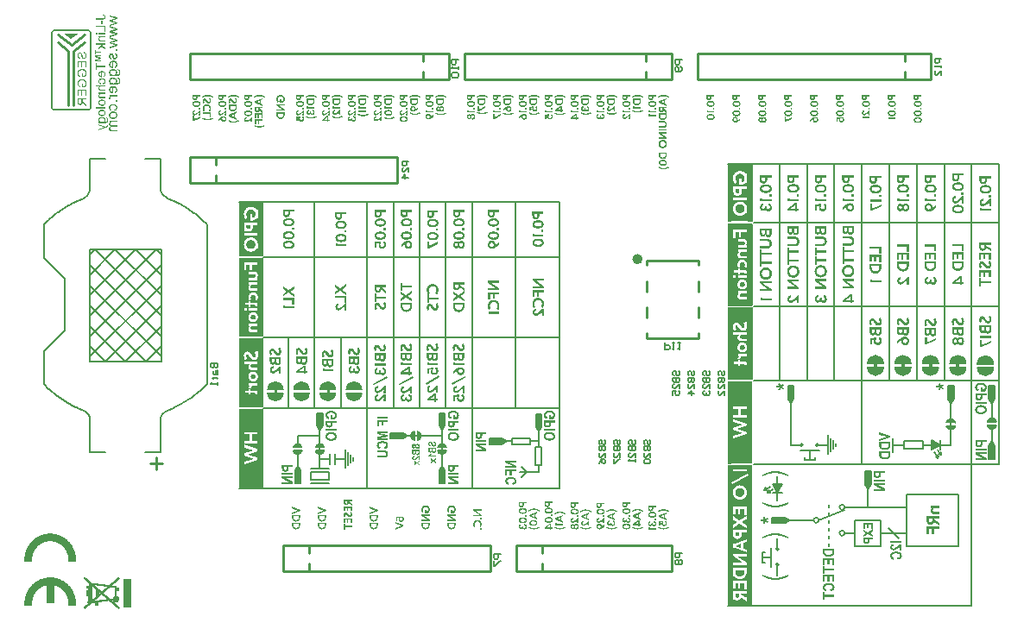
<source format=gbo>
G04*
G04 #@! TF.GenerationSoftware,Altium Limited,Altium Designer,21.4.1 (30)*
G04*
G04 Layer_Color=32896*
%FSLAX24Y24*%
%MOIN*%
G70*
G04*
G04 #@! TF.SameCoordinates,516B4A6D-3ECB-46AA-BE42-5657E3C56184*
G04*
G04*
G04 #@! TF.FilePolarity,Positive*
G04*
G01*
G75*
%ADD10C,0.0059*%
%ADD12C,0.0060*%
%ADD16C,0.0100*%
%ADD17C,0.0200*%
%ADD19C,0.0079*%
%ADD20C,0.0050*%
%ADD158C,0.0080*%
%ADD162C,0.0110*%
%ADD177C,0.0057*%
%ADD178C,0.0056*%
%ADD179C,0.0115*%
%ADD180C,0.0002*%
%ADD181C,0.0120*%
%ADD182R,0.0180X0.3190*%
%ADD183R,0.0980X0.0170*%
%ADD184R,0.0200X0.3180*%
%ADD185R,0.0190X0.2790*%
%ADD186R,0.0980X0.0140*%
%ADD187R,0.0980X0.0120*%
%ADD188R,0.0170X0.1811*%
%ADD189R,0.0180X0.5391*%
%ADD190R,0.0980X0.0940*%
%ADD191R,0.0160X0.2790*%
%ADD192R,0.0980X0.0129*%
%ADD193R,0.0980X0.0400*%
%ADD194R,0.0200X0.2250*%
%ADD195R,0.0980X0.0413*%
%ADD196R,0.0980X0.0191*%
%ADD197R,0.0980X0.0258*%
%ADD198R,0.0170X0.5450*%
%ADD199R,0.0160X0.3190*%
%ADD200R,0.0160X0.2190*%
G36*
X2319Y23058D02*
X2034Y23272D01*
X2604D01*
X2319Y23058D01*
D02*
G37*
G36*
X24196Y20891D02*
X24208Y20890D01*
X24219Y20889D01*
X24230Y20888D01*
X24241Y20887D01*
X24251Y20885D01*
X24260Y20884D01*
X24268Y20882D01*
X24276Y20880D01*
X24283Y20879D01*
X24286Y20878D01*
X24288Y20877D01*
X24291Y20876D01*
X24293Y20876D01*
X24296Y20875D01*
X24297Y20875D01*
X24299Y20874D01*
X24300Y20874D01*
X24301Y20873D01*
X24302Y20873D01*
X24302Y20873D01*
X24303D01*
X24312Y20869D01*
X24322Y20865D01*
X24331Y20861D01*
X24341Y20857D01*
X24350Y20853D01*
X24358Y20848D01*
X24366Y20844D01*
X24373Y20840D01*
X24381Y20836D01*
X24387Y20832D01*
X24392Y20829D01*
X24397Y20826D01*
X24399Y20825D01*
X24401Y20824D01*
X24402Y20823D01*
X24403Y20822D01*
X24404Y20822D01*
X24405Y20821D01*
X24405Y20821D01*
X24406D01*
X24380Y20782D01*
X24372Y20787D01*
X24363Y20792D01*
X24355Y20796D01*
X24347Y20801D01*
X24339Y20805D01*
X24332Y20808D01*
X24325Y20812D01*
X24318Y20815D01*
X24312Y20817D01*
X24306Y20820D01*
X24301Y20822D01*
X24297Y20823D01*
X24293Y20825D01*
X24292Y20825D01*
X24291Y20826D01*
X24290Y20826D01*
X24289Y20826D01*
X24289Y20826D01*
X24289D01*
X24279Y20829D01*
X24270Y20831D01*
X24261Y20834D01*
X24252Y20835D01*
X24243Y20837D01*
X24234Y20838D01*
X24226Y20839D01*
X24218Y20840D01*
X24211Y20841D01*
X24204Y20841D01*
X24198Y20842D01*
X24195D01*
X24193Y20842D01*
X24191D01*
X24189Y20842D01*
X24187D01*
X24186D01*
X24185D01*
X24184D01*
X24184D01*
X24183D01*
X24173Y20842D01*
X24163Y20842D01*
X24153Y20841D01*
X24144Y20840D01*
X24135Y20838D01*
X24127Y20837D01*
X24119Y20836D01*
X24112Y20834D01*
X24106Y20833D01*
X24100Y20831D01*
X24095Y20830D01*
X24091Y20829D01*
X24087Y20828D01*
X24086Y20827D01*
X24085Y20827D01*
X24084Y20827D01*
X24083Y20827D01*
X24083Y20826D01*
X24083D01*
X24075Y20823D01*
X24066Y20820D01*
X24058Y20816D01*
X24051Y20813D01*
X24043Y20809D01*
X24036Y20805D01*
X24029Y20801D01*
X24023Y20798D01*
X24017Y20794D01*
X24012Y20791D01*
X24007Y20788D01*
X24003Y20786D01*
X24000Y20784D01*
X23998Y20782D01*
X23996Y20781D01*
X23996Y20781D01*
X23970Y20820D01*
X23979Y20826D01*
X23988Y20832D01*
X23997Y20838D01*
X24006Y20843D01*
X24014Y20847D01*
X24022Y20852D01*
X24030Y20856D01*
X24037Y20859D01*
X24044Y20863D01*
X24050Y20865D01*
X24055Y20868D01*
X24060Y20869D01*
X24063Y20871D01*
X24065Y20872D01*
X24066Y20872D01*
X24067Y20872D01*
X24068Y20873D01*
X24068Y20873D01*
X24068D01*
X24078Y20876D01*
X24087Y20879D01*
X24097Y20881D01*
X24107Y20883D01*
X24117Y20885D01*
X24126Y20887D01*
X24136Y20888D01*
X24144Y20889D01*
X24153Y20890D01*
X24160Y20890D01*
X24167Y20891D01*
X24170D01*
X24172Y20891D01*
X24175D01*
X24177D01*
X24179Y20891D01*
X24181D01*
X24182D01*
X24183D01*
X24183D01*
X24183D01*
X24196Y20891D01*
D02*
G37*
G36*
X23196D02*
X23208Y20890D01*
X23219Y20889D01*
X23230Y20888D01*
X23241Y20887D01*
X23251Y20885D01*
X23260Y20884D01*
X23268Y20882D01*
X23276Y20880D01*
X23283Y20879D01*
X23286Y20878D01*
X23288Y20877D01*
X23291Y20876D01*
X23293Y20876D01*
X23296Y20875D01*
X23297Y20875D01*
X23299Y20874D01*
X23300Y20874D01*
X23301Y20873D01*
X23302Y20873D01*
X23302Y20873D01*
X23303D01*
X23312Y20869D01*
X23322Y20865D01*
X23331Y20861D01*
X23341Y20857D01*
X23350Y20853D01*
X23358Y20848D01*
X23366Y20844D01*
X23373Y20840D01*
X23380Y20836D01*
X23387Y20832D01*
X23392Y20829D01*
X23397Y20826D01*
X23399Y20825D01*
X23401Y20824D01*
X23402Y20823D01*
X23403Y20822D01*
X23404Y20822D01*
X23405Y20821D01*
X23405Y20821D01*
X23406D01*
X23380Y20782D01*
X23372Y20787D01*
X23363Y20792D01*
X23355Y20796D01*
X23347Y20801D01*
X23339Y20805D01*
X23332Y20808D01*
X23325Y20812D01*
X23318Y20815D01*
X23312Y20817D01*
X23306Y20820D01*
X23301Y20822D01*
X23297Y20823D01*
X23293Y20825D01*
X23292Y20825D01*
X23291Y20826D01*
X23290Y20826D01*
X23289Y20826D01*
X23289Y20826D01*
X23289D01*
X23279Y20829D01*
X23270Y20831D01*
X23261Y20834D01*
X23252Y20835D01*
X23243Y20837D01*
X23234Y20838D01*
X23226Y20839D01*
X23218Y20840D01*
X23211Y20841D01*
X23204Y20841D01*
X23198Y20842D01*
X23195D01*
X23193Y20842D01*
X23191D01*
X23189Y20842D01*
X23187D01*
X23186D01*
X23185D01*
X23184D01*
X23184D01*
X23183D01*
X23173Y20842D01*
X23163Y20842D01*
X23153Y20841D01*
X23144Y20840D01*
X23135Y20838D01*
X23127Y20837D01*
X23119Y20836D01*
X23112Y20834D01*
X23106Y20833D01*
X23100Y20831D01*
X23095Y20830D01*
X23091Y20829D01*
X23087Y20828D01*
X23086Y20827D01*
X23085Y20827D01*
X23084Y20827D01*
X23083Y20827D01*
X23083Y20826D01*
X23083D01*
X23075Y20823D01*
X23066Y20820D01*
X23058Y20816D01*
X23051Y20813D01*
X23043Y20809D01*
X23036Y20805D01*
X23029Y20801D01*
X23023Y20798D01*
X23017Y20794D01*
X23012Y20791D01*
X23007Y20788D01*
X23003Y20786D01*
X23000Y20784D01*
X22998Y20782D01*
X22996Y20781D01*
X22996Y20781D01*
X22970Y20820D01*
X22979Y20826D01*
X22988Y20832D01*
X22997Y20838D01*
X23006Y20843D01*
X23014Y20847D01*
X23022Y20852D01*
X23030Y20856D01*
X23037Y20859D01*
X23044Y20863D01*
X23050Y20865D01*
X23055Y20868D01*
X23060Y20869D01*
X23063Y20871D01*
X23065Y20872D01*
X23066Y20872D01*
X23067Y20872D01*
X23068Y20873D01*
X23068Y20873D01*
X23068D01*
X23078Y20876D01*
X23087Y20879D01*
X23097Y20881D01*
X23107Y20883D01*
X23117Y20885D01*
X23126Y20887D01*
X23136Y20888D01*
X23144Y20889D01*
X23153Y20890D01*
X23160Y20890D01*
X23167Y20891D01*
X23170D01*
X23172Y20891D01*
X23175D01*
X23177D01*
X23179Y20891D01*
X23181D01*
X23182D01*
X23183D01*
X23183D01*
X23183D01*
X23196Y20891D01*
D02*
G37*
G36*
X22196D02*
X22208Y20890D01*
X22219Y20889D01*
X22230Y20888D01*
X22241Y20887D01*
X22251Y20885D01*
X22260Y20884D01*
X22268Y20882D01*
X22276Y20880D01*
X22283Y20879D01*
X22286Y20878D01*
X22288Y20877D01*
X22291Y20876D01*
X22293Y20876D01*
X22296Y20875D01*
X22297Y20875D01*
X22299Y20874D01*
X22300Y20874D01*
X22301Y20873D01*
X22302Y20873D01*
X22302Y20873D01*
X22303D01*
X22312Y20869D01*
X22322Y20865D01*
X22331Y20861D01*
X22341Y20857D01*
X22350Y20853D01*
X22358Y20848D01*
X22366Y20844D01*
X22373Y20840D01*
X22380Y20836D01*
X22387Y20832D01*
X22392Y20829D01*
X22397Y20826D01*
X22399Y20825D01*
X22401Y20824D01*
X22402Y20823D01*
X22403Y20822D01*
X22404Y20822D01*
X22405Y20821D01*
X22405Y20821D01*
X22406D01*
X22380Y20782D01*
X22372Y20787D01*
X22363Y20792D01*
X22355Y20796D01*
X22347Y20801D01*
X22339Y20805D01*
X22332Y20808D01*
X22325Y20812D01*
X22318Y20815D01*
X22312Y20817D01*
X22306Y20820D01*
X22301Y20822D01*
X22297Y20823D01*
X22293Y20825D01*
X22292Y20825D01*
X22291Y20826D01*
X22290Y20826D01*
X22289Y20826D01*
X22289Y20826D01*
X22289D01*
X22279Y20829D01*
X22270Y20831D01*
X22261Y20834D01*
X22252Y20835D01*
X22243Y20837D01*
X22234Y20838D01*
X22226Y20839D01*
X22218Y20840D01*
X22211Y20841D01*
X22204Y20841D01*
X22198Y20842D01*
X22195D01*
X22193Y20842D01*
X22191D01*
X22189Y20842D01*
X22187D01*
X22186D01*
X22185D01*
X22184D01*
X22184D01*
X22183D01*
X22173Y20842D01*
X22163Y20842D01*
X22153Y20841D01*
X22144Y20840D01*
X22135Y20838D01*
X22127Y20837D01*
X22119Y20836D01*
X22112Y20834D01*
X22106Y20833D01*
X22100Y20831D01*
X22095Y20830D01*
X22091Y20829D01*
X22087Y20828D01*
X22086Y20827D01*
X22085Y20827D01*
X22084Y20827D01*
X22083Y20827D01*
X22083Y20826D01*
X22083D01*
X22075Y20823D01*
X22066Y20820D01*
X22058Y20816D01*
X22051Y20813D01*
X22043Y20809D01*
X22036Y20805D01*
X22029Y20801D01*
X22023Y20798D01*
X22017Y20794D01*
X22012Y20791D01*
X22007Y20788D01*
X22003Y20786D01*
X22000Y20784D01*
X21998Y20782D01*
X21996Y20781D01*
X21996Y20781D01*
X21970Y20820D01*
X21979Y20826D01*
X21988Y20832D01*
X21997Y20838D01*
X22006Y20843D01*
X22014Y20847D01*
X22022Y20852D01*
X22030Y20856D01*
X22037Y20859D01*
X22044Y20863D01*
X22050Y20865D01*
X22055Y20868D01*
X22060Y20869D01*
X22063Y20871D01*
X22065Y20872D01*
X22066Y20872D01*
X22067Y20872D01*
X22068Y20873D01*
X22068Y20873D01*
X22068D01*
X22078Y20876D01*
X22087Y20879D01*
X22097Y20881D01*
X22107Y20883D01*
X22117Y20885D01*
X22126Y20887D01*
X22136Y20888D01*
X22144Y20889D01*
X22153Y20890D01*
X22160Y20890D01*
X22167Y20891D01*
X22170D01*
X22172Y20891D01*
X22175D01*
X22177D01*
X22179Y20891D01*
X22181D01*
X22182D01*
X22183D01*
X22183D01*
X22183D01*
X22196Y20891D01*
D02*
G37*
G36*
X21196D02*
X21208Y20890D01*
X21219Y20889D01*
X21230Y20888D01*
X21241Y20887D01*
X21251Y20885D01*
X21260Y20884D01*
X21268Y20882D01*
X21276Y20880D01*
X21283Y20879D01*
X21286Y20878D01*
X21288Y20877D01*
X21291Y20876D01*
X21293Y20876D01*
X21296Y20875D01*
X21297Y20875D01*
X21299Y20874D01*
X21300Y20874D01*
X21301Y20873D01*
X21302Y20873D01*
X21302Y20873D01*
X21303D01*
X21312Y20869D01*
X21322Y20865D01*
X21331Y20861D01*
X21341Y20857D01*
X21350Y20853D01*
X21358Y20848D01*
X21366Y20844D01*
X21373Y20840D01*
X21381Y20836D01*
X21387Y20832D01*
X21392Y20829D01*
X21397Y20826D01*
X21399Y20825D01*
X21401Y20824D01*
X21402Y20823D01*
X21403Y20822D01*
X21404Y20822D01*
X21405Y20821D01*
X21405Y20821D01*
X21406D01*
X21380Y20782D01*
X21372Y20787D01*
X21363Y20792D01*
X21355Y20796D01*
X21347Y20801D01*
X21339Y20805D01*
X21332Y20808D01*
X21325Y20812D01*
X21318Y20815D01*
X21312Y20817D01*
X21306Y20820D01*
X21301Y20822D01*
X21297Y20823D01*
X21293Y20825D01*
X21292Y20825D01*
X21291Y20826D01*
X21290Y20826D01*
X21289Y20826D01*
X21289Y20826D01*
X21289D01*
X21279Y20829D01*
X21270Y20831D01*
X21261Y20834D01*
X21252Y20835D01*
X21243Y20837D01*
X21234Y20838D01*
X21226Y20839D01*
X21218Y20840D01*
X21211Y20841D01*
X21204Y20841D01*
X21198Y20842D01*
X21195D01*
X21193Y20842D01*
X21191D01*
X21189Y20842D01*
X21187D01*
X21186D01*
X21185D01*
X21184D01*
X21184D01*
X21183D01*
X21173Y20842D01*
X21163Y20842D01*
X21153Y20841D01*
X21144Y20840D01*
X21135Y20838D01*
X21127Y20837D01*
X21119Y20836D01*
X21112Y20834D01*
X21106Y20833D01*
X21100Y20831D01*
X21095Y20830D01*
X21091Y20829D01*
X21087Y20828D01*
X21086Y20827D01*
X21085Y20827D01*
X21084Y20827D01*
X21083Y20827D01*
X21083Y20826D01*
X21083D01*
X21075Y20823D01*
X21066Y20820D01*
X21058Y20816D01*
X21051Y20813D01*
X21043Y20809D01*
X21036Y20805D01*
X21029Y20801D01*
X21023Y20798D01*
X21017Y20794D01*
X21012Y20791D01*
X21007Y20788D01*
X21003Y20786D01*
X21000Y20784D01*
X20998Y20782D01*
X20996Y20781D01*
X20996Y20781D01*
X20970Y20820D01*
X20979Y20826D01*
X20988Y20832D01*
X20997Y20838D01*
X21006Y20843D01*
X21014Y20847D01*
X21022Y20852D01*
X21030Y20856D01*
X21037Y20859D01*
X21044Y20863D01*
X21050Y20865D01*
X21055Y20868D01*
X21060Y20869D01*
X21063Y20871D01*
X21065Y20872D01*
X21066Y20872D01*
X21067Y20872D01*
X21068Y20873D01*
X21068Y20873D01*
X21068D01*
X21078Y20876D01*
X21087Y20879D01*
X21097Y20881D01*
X21107Y20883D01*
X21117Y20885D01*
X21126Y20887D01*
X21136Y20888D01*
X21144Y20889D01*
X21153Y20890D01*
X21160Y20890D01*
X21167Y20891D01*
X21170D01*
X21172Y20891D01*
X21175D01*
X21177D01*
X21179Y20891D01*
X21181D01*
X21182D01*
X21183D01*
X21183D01*
X21183D01*
X21196Y20891D01*
D02*
G37*
G36*
X20196D02*
X20208Y20890D01*
X20219Y20889D01*
X20230Y20888D01*
X20241Y20887D01*
X20251Y20885D01*
X20260Y20884D01*
X20268Y20882D01*
X20276Y20880D01*
X20283Y20879D01*
X20286Y20878D01*
X20288Y20877D01*
X20291Y20876D01*
X20293Y20876D01*
X20296Y20875D01*
X20297Y20875D01*
X20299Y20874D01*
X20300Y20874D01*
X20301Y20873D01*
X20302Y20873D01*
X20302Y20873D01*
X20303D01*
X20312Y20869D01*
X20322Y20865D01*
X20331Y20861D01*
X20341Y20857D01*
X20350Y20853D01*
X20358Y20848D01*
X20366Y20844D01*
X20373Y20840D01*
X20380Y20836D01*
X20387Y20832D01*
X20392Y20829D01*
X20397Y20826D01*
X20399Y20825D01*
X20401Y20824D01*
X20402Y20823D01*
X20403Y20822D01*
X20404Y20822D01*
X20405Y20821D01*
X20405Y20821D01*
X20406D01*
X20380Y20782D01*
X20372Y20787D01*
X20363Y20792D01*
X20355Y20796D01*
X20347Y20801D01*
X20339Y20805D01*
X20332Y20808D01*
X20325Y20812D01*
X20318Y20815D01*
X20312Y20817D01*
X20306Y20820D01*
X20301Y20822D01*
X20297Y20823D01*
X20293Y20825D01*
X20292Y20825D01*
X20291Y20826D01*
X20290Y20826D01*
X20289Y20826D01*
X20289Y20826D01*
X20289D01*
X20279Y20829D01*
X20270Y20831D01*
X20261Y20834D01*
X20252Y20835D01*
X20243Y20837D01*
X20234Y20838D01*
X20226Y20839D01*
X20218Y20840D01*
X20211Y20841D01*
X20204Y20841D01*
X20198Y20842D01*
X20195D01*
X20193Y20842D01*
X20191D01*
X20189Y20842D01*
X20187D01*
X20186D01*
X20185D01*
X20184D01*
X20184D01*
X20183D01*
X20173Y20842D01*
X20163Y20842D01*
X20153Y20841D01*
X20144Y20840D01*
X20135Y20838D01*
X20127Y20837D01*
X20119Y20836D01*
X20112Y20834D01*
X20106Y20833D01*
X20100Y20831D01*
X20095Y20830D01*
X20091Y20829D01*
X20087Y20828D01*
X20086Y20827D01*
X20085Y20827D01*
X20084Y20827D01*
X20083Y20827D01*
X20083Y20826D01*
X20083D01*
X20075Y20823D01*
X20066Y20820D01*
X20058Y20816D01*
X20051Y20813D01*
X20043Y20809D01*
X20036Y20805D01*
X20029Y20801D01*
X20023Y20798D01*
X20017Y20794D01*
X20012Y20791D01*
X20007Y20788D01*
X20003Y20786D01*
X20000Y20784D01*
X19998Y20782D01*
X19996Y20781D01*
X19996Y20781D01*
X19970Y20820D01*
X19979Y20826D01*
X19988Y20832D01*
X19997Y20838D01*
X20006Y20843D01*
X20014Y20847D01*
X20022Y20852D01*
X20030Y20856D01*
X20037Y20859D01*
X20044Y20863D01*
X20050Y20865D01*
X20055Y20868D01*
X20060Y20869D01*
X20063Y20871D01*
X20065Y20872D01*
X20066Y20872D01*
X20067Y20872D01*
X20068Y20873D01*
X20068Y20873D01*
X20068D01*
X20078Y20876D01*
X20087Y20879D01*
X20097Y20881D01*
X20107Y20883D01*
X20117Y20885D01*
X20126Y20887D01*
X20136Y20888D01*
X20144Y20889D01*
X20153Y20890D01*
X20160Y20890D01*
X20167Y20891D01*
X20170D01*
X20172Y20891D01*
X20175D01*
X20177D01*
X20179Y20891D01*
X20181D01*
X20182D01*
X20183D01*
X20183D01*
X20183D01*
X20196Y20891D01*
D02*
G37*
G36*
X19196D02*
X19208Y20890D01*
X19219Y20889D01*
X19230Y20888D01*
X19241Y20887D01*
X19251Y20885D01*
X19260Y20884D01*
X19268Y20882D01*
X19276Y20880D01*
X19283Y20879D01*
X19286Y20878D01*
X19288Y20877D01*
X19291Y20876D01*
X19293Y20876D01*
X19296Y20875D01*
X19297Y20875D01*
X19299Y20874D01*
X19300Y20874D01*
X19301Y20873D01*
X19302Y20873D01*
X19302Y20873D01*
X19303D01*
X19312Y20869D01*
X19322Y20865D01*
X19331Y20861D01*
X19341Y20857D01*
X19350Y20853D01*
X19358Y20848D01*
X19366Y20844D01*
X19373Y20840D01*
X19381Y20836D01*
X19387Y20832D01*
X19392Y20829D01*
X19397Y20826D01*
X19399Y20825D01*
X19401Y20824D01*
X19402Y20823D01*
X19403Y20822D01*
X19404Y20822D01*
X19405Y20821D01*
X19405Y20821D01*
X19406D01*
X19380Y20782D01*
X19372Y20787D01*
X19363Y20792D01*
X19355Y20796D01*
X19347Y20801D01*
X19339Y20805D01*
X19332Y20808D01*
X19325Y20812D01*
X19318Y20815D01*
X19312Y20817D01*
X19306Y20820D01*
X19301Y20822D01*
X19297Y20823D01*
X19293Y20825D01*
X19292Y20825D01*
X19291Y20826D01*
X19290Y20826D01*
X19289Y20826D01*
X19289Y20826D01*
X19289D01*
X19279Y20829D01*
X19270Y20831D01*
X19261Y20834D01*
X19252Y20835D01*
X19243Y20837D01*
X19234Y20838D01*
X19226Y20839D01*
X19218Y20840D01*
X19211Y20841D01*
X19204Y20841D01*
X19198Y20842D01*
X19195D01*
X19193Y20842D01*
X19191D01*
X19189Y20842D01*
X19187D01*
X19186D01*
X19185D01*
X19184D01*
X19184D01*
X19183D01*
X19173Y20842D01*
X19163Y20842D01*
X19153Y20841D01*
X19144Y20840D01*
X19135Y20838D01*
X19127Y20837D01*
X19119Y20836D01*
X19112Y20834D01*
X19106Y20833D01*
X19100Y20831D01*
X19095Y20830D01*
X19091Y20829D01*
X19087Y20828D01*
X19086Y20827D01*
X19085Y20827D01*
X19084Y20827D01*
X19083Y20827D01*
X19083Y20826D01*
X19083D01*
X19075Y20823D01*
X19066Y20820D01*
X19058Y20816D01*
X19051Y20813D01*
X19043Y20809D01*
X19036Y20805D01*
X19029Y20801D01*
X19023Y20798D01*
X19017Y20794D01*
X19012Y20791D01*
X19007Y20788D01*
X19003Y20786D01*
X19000Y20784D01*
X18998Y20782D01*
X18996Y20781D01*
X18996Y20781D01*
X18970Y20820D01*
X18979Y20826D01*
X18988Y20832D01*
X18997Y20838D01*
X19006Y20843D01*
X19014Y20847D01*
X19022Y20852D01*
X19030Y20856D01*
X19037Y20859D01*
X19044Y20863D01*
X19050Y20865D01*
X19055Y20868D01*
X19060Y20869D01*
X19063Y20871D01*
X19065Y20872D01*
X19066Y20872D01*
X19067Y20872D01*
X19068Y20873D01*
X19068Y20873D01*
X19068D01*
X19078Y20876D01*
X19087Y20879D01*
X19097Y20881D01*
X19107Y20883D01*
X19117Y20885D01*
X19126Y20887D01*
X19136Y20888D01*
X19144Y20889D01*
X19153Y20890D01*
X19160Y20890D01*
X19167Y20891D01*
X19170D01*
X19172Y20891D01*
X19175D01*
X19177D01*
X19179Y20891D01*
X19181D01*
X19182D01*
X19183D01*
X19183D01*
X19183D01*
X19196Y20891D01*
D02*
G37*
G36*
X18196D02*
X18208Y20890D01*
X18219Y20889D01*
X18230Y20888D01*
X18241Y20887D01*
X18251Y20885D01*
X18260Y20884D01*
X18268Y20882D01*
X18276Y20880D01*
X18283Y20879D01*
X18286Y20878D01*
X18288Y20877D01*
X18291Y20876D01*
X18293Y20876D01*
X18296Y20875D01*
X18297Y20875D01*
X18299Y20874D01*
X18300Y20874D01*
X18301Y20873D01*
X18302Y20873D01*
X18302Y20873D01*
X18303D01*
X18312Y20869D01*
X18322Y20865D01*
X18331Y20861D01*
X18341Y20857D01*
X18350Y20853D01*
X18358Y20848D01*
X18366Y20844D01*
X18373Y20840D01*
X18381Y20836D01*
X18387Y20832D01*
X18392Y20829D01*
X18397Y20826D01*
X18399Y20825D01*
X18401Y20824D01*
X18402Y20823D01*
X18403Y20822D01*
X18404Y20822D01*
X18405Y20821D01*
X18405Y20821D01*
X18406D01*
X18380Y20782D01*
X18372Y20787D01*
X18363Y20792D01*
X18355Y20796D01*
X18347Y20801D01*
X18339Y20805D01*
X18332Y20808D01*
X18325Y20812D01*
X18318Y20815D01*
X18312Y20817D01*
X18306Y20820D01*
X18301Y20822D01*
X18297Y20823D01*
X18293Y20825D01*
X18292Y20825D01*
X18291Y20826D01*
X18290Y20826D01*
X18289Y20826D01*
X18289Y20826D01*
X18289D01*
X18279Y20829D01*
X18270Y20831D01*
X18261Y20834D01*
X18252Y20835D01*
X18243Y20837D01*
X18234Y20838D01*
X18226Y20839D01*
X18218Y20840D01*
X18211Y20841D01*
X18204Y20841D01*
X18198Y20842D01*
X18195D01*
X18193Y20842D01*
X18191D01*
X18189Y20842D01*
X18187D01*
X18186D01*
X18185D01*
X18184D01*
X18184D01*
X18183D01*
X18173Y20842D01*
X18163Y20842D01*
X18153Y20841D01*
X18144Y20840D01*
X18135Y20838D01*
X18127Y20837D01*
X18119Y20836D01*
X18112Y20834D01*
X18106Y20833D01*
X18100Y20831D01*
X18095Y20830D01*
X18091Y20829D01*
X18087Y20828D01*
X18086Y20827D01*
X18085Y20827D01*
X18084Y20827D01*
X18083Y20827D01*
X18083Y20826D01*
X18083D01*
X18075Y20823D01*
X18066Y20820D01*
X18058Y20816D01*
X18051Y20813D01*
X18043Y20809D01*
X18036Y20805D01*
X18029Y20801D01*
X18023Y20798D01*
X18017Y20794D01*
X18012Y20791D01*
X18007Y20788D01*
X18003Y20786D01*
X18000Y20784D01*
X17998Y20782D01*
X17996Y20781D01*
X17996Y20781D01*
X17970Y20820D01*
X17979Y20826D01*
X17988Y20832D01*
X17997Y20838D01*
X18006Y20843D01*
X18014Y20847D01*
X18022Y20852D01*
X18030Y20856D01*
X18037Y20859D01*
X18044Y20863D01*
X18050Y20865D01*
X18055Y20868D01*
X18060Y20869D01*
X18063Y20871D01*
X18065Y20872D01*
X18066Y20872D01*
X18067Y20872D01*
X18068Y20873D01*
X18068Y20873D01*
X18068D01*
X18078Y20876D01*
X18087Y20879D01*
X18097Y20881D01*
X18107Y20883D01*
X18117Y20885D01*
X18126Y20887D01*
X18136Y20888D01*
X18144Y20889D01*
X18153Y20890D01*
X18160Y20890D01*
X18167Y20891D01*
X18170D01*
X18172Y20891D01*
X18175D01*
X18177D01*
X18179Y20891D01*
X18181D01*
X18182D01*
X18183D01*
X18183D01*
X18183D01*
X18196Y20891D01*
D02*
G37*
G36*
X16596D02*
X16608Y20890D01*
X16619Y20889D01*
X16630Y20888D01*
X16641Y20887D01*
X16651Y20885D01*
X16660Y20884D01*
X16668Y20882D01*
X16676Y20880D01*
X16683Y20879D01*
X16686Y20878D01*
X16688Y20877D01*
X16691Y20876D01*
X16693Y20876D01*
X16696Y20875D01*
X16697Y20875D01*
X16699Y20874D01*
X16700Y20874D01*
X16701Y20873D01*
X16702Y20873D01*
X16702Y20873D01*
X16703D01*
X16712Y20869D01*
X16722Y20865D01*
X16731Y20861D01*
X16741Y20857D01*
X16750Y20853D01*
X16758Y20848D01*
X16766Y20844D01*
X16773Y20840D01*
X16781Y20836D01*
X16787Y20832D01*
X16792Y20829D01*
X16797Y20826D01*
X16799Y20825D01*
X16801Y20824D01*
X16802Y20823D01*
X16803Y20822D01*
X16804Y20822D01*
X16805Y20821D01*
X16805Y20821D01*
X16806D01*
X16780Y20782D01*
X16772Y20787D01*
X16763Y20792D01*
X16755Y20796D01*
X16747Y20801D01*
X16739Y20805D01*
X16732Y20808D01*
X16725Y20812D01*
X16718Y20815D01*
X16712Y20817D01*
X16706Y20820D01*
X16701Y20822D01*
X16697Y20823D01*
X16693Y20825D01*
X16692Y20825D01*
X16691Y20826D01*
X16690Y20826D01*
X16689Y20826D01*
X16689Y20826D01*
X16689D01*
X16679Y20829D01*
X16670Y20831D01*
X16661Y20834D01*
X16652Y20835D01*
X16643Y20837D01*
X16634Y20838D01*
X16626Y20839D01*
X16618Y20840D01*
X16611Y20841D01*
X16604Y20841D01*
X16598Y20842D01*
X16595D01*
X16593Y20842D01*
X16591D01*
X16589Y20842D01*
X16587D01*
X16586D01*
X16585D01*
X16584D01*
X16584D01*
X16583D01*
X16573Y20842D01*
X16563Y20842D01*
X16553Y20841D01*
X16544Y20840D01*
X16535Y20838D01*
X16527Y20837D01*
X16519Y20836D01*
X16512Y20834D01*
X16506Y20833D01*
X16500Y20831D01*
X16495Y20830D01*
X16491Y20829D01*
X16487Y20828D01*
X16486Y20827D01*
X16485Y20827D01*
X16484Y20827D01*
X16483Y20827D01*
X16483Y20826D01*
X16483D01*
X16475Y20823D01*
X16466Y20820D01*
X16458Y20816D01*
X16451Y20813D01*
X16443Y20809D01*
X16436Y20805D01*
X16429Y20801D01*
X16423Y20798D01*
X16417Y20794D01*
X16412Y20791D01*
X16407Y20788D01*
X16403Y20786D01*
X16400Y20784D01*
X16398Y20782D01*
X16396Y20781D01*
X16396Y20781D01*
X16370Y20820D01*
X16379Y20826D01*
X16388Y20832D01*
X16397Y20838D01*
X16406Y20843D01*
X16414Y20847D01*
X16422Y20852D01*
X16430Y20856D01*
X16437Y20859D01*
X16444Y20863D01*
X16450Y20865D01*
X16455Y20868D01*
X16460Y20869D01*
X16463Y20871D01*
X16465Y20872D01*
X16466Y20872D01*
X16467Y20872D01*
X16468Y20873D01*
X16468Y20873D01*
X16468D01*
X16478Y20876D01*
X16487Y20879D01*
X16497Y20881D01*
X16507Y20883D01*
X16517Y20885D01*
X16526Y20887D01*
X16536Y20888D01*
X16544Y20889D01*
X16553Y20890D01*
X16560Y20890D01*
X16567Y20891D01*
X16570D01*
X16572Y20891D01*
X16575D01*
X16577D01*
X16579Y20891D01*
X16581D01*
X16582D01*
X16583D01*
X16583D01*
X16583D01*
X16596Y20891D01*
D02*
G37*
G36*
X15596D02*
X15608Y20890D01*
X15619Y20889D01*
X15630Y20888D01*
X15641Y20887D01*
X15651Y20885D01*
X15660Y20884D01*
X15668Y20882D01*
X15676Y20880D01*
X15683Y20879D01*
X15686Y20878D01*
X15688Y20877D01*
X15691Y20876D01*
X15693Y20876D01*
X15696Y20875D01*
X15697Y20875D01*
X15699Y20874D01*
X15700Y20874D01*
X15701Y20873D01*
X15702Y20873D01*
X15702Y20873D01*
X15703D01*
X15712Y20869D01*
X15722Y20865D01*
X15731Y20861D01*
X15741Y20857D01*
X15750Y20853D01*
X15758Y20848D01*
X15766Y20844D01*
X15773Y20840D01*
X15781Y20836D01*
X15787Y20832D01*
X15792Y20829D01*
X15797Y20826D01*
X15799Y20825D01*
X15801Y20824D01*
X15802Y20823D01*
X15803Y20822D01*
X15804Y20822D01*
X15805Y20821D01*
X15805Y20821D01*
X15806D01*
X15780Y20782D01*
X15772Y20787D01*
X15763Y20792D01*
X15755Y20796D01*
X15747Y20801D01*
X15739Y20805D01*
X15732Y20808D01*
X15725Y20812D01*
X15718Y20815D01*
X15712Y20817D01*
X15706Y20820D01*
X15701Y20822D01*
X15697Y20823D01*
X15693Y20825D01*
X15692Y20825D01*
X15691Y20826D01*
X15690Y20826D01*
X15689Y20826D01*
X15689Y20826D01*
X15689D01*
X15679Y20829D01*
X15670Y20831D01*
X15661Y20834D01*
X15652Y20835D01*
X15643Y20837D01*
X15634Y20838D01*
X15626Y20839D01*
X15618Y20840D01*
X15611Y20841D01*
X15604Y20841D01*
X15598Y20842D01*
X15595D01*
X15593Y20842D01*
X15591D01*
X15589Y20842D01*
X15587D01*
X15586D01*
X15585D01*
X15584D01*
X15584D01*
X15583D01*
X15573Y20842D01*
X15563Y20842D01*
X15553Y20841D01*
X15544Y20840D01*
X15535Y20838D01*
X15527Y20837D01*
X15519Y20836D01*
X15512Y20834D01*
X15506Y20833D01*
X15500Y20831D01*
X15495Y20830D01*
X15491Y20829D01*
X15487Y20828D01*
X15486Y20827D01*
X15485Y20827D01*
X15484Y20827D01*
X15483Y20827D01*
X15483Y20826D01*
X15483D01*
X15475Y20823D01*
X15466Y20820D01*
X15458Y20816D01*
X15451Y20813D01*
X15443Y20809D01*
X15436Y20805D01*
X15429Y20801D01*
X15423Y20798D01*
X15417Y20794D01*
X15412Y20791D01*
X15407Y20788D01*
X15403Y20786D01*
X15400Y20784D01*
X15398Y20782D01*
X15396Y20781D01*
X15396Y20781D01*
X15370Y20820D01*
X15379Y20826D01*
X15388Y20832D01*
X15397Y20838D01*
X15406Y20843D01*
X15414Y20847D01*
X15422Y20852D01*
X15430Y20856D01*
X15437Y20859D01*
X15444Y20863D01*
X15450Y20865D01*
X15455Y20868D01*
X15460Y20869D01*
X15463Y20871D01*
X15465Y20872D01*
X15466Y20872D01*
X15467Y20872D01*
X15468Y20873D01*
X15468Y20873D01*
X15468D01*
X15478Y20876D01*
X15487Y20879D01*
X15497Y20881D01*
X15507Y20883D01*
X15517Y20885D01*
X15526Y20887D01*
X15536Y20888D01*
X15544Y20889D01*
X15553Y20890D01*
X15560Y20890D01*
X15567Y20891D01*
X15570D01*
X15572Y20891D01*
X15575D01*
X15577D01*
X15579Y20891D01*
X15581D01*
X15582D01*
X15583D01*
X15583D01*
X15583D01*
X15596Y20891D01*
D02*
G37*
G36*
X9596D02*
X9608Y20890D01*
X9619Y20889D01*
X9630Y20888D01*
X9641Y20887D01*
X9651Y20885D01*
X9660Y20884D01*
X9668Y20882D01*
X9676Y20880D01*
X9683Y20879D01*
X9686Y20878D01*
X9688Y20877D01*
X9691Y20876D01*
X9693Y20876D01*
X9696Y20875D01*
X9697Y20875D01*
X9699Y20874D01*
X9700Y20874D01*
X9701Y20873D01*
X9702Y20873D01*
X9702Y20873D01*
X9703D01*
X9712Y20869D01*
X9722Y20865D01*
X9731Y20861D01*
X9741Y20857D01*
X9750Y20853D01*
X9758Y20848D01*
X9766Y20844D01*
X9773Y20840D01*
X9780Y20836D01*
X9787Y20832D01*
X9792Y20829D01*
X9797Y20826D01*
X9799Y20825D01*
X9801Y20824D01*
X9802Y20823D01*
X9803Y20822D01*
X9804Y20822D01*
X9805Y20821D01*
X9805Y20821D01*
X9806D01*
X9780Y20782D01*
X9772Y20787D01*
X9763Y20792D01*
X9755Y20796D01*
X9747Y20801D01*
X9739Y20805D01*
X9732Y20808D01*
X9725Y20812D01*
X9718Y20815D01*
X9712Y20817D01*
X9706Y20820D01*
X9701Y20822D01*
X9697Y20823D01*
X9693Y20825D01*
X9692Y20825D01*
X9691Y20826D01*
X9690Y20826D01*
X9689Y20826D01*
X9689Y20826D01*
X9689D01*
X9679Y20829D01*
X9670Y20831D01*
X9661Y20834D01*
X9652Y20835D01*
X9643Y20837D01*
X9634Y20838D01*
X9626Y20839D01*
X9618Y20840D01*
X9611Y20841D01*
X9604Y20841D01*
X9598Y20842D01*
X9595D01*
X9593Y20842D01*
X9591D01*
X9589Y20842D01*
X9587D01*
X9586D01*
X9585D01*
X9584D01*
X9584D01*
X9583D01*
X9573Y20842D01*
X9563Y20842D01*
X9553Y20841D01*
X9544Y20840D01*
X9535Y20838D01*
X9527Y20837D01*
X9519Y20836D01*
X9512Y20834D01*
X9506Y20833D01*
X9500Y20831D01*
X9495Y20830D01*
X9491Y20829D01*
X9487Y20828D01*
X9486Y20827D01*
X9485Y20827D01*
X9484Y20827D01*
X9483Y20827D01*
X9483Y20826D01*
X9483D01*
X9475Y20823D01*
X9466Y20820D01*
X9458Y20816D01*
X9451Y20813D01*
X9443Y20809D01*
X9436Y20805D01*
X9429Y20801D01*
X9423Y20798D01*
X9417Y20794D01*
X9412Y20791D01*
X9407Y20788D01*
X9403Y20786D01*
X9400Y20784D01*
X9398Y20782D01*
X9396Y20781D01*
X9396Y20781D01*
X9370Y20820D01*
X9379Y20826D01*
X9388Y20832D01*
X9397Y20838D01*
X9406Y20843D01*
X9414Y20847D01*
X9422Y20852D01*
X9430Y20856D01*
X9437Y20859D01*
X9444Y20863D01*
X9450Y20865D01*
X9455Y20868D01*
X9460Y20869D01*
X9463Y20871D01*
X9465Y20872D01*
X9466Y20872D01*
X9467Y20872D01*
X9468Y20873D01*
X9468Y20873D01*
X9468D01*
X9478Y20876D01*
X9487Y20879D01*
X9497Y20881D01*
X9507Y20883D01*
X9517Y20885D01*
X9526Y20887D01*
X9536Y20888D01*
X9544Y20889D01*
X9553Y20890D01*
X9560Y20890D01*
X9567Y20891D01*
X9570D01*
X9572Y20891D01*
X9575D01*
X9577D01*
X9579Y20891D01*
X9581D01*
X9582D01*
X9583D01*
X9583D01*
X9583D01*
X9596Y20891D01*
D02*
G37*
G36*
X7596D02*
X7608Y20890D01*
X7619Y20889D01*
X7630Y20888D01*
X7641Y20887D01*
X7651Y20885D01*
X7660Y20884D01*
X7668Y20882D01*
X7676Y20880D01*
X7683Y20879D01*
X7686Y20878D01*
X7688Y20877D01*
X7691Y20876D01*
X7693Y20876D01*
X7696Y20875D01*
X7697Y20875D01*
X7699Y20874D01*
X7700Y20874D01*
X7701Y20873D01*
X7702Y20873D01*
X7702Y20873D01*
X7703D01*
X7712Y20869D01*
X7722Y20865D01*
X7731Y20861D01*
X7741Y20857D01*
X7750Y20853D01*
X7758Y20848D01*
X7766Y20844D01*
X7773Y20840D01*
X7781Y20836D01*
X7787Y20832D01*
X7792Y20829D01*
X7797Y20826D01*
X7799Y20825D01*
X7801Y20824D01*
X7802Y20823D01*
X7803Y20822D01*
X7804Y20822D01*
X7805Y20821D01*
X7805Y20821D01*
X7806D01*
X7780Y20782D01*
X7772Y20787D01*
X7763Y20792D01*
X7755Y20796D01*
X7747Y20801D01*
X7739Y20805D01*
X7732Y20808D01*
X7725Y20812D01*
X7718Y20815D01*
X7712Y20817D01*
X7706Y20820D01*
X7701Y20822D01*
X7697Y20823D01*
X7693Y20825D01*
X7692Y20825D01*
X7691Y20826D01*
X7690Y20826D01*
X7689Y20826D01*
X7689Y20826D01*
X7689D01*
X7679Y20829D01*
X7670Y20831D01*
X7661Y20834D01*
X7652Y20835D01*
X7643Y20837D01*
X7634Y20838D01*
X7626Y20839D01*
X7618Y20840D01*
X7611Y20841D01*
X7604Y20841D01*
X7598Y20842D01*
X7595D01*
X7593Y20842D01*
X7591D01*
X7589Y20842D01*
X7587D01*
X7586D01*
X7585D01*
X7584D01*
X7584D01*
X7583D01*
X7573Y20842D01*
X7563Y20842D01*
X7553Y20841D01*
X7544Y20840D01*
X7535Y20838D01*
X7527Y20837D01*
X7519Y20836D01*
X7512Y20834D01*
X7506Y20833D01*
X7500Y20831D01*
X7495Y20830D01*
X7491Y20829D01*
X7487Y20828D01*
X7486Y20827D01*
X7485Y20827D01*
X7484Y20827D01*
X7483Y20827D01*
X7483Y20826D01*
X7483D01*
X7475Y20823D01*
X7466Y20820D01*
X7458Y20816D01*
X7451Y20813D01*
X7443Y20809D01*
X7436Y20805D01*
X7429Y20801D01*
X7423Y20798D01*
X7417Y20794D01*
X7412Y20791D01*
X7407Y20788D01*
X7403Y20786D01*
X7400Y20784D01*
X7398Y20782D01*
X7396Y20781D01*
X7396Y20781D01*
X7370Y20820D01*
X7379Y20826D01*
X7388Y20832D01*
X7397Y20838D01*
X7406Y20843D01*
X7414Y20847D01*
X7422Y20852D01*
X7430Y20856D01*
X7437Y20859D01*
X7444Y20863D01*
X7450Y20865D01*
X7455Y20868D01*
X7460Y20869D01*
X7463Y20871D01*
X7465Y20872D01*
X7466Y20872D01*
X7467Y20872D01*
X7468Y20873D01*
X7468Y20873D01*
X7468D01*
X7478Y20876D01*
X7487Y20879D01*
X7497Y20881D01*
X7507Y20883D01*
X7517Y20885D01*
X7526Y20887D01*
X7536Y20888D01*
X7544Y20889D01*
X7553Y20890D01*
X7560Y20890D01*
X7567Y20891D01*
X7570D01*
X7572Y20891D01*
X7575D01*
X7577D01*
X7579Y20891D01*
X7581D01*
X7582D01*
X7583D01*
X7583D01*
X7583D01*
X7596Y20891D01*
D02*
G37*
G36*
X14596Y20891D02*
X14608Y20890D01*
X14619Y20889D01*
X14630Y20888D01*
X14641Y20887D01*
X14651Y20885D01*
X14660Y20884D01*
X14668Y20882D01*
X14676Y20880D01*
X14683Y20879D01*
X14686Y20878D01*
X14688Y20877D01*
X14691Y20876D01*
X14693Y20876D01*
X14696Y20875D01*
X14697Y20875D01*
X14699Y20874D01*
X14700Y20874D01*
X14701Y20873D01*
X14702Y20873D01*
X14702Y20873D01*
X14703D01*
X14712Y20869D01*
X14722Y20865D01*
X14731Y20861D01*
X14741Y20857D01*
X14750Y20853D01*
X14758Y20848D01*
X14766Y20844D01*
X14773Y20840D01*
X14780Y20836D01*
X14787Y20832D01*
X14792Y20829D01*
X14797Y20826D01*
X14799Y20825D01*
X14801Y20824D01*
X14802Y20823D01*
X14803Y20822D01*
X14804Y20822D01*
X14805Y20821D01*
X14805Y20821D01*
X14806D01*
X14780Y20782D01*
X14772Y20787D01*
X14763Y20792D01*
X14755Y20796D01*
X14747Y20801D01*
X14739Y20805D01*
X14732Y20808D01*
X14725Y20812D01*
X14718Y20815D01*
X14712Y20817D01*
X14706Y20820D01*
X14701Y20822D01*
X14697Y20823D01*
X14693Y20825D01*
X14692Y20825D01*
X14691Y20826D01*
X14690Y20826D01*
X14689Y20826D01*
X14689Y20826D01*
X14689D01*
X14679Y20829D01*
X14670Y20831D01*
X14661Y20834D01*
X14652Y20835D01*
X14643Y20837D01*
X14634Y20838D01*
X14626Y20839D01*
X14618Y20840D01*
X14611Y20841D01*
X14604Y20841D01*
X14598Y20842D01*
X14595D01*
X14593Y20842D01*
X14591D01*
X14589Y20842D01*
X14587D01*
X14586D01*
X14585D01*
X14584D01*
X14584D01*
X14583D01*
X14573Y20842D01*
X14563Y20842D01*
X14553Y20841D01*
X14544Y20840D01*
X14535Y20838D01*
X14527Y20837D01*
X14519Y20836D01*
X14512Y20834D01*
X14506Y20833D01*
X14500Y20831D01*
X14495Y20830D01*
X14491Y20829D01*
X14487Y20828D01*
X14486Y20827D01*
X14485Y20827D01*
X14484Y20827D01*
X14483Y20827D01*
X14483Y20826D01*
X14483D01*
X14475Y20823D01*
X14466Y20820D01*
X14458Y20816D01*
X14451Y20813D01*
X14443Y20809D01*
X14436Y20805D01*
X14429Y20801D01*
X14423Y20798D01*
X14417Y20794D01*
X14412Y20791D01*
X14407Y20788D01*
X14403Y20786D01*
X14400Y20784D01*
X14398Y20782D01*
X14396Y20781D01*
X14396Y20781D01*
X14370Y20820D01*
X14379Y20826D01*
X14388Y20832D01*
X14397Y20838D01*
X14406Y20843D01*
X14414Y20847D01*
X14422Y20852D01*
X14430Y20856D01*
X14437Y20859D01*
X14444Y20863D01*
X14450Y20865D01*
X14455Y20868D01*
X14460Y20869D01*
X14463Y20871D01*
X14465Y20872D01*
X14466Y20872D01*
X14467Y20872D01*
X14468Y20873D01*
X14468Y20873D01*
X14468D01*
X14478Y20876D01*
X14487Y20879D01*
X14497Y20881D01*
X14507Y20883D01*
X14517Y20885D01*
X14526Y20887D01*
X14536Y20888D01*
X14544Y20889D01*
X14553Y20890D01*
X14560Y20890D01*
X14567Y20891D01*
X14570D01*
X14572Y20891D01*
X14575D01*
X14577D01*
X14579Y20891D01*
X14581D01*
X14582D01*
X14583D01*
X14583D01*
X14583D01*
X14596Y20891D01*
D02*
G37*
G36*
X13596D02*
X13608Y20890D01*
X13619Y20889D01*
X13630Y20888D01*
X13641Y20887D01*
X13651Y20885D01*
X13660Y20884D01*
X13668Y20882D01*
X13676Y20880D01*
X13683Y20879D01*
X13686Y20878D01*
X13688Y20877D01*
X13691Y20876D01*
X13693Y20876D01*
X13696Y20875D01*
X13697Y20875D01*
X13699Y20874D01*
X13700Y20874D01*
X13701Y20873D01*
X13702Y20873D01*
X13702Y20873D01*
X13703D01*
X13712Y20869D01*
X13722Y20865D01*
X13731Y20861D01*
X13741Y20857D01*
X13750Y20853D01*
X13758Y20848D01*
X13766Y20844D01*
X13773Y20840D01*
X13780Y20836D01*
X13787Y20832D01*
X13792Y20829D01*
X13797Y20826D01*
X13799Y20825D01*
X13801Y20824D01*
X13802Y20823D01*
X13803Y20822D01*
X13804Y20822D01*
X13805Y20821D01*
X13805Y20821D01*
X13806D01*
X13780Y20782D01*
X13772Y20787D01*
X13763Y20792D01*
X13755Y20796D01*
X13747Y20801D01*
X13739Y20805D01*
X13732Y20808D01*
X13725Y20812D01*
X13718Y20815D01*
X13712Y20817D01*
X13706Y20820D01*
X13701Y20822D01*
X13697Y20823D01*
X13693Y20825D01*
X13692Y20825D01*
X13691Y20826D01*
X13690Y20826D01*
X13689Y20826D01*
X13689Y20826D01*
X13689D01*
X13679Y20829D01*
X13670Y20831D01*
X13661Y20834D01*
X13652Y20835D01*
X13643Y20837D01*
X13634Y20838D01*
X13626Y20839D01*
X13618Y20840D01*
X13611Y20841D01*
X13604Y20841D01*
X13598Y20842D01*
X13595D01*
X13593Y20842D01*
X13591D01*
X13589Y20842D01*
X13587D01*
X13586D01*
X13585D01*
X13584D01*
X13584D01*
X13583D01*
X13573Y20842D01*
X13563Y20842D01*
X13553Y20841D01*
X13544Y20840D01*
X13535Y20838D01*
X13527Y20837D01*
X13519Y20836D01*
X13512Y20834D01*
X13506Y20833D01*
X13500Y20831D01*
X13495Y20830D01*
X13491Y20829D01*
X13487Y20828D01*
X13486Y20827D01*
X13485Y20827D01*
X13484Y20827D01*
X13483Y20827D01*
X13483Y20826D01*
X13483D01*
X13475Y20823D01*
X13466Y20820D01*
X13458Y20816D01*
X13451Y20813D01*
X13443Y20809D01*
X13436Y20805D01*
X13429Y20801D01*
X13423Y20798D01*
X13417Y20794D01*
X13412Y20791D01*
X13407Y20788D01*
X13403Y20786D01*
X13400Y20784D01*
X13398Y20782D01*
X13396Y20781D01*
X13396Y20781D01*
X13370Y20820D01*
X13379Y20826D01*
X13388Y20832D01*
X13397Y20838D01*
X13406Y20843D01*
X13414Y20847D01*
X13422Y20852D01*
X13430Y20856D01*
X13437Y20859D01*
X13444Y20863D01*
X13450Y20865D01*
X13455Y20868D01*
X13460Y20869D01*
X13463Y20871D01*
X13465Y20872D01*
X13466Y20872D01*
X13467Y20872D01*
X13468Y20873D01*
X13468Y20873D01*
X13468D01*
X13478Y20876D01*
X13487Y20879D01*
X13497Y20881D01*
X13507Y20883D01*
X13517Y20885D01*
X13526Y20887D01*
X13536Y20888D01*
X13544Y20889D01*
X13553Y20890D01*
X13560Y20890D01*
X13567Y20891D01*
X13570D01*
X13572Y20891D01*
X13575D01*
X13577D01*
X13579Y20891D01*
X13581D01*
X13582D01*
X13583D01*
X13583D01*
X13583D01*
X13596Y20891D01*
D02*
G37*
G36*
X12596D02*
X12608Y20890D01*
X12619Y20889D01*
X12630Y20888D01*
X12641Y20887D01*
X12651Y20885D01*
X12660Y20884D01*
X12668Y20882D01*
X12676Y20880D01*
X12683Y20879D01*
X12686Y20878D01*
X12688Y20877D01*
X12691Y20876D01*
X12693Y20876D01*
X12696Y20875D01*
X12697Y20875D01*
X12699Y20874D01*
X12700Y20874D01*
X12701Y20873D01*
X12702Y20873D01*
X12702Y20873D01*
X12703D01*
X12712Y20869D01*
X12722Y20865D01*
X12731Y20861D01*
X12741Y20857D01*
X12750Y20853D01*
X12758Y20848D01*
X12766Y20844D01*
X12773Y20840D01*
X12780Y20836D01*
X12787Y20832D01*
X12792Y20829D01*
X12797Y20826D01*
X12799Y20825D01*
X12801Y20824D01*
X12802Y20823D01*
X12803Y20822D01*
X12804Y20822D01*
X12805Y20821D01*
X12805Y20821D01*
X12806D01*
X12780Y20782D01*
X12772Y20787D01*
X12763Y20792D01*
X12755Y20796D01*
X12747Y20801D01*
X12739Y20805D01*
X12732Y20808D01*
X12725Y20812D01*
X12718Y20815D01*
X12712Y20817D01*
X12706Y20820D01*
X12701Y20822D01*
X12697Y20823D01*
X12693Y20825D01*
X12692Y20825D01*
X12691Y20826D01*
X12690Y20826D01*
X12689Y20826D01*
X12689Y20826D01*
X12689D01*
X12679Y20829D01*
X12670Y20831D01*
X12661Y20834D01*
X12652Y20835D01*
X12643Y20837D01*
X12634Y20838D01*
X12626Y20839D01*
X12618Y20840D01*
X12611Y20841D01*
X12604Y20841D01*
X12598Y20842D01*
X12595D01*
X12593Y20842D01*
X12591D01*
X12589Y20842D01*
X12587D01*
X12586D01*
X12585D01*
X12584D01*
X12584D01*
X12583D01*
X12573Y20842D01*
X12563Y20842D01*
X12553Y20841D01*
X12544Y20840D01*
X12535Y20838D01*
X12527Y20837D01*
X12519Y20836D01*
X12512Y20834D01*
X12506Y20833D01*
X12500Y20831D01*
X12495Y20830D01*
X12491Y20829D01*
X12487Y20828D01*
X12486Y20827D01*
X12485Y20827D01*
X12484Y20827D01*
X12483Y20827D01*
X12483Y20826D01*
X12483D01*
X12475Y20823D01*
X12466Y20820D01*
X12458Y20816D01*
X12451Y20813D01*
X12443Y20809D01*
X12436Y20805D01*
X12429Y20801D01*
X12423Y20798D01*
X12417Y20794D01*
X12412Y20791D01*
X12407Y20788D01*
X12403Y20786D01*
X12400Y20784D01*
X12398Y20782D01*
X12396Y20781D01*
X12396Y20781D01*
X12370Y20820D01*
X12379Y20826D01*
X12388Y20832D01*
X12397Y20838D01*
X12406Y20843D01*
X12414Y20847D01*
X12422Y20852D01*
X12430Y20856D01*
X12437Y20859D01*
X12444Y20863D01*
X12450Y20865D01*
X12455Y20868D01*
X12460Y20869D01*
X12463Y20871D01*
X12465Y20872D01*
X12466Y20872D01*
X12467Y20872D01*
X12468Y20873D01*
X12468Y20873D01*
X12468D01*
X12478Y20876D01*
X12487Y20879D01*
X12497Y20881D01*
X12507Y20883D01*
X12517Y20885D01*
X12526Y20887D01*
X12536Y20888D01*
X12544Y20889D01*
X12553Y20890D01*
X12560Y20890D01*
X12567Y20891D01*
X12570D01*
X12572Y20891D01*
X12575D01*
X12577D01*
X12579Y20891D01*
X12581D01*
X12582D01*
X12583D01*
X12583D01*
X12583D01*
X12596Y20891D01*
D02*
G37*
G36*
X11596D02*
X11608Y20890D01*
X11619Y20889D01*
X11630Y20888D01*
X11641Y20887D01*
X11651Y20885D01*
X11660Y20884D01*
X11668Y20882D01*
X11676Y20880D01*
X11683Y20879D01*
X11686Y20878D01*
X11688Y20877D01*
X11691Y20876D01*
X11693Y20876D01*
X11696Y20875D01*
X11697Y20875D01*
X11699Y20874D01*
X11700Y20874D01*
X11701Y20873D01*
X11702Y20873D01*
X11702Y20873D01*
X11703D01*
X11712Y20869D01*
X11722Y20865D01*
X11731Y20861D01*
X11741Y20857D01*
X11750Y20853D01*
X11758Y20848D01*
X11766Y20844D01*
X11773Y20840D01*
X11781Y20836D01*
X11787Y20832D01*
X11792Y20829D01*
X11797Y20826D01*
X11799Y20825D01*
X11801Y20824D01*
X11802Y20823D01*
X11803Y20822D01*
X11804Y20822D01*
X11805Y20821D01*
X11805Y20821D01*
X11806D01*
X11780Y20782D01*
X11772Y20787D01*
X11763Y20792D01*
X11755Y20796D01*
X11747Y20801D01*
X11739Y20805D01*
X11732Y20808D01*
X11725Y20812D01*
X11718Y20815D01*
X11712Y20817D01*
X11706Y20820D01*
X11701Y20822D01*
X11697Y20823D01*
X11693Y20825D01*
X11692Y20825D01*
X11691Y20826D01*
X11690Y20826D01*
X11689Y20826D01*
X11689Y20826D01*
X11689D01*
X11679Y20829D01*
X11670Y20831D01*
X11661Y20834D01*
X11652Y20835D01*
X11643Y20837D01*
X11634Y20838D01*
X11626Y20839D01*
X11618Y20840D01*
X11611Y20841D01*
X11604Y20841D01*
X11598Y20842D01*
X11595D01*
X11593Y20842D01*
X11591D01*
X11589Y20842D01*
X11587D01*
X11586D01*
X11585D01*
X11584D01*
X11584D01*
X11583D01*
X11573Y20842D01*
X11563Y20842D01*
X11553Y20841D01*
X11544Y20840D01*
X11535Y20838D01*
X11527Y20837D01*
X11519Y20836D01*
X11512Y20834D01*
X11506Y20833D01*
X11500Y20831D01*
X11495Y20830D01*
X11491Y20829D01*
X11487Y20828D01*
X11486Y20827D01*
X11485Y20827D01*
X11484Y20827D01*
X11483Y20827D01*
X11483Y20826D01*
X11483D01*
X11475Y20823D01*
X11466Y20820D01*
X11458Y20816D01*
X11451Y20813D01*
X11443Y20809D01*
X11436Y20805D01*
X11429Y20801D01*
X11423Y20798D01*
X11417Y20794D01*
X11412Y20791D01*
X11407Y20788D01*
X11403Y20786D01*
X11400Y20784D01*
X11398Y20782D01*
X11396Y20781D01*
X11396Y20781D01*
X11370Y20820D01*
X11379Y20826D01*
X11388Y20832D01*
X11397Y20838D01*
X11406Y20843D01*
X11414Y20847D01*
X11422Y20852D01*
X11430Y20856D01*
X11437Y20859D01*
X11444Y20863D01*
X11450Y20865D01*
X11455Y20868D01*
X11460Y20869D01*
X11463Y20871D01*
X11465Y20872D01*
X11466Y20872D01*
X11467Y20872D01*
X11468Y20873D01*
X11468Y20873D01*
X11468D01*
X11478Y20876D01*
X11487Y20879D01*
X11497Y20881D01*
X11507Y20883D01*
X11517Y20885D01*
X11526Y20887D01*
X11536Y20888D01*
X11544Y20889D01*
X11553Y20890D01*
X11560Y20890D01*
X11567Y20891D01*
X11570D01*
X11572Y20891D01*
X11575D01*
X11577D01*
X11579Y20891D01*
X11581D01*
X11582D01*
X11583D01*
X11583D01*
X11583D01*
X11596Y20891D01*
D02*
G37*
G36*
X8596D02*
X8608Y20890D01*
X8619Y20889D01*
X8630Y20888D01*
X8641Y20887D01*
X8651Y20885D01*
X8660Y20884D01*
X8668Y20882D01*
X8676Y20880D01*
X8683Y20879D01*
X8686Y20878D01*
X8688Y20877D01*
X8691Y20876D01*
X8693Y20876D01*
X8696Y20875D01*
X8697Y20875D01*
X8699Y20874D01*
X8700Y20874D01*
X8701Y20873D01*
X8702Y20873D01*
X8702Y20873D01*
X8703D01*
X8712Y20869D01*
X8722Y20865D01*
X8731Y20861D01*
X8741Y20857D01*
X8750Y20853D01*
X8758Y20848D01*
X8766Y20844D01*
X8773Y20840D01*
X8781Y20836D01*
X8787Y20832D01*
X8792Y20829D01*
X8797Y20826D01*
X8799Y20825D01*
X8801Y20824D01*
X8802Y20823D01*
X8803Y20822D01*
X8804Y20822D01*
X8805Y20821D01*
X8805Y20821D01*
X8806D01*
X8780Y20782D01*
X8772Y20787D01*
X8763Y20792D01*
X8755Y20796D01*
X8747Y20801D01*
X8739Y20805D01*
X8732Y20808D01*
X8725Y20812D01*
X8718Y20815D01*
X8712Y20817D01*
X8706Y20820D01*
X8701Y20822D01*
X8697Y20823D01*
X8693Y20825D01*
X8692Y20825D01*
X8691Y20826D01*
X8690Y20826D01*
X8689Y20826D01*
X8689Y20826D01*
X8689D01*
X8679Y20829D01*
X8670Y20831D01*
X8661Y20834D01*
X8652Y20835D01*
X8643Y20837D01*
X8634Y20838D01*
X8626Y20839D01*
X8618Y20840D01*
X8611Y20841D01*
X8604Y20841D01*
X8598Y20842D01*
X8595D01*
X8593Y20842D01*
X8591D01*
X8589Y20842D01*
X8587D01*
X8586D01*
X8585D01*
X8584D01*
X8584D01*
X8583D01*
X8573Y20842D01*
X8563Y20842D01*
X8553Y20841D01*
X8544Y20840D01*
X8535Y20838D01*
X8527Y20837D01*
X8519Y20836D01*
X8512Y20834D01*
X8506Y20833D01*
X8500Y20831D01*
X8495Y20830D01*
X8491Y20829D01*
X8487Y20828D01*
X8486Y20827D01*
X8485Y20827D01*
X8484Y20827D01*
X8483Y20827D01*
X8483Y20826D01*
X8483D01*
X8475Y20823D01*
X8466Y20820D01*
X8458Y20816D01*
X8451Y20813D01*
X8443Y20809D01*
X8436Y20805D01*
X8429Y20801D01*
X8423Y20798D01*
X8417Y20794D01*
X8412Y20791D01*
X8407Y20788D01*
X8403Y20786D01*
X8400Y20784D01*
X8398Y20782D01*
X8396Y20781D01*
X8396Y20781D01*
X8370Y20820D01*
X8379Y20826D01*
X8388Y20832D01*
X8397Y20838D01*
X8406Y20843D01*
X8414Y20847D01*
X8422Y20852D01*
X8430Y20856D01*
X8437Y20859D01*
X8444Y20863D01*
X8450Y20865D01*
X8455Y20868D01*
X8460Y20869D01*
X8463Y20871D01*
X8465Y20872D01*
X8466Y20872D01*
X8467Y20872D01*
X8468Y20873D01*
X8468Y20873D01*
X8468D01*
X8478Y20876D01*
X8487Y20879D01*
X8497Y20881D01*
X8507Y20883D01*
X8517Y20885D01*
X8526Y20887D01*
X8536Y20888D01*
X8544Y20889D01*
X8553Y20890D01*
X8560Y20890D01*
X8567Y20891D01*
X8570D01*
X8572Y20891D01*
X8575D01*
X8577D01*
X8579Y20891D01*
X8581D01*
X8582D01*
X8583D01*
X8583D01*
X8583D01*
X8596Y20891D01*
D02*
G37*
G36*
X25196Y20891D02*
X25208Y20890D01*
X25219Y20889D01*
X25230Y20888D01*
X25241Y20887D01*
X25251Y20885D01*
X25260Y20884D01*
X25268Y20882D01*
X25276Y20880D01*
X25283Y20879D01*
X25286Y20878D01*
X25288Y20877D01*
X25291Y20876D01*
X25293Y20876D01*
X25296Y20875D01*
X25297Y20875D01*
X25299Y20874D01*
X25300Y20874D01*
X25301Y20873D01*
X25302Y20873D01*
X25302Y20873D01*
X25303D01*
X25312Y20869D01*
X25322Y20865D01*
X25331Y20861D01*
X25341Y20857D01*
X25350Y20853D01*
X25358Y20848D01*
X25366Y20844D01*
X25373Y20840D01*
X25380Y20836D01*
X25387Y20832D01*
X25392Y20829D01*
X25397Y20826D01*
X25399Y20825D01*
X25401Y20824D01*
X25402Y20823D01*
X25403Y20822D01*
X25404Y20822D01*
X25405Y20821D01*
X25405Y20821D01*
X25406D01*
X25380Y20782D01*
X25372Y20787D01*
X25363Y20792D01*
X25355Y20796D01*
X25347Y20801D01*
X25339Y20805D01*
X25332Y20808D01*
X25325Y20812D01*
X25318Y20815D01*
X25312Y20817D01*
X25306Y20820D01*
X25301Y20822D01*
X25297Y20823D01*
X25293Y20825D01*
X25292Y20825D01*
X25291Y20826D01*
X25290Y20826D01*
X25289Y20826D01*
X25289Y20826D01*
X25289D01*
X25280Y20829D01*
X25270Y20831D01*
X25261Y20834D01*
X25252Y20835D01*
X25243Y20837D01*
X25234Y20838D01*
X25226Y20839D01*
X25218Y20840D01*
X25211Y20841D01*
X25204Y20841D01*
X25198Y20842D01*
X25195D01*
X25193Y20842D01*
X25191D01*
X25189Y20842D01*
X25187D01*
X25186D01*
X25185D01*
X25184D01*
X25184D01*
X25183D01*
X25173Y20842D01*
X25163Y20842D01*
X25153Y20841D01*
X25144Y20840D01*
X25135Y20838D01*
X25127Y20837D01*
X25119Y20836D01*
X25112Y20834D01*
X25106Y20833D01*
X25100Y20831D01*
X25095Y20830D01*
X25091Y20829D01*
X25087Y20828D01*
X25086Y20827D01*
X25085Y20827D01*
X25084Y20827D01*
X25083Y20827D01*
X25083Y20826D01*
X25083D01*
X25075Y20823D01*
X25066Y20820D01*
X25058Y20816D01*
X25051Y20813D01*
X25043Y20809D01*
X25036Y20805D01*
X25029Y20801D01*
X25023Y20798D01*
X25017Y20794D01*
X25012Y20791D01*
X25007Y20788D01*
X25003Y20786D01*
X25000Y20784D01*
X24998Y20782D01*
X24996Y20781D01*
X24996Y20781D01*
X24970Y20820D01*
X24979Y20826D01*
X24988Y20832D01*
X24997Y20838D01*
X25006Y20843D01*
X25014Y20847D01*
X25022Y20852D01*
X25030Y20856D01*
X25037Y20859D01*
X25044Y20863D01*
X25050Y20865D01*
X25055Y20868D01*
X25060Y20869D01*
X25063Y20871D01*
X25065Y20872D01*
X25066Y20872D01*
X25067Y20872D01*
X25068Y20873D01*
X25068Y20873D01*
X25068D01*
X25078Y20876D01*
X25087Y20879D01*
X25097Y20881D01*
X25107Y20883D01*
X25117Y20885D01*
X25126Y20887D01*
X25136Y20888D01*
X25144Y20889D01*
X25153Y20890D01*
X25160Y20890D01*
X25167Y20891D01*
X25170D01*
X25172Y20891D01*
X25175D01*
X25177D01*
X25179Y20891D01*
X25181D01*
X25182D01*
X25183D01*
X25183D01*
X25183D01*
X25196Y20891D01*
D02*
G37*
G36*
X23902Y20835D02*
X23788D01*
Y20784D01*
X23788Y20775D01*
X23787Y20766D01*
X23786Y20758D01*
X23784Y20751D01*
X23782Y20744D01*
X23780Y20737D01*
X23777Y20732D01*
X23775Y20727D01*
X23772Y20722D01*
X23770Y20718D01*
X23767Y20715D01*
X23766Y20712D01*
X23764Y20710D01*
X23763Y20708D01*
X23762Y20707D01*
X23761Y20707D01*
X23756Y20702D01*
X23750Y20698D01*
X23745Y20695D01*
X23739Y20691D01*
X23733Y20689D01*
X23727Y20687D01*
X23721Y20685D01*
X23716Y20683D01*
X23710Y20682D01*
X23706Y20682D01*
X23701Y20681D01*
X23698Y20681D01*
X23695Y20680D01*
X23692Y20680D01*
X23691D01*
X23691D01*
X23690D01*
X23683Y20680D01*
X23675Y20681D01*
X23668Y20682D01*
X23661Y20684D01*
X23655Y20686D01*
X23650Y20689D01*
X23645Y20691D01*
X23640Y20694D01*
X23636Y20696D01*
X23632Y20699D01*
X23628Y20701D01*
X23626Y20703D01*
X23624Y20704D01*
X23622Y20706D01*
X23621Y20707D01*
X23621Y20707D01*
X23616Y20712D01*
X23612Y20718D01*
X23609Y20724D01*
X23606Y20730D01*
X23603Y20737D01*
X23601Y20743D01*
X23599Y20749D01*
X23598Y20755D01*
X23597Y20761D01*
X23596Y20767D01*
X23595Y20771D01*
X23595Y20775D01*
X23595Y20779D01*
X23594Y20780D01*
Y20891D01*
X23902D01*
Y20835D01*
D02*
G37*
G36*
X22902D02*
X22788D01*
Y20784D01*
X22788Y20775D01*
X22787Y20766D01*
X22786Y20758D01*
X22784Y20751D01*
X22782Y20744D01*
X22780Y20737D01*
X22777Y20732D01*
X22775Y20727D01*
X22772Y20722D01*
X22770Y20718D01*
X22767Y20715D01*
X22766Y20712D01*
X22764Y20710D01*
X22763Y20708D01*
X22762Y20707D01*
X22761Y20707D01*
X22756Y20702D01*
X22750Y20698D01*
X22745Y20695D01*
X22739Y20691D01*
X22733Y20689D01*
X22727Y20687D01*
X22721Y20685D01*
X22716Y20683D01*
X22710Y20682D01*
X22706Y20682D01*
X22701Y20681D01*
X22698Y20681D01*
X22695Y20680D01*
X22692Y20680D01*
X22691D01*
X22691D01*
X22690D01*
X22683Y20680D01*
X22675Y20681D01*
X22668Y20682D01*
X22661Y20684D01*
X22655Y20686D01*
X22650Y20689D01*
X22645Y20691D01*
X22640Y20694D01*
X22636Y20696D01*
X22632Y20699D01*
X22628Y20701D01*
X22626Y20703D01*
X22624Y20704D01*
X22622Y20706D01*
X22621Y20707D01*
X22621Y20707D01*
X22616Y20712D01*
X22612Y20718D01*
X22609Y20724D01*
X22606Y20730D01*
X22603Y20737D01*
X22601Y20743D01*
X22599Y20749D01*
X22598Y20755D01*
X22597Y20761D01*
X22596Y20767D01*
X22595Y20771D01*
X22595Y20775D01*
X22595Y20779D01*
X22594Y20780D01*
Y20891D01*
X22902D01*
Y20835D01*
D02*
G37*
G36*
X21902D02*
X21788D01*
Y20784D01*
X21788Y20775D01*
X21787Y20766D01*
X21786Y20758D01*
X21784Y20751D01*
X21782Y20744D01*
X21780Y20737D01*
X21777Y20732D01*
X21775Y20727D01*
X21772Y20722D01*
X21770Y20718D01*
X21767Y20715D01*
X21766Y20712D01*
X21764Y20710D01*
X21763Y20708D01*
X21762Y20707D01*
X21761Y20707D01*
X21756Y20702D01*
X21750Y20698D01*
X21745Y20695D01*
X21739Y20691D01*
X21733Y20689D01*
X21727Y20687D01*
X21721Y20685D01*
X21716Y20683D01*
X21710Y20682D01*
X21706Y20682D01*
X21701Y20681D01*
X21698Y20681D01*
X21695Y20680D01*
X21692Y20680D01*
X21691D01*
X21691D01*
X21690D01*
X21683Y20680D01*
X21675Y20681D01*
X21668Y20682D01*
X21662Y20684D01*
X21655Y20686D01*
X21650Y20689D01*
X21645Y20691D01*
X21640Y20694D01*
X21636Y20696D01*
X21632Y20699D01*
X21628Y20701D01*
X21626Y20703D01*
X21624Y20704D01*
X21622Y20706D01*
X21621Y20707D01*
X21621Y20707D01*
X21616Y20712D01*
X21612Y20718D01*
X21609Y20724D01*
X21606Y20730D01*
X21603Y20737D01*
X21601Y20743D01*
X21599Y20749D01*
X21598Y20755D01*
X21597Y20761D01*
X21596Y20767D01*
X21595Y20771D01*
X21595Y20775D01*
X21595Y20779D01*
X21594Y20780D01*
Y20891D01*
X21902D01*
Y20835D01*
D02*
G37*
G36*
X20902D02*
X20788D01*
Y20784D01*
X20788Y20775D01*
X20787Y20766D01*
X20786Y20758D01*
X20784Y20751D01*
X20782Y20744D01*
X20780Y20737D01*
X20777Y20732D01*
X20775Y20727D01*
X20772Y20722D01*
X20770Y20718D01*
X20767Y20715D01*
X20766Y20712D01*
X20764Y20710D01*
X20763Y20708D01*
X20762Y20707D01*
X20761Y20707D01*
X20756Y20702D01*
X20750Y20698D01*
X20745Y20695D01*
X20739Y20691D01*
X20733Y20689D01*
X20727Y20687D01*
X20721Y20685D01*
X20716Y20683D01*
X20710Y20682D01*
X20706Y20682D01*
X20701Y20681D01*
X20698Y20681D01*
X20695Y20680D01*
X20692Y20680D01*
X20691D01*
X20691D01*
X20690D01*
X20683Y20680D01*
X20675Y20681D01*
X20668Y20682D01*
X20661Y20684D01*
X20655Y20686D01*
X20650Y20689D01*
X20645Y20691D01*
X20640Y20694D01*
X20636Y20696D01*
X20632Y20699D01*
X20628Y20701D01*
X20626Y20703D01*
X20624Y20704D01*
X20622Y20706D01*
X20621Y20707D01*
X20621Y20707D01*
X20616Y20712D01*
X20612Y20718D01*
X20609Y20724D01*
X20606Y20730D01*
X20603Y20737D01*
X20601Y20743D01*
X20599Y20749D01*
X20598Y20755D01*
X20597Y20761D01*
X20596Y20767D01*
X20595Y20771D01*
X20595Y20775D01*
X20595Y20779D01*
X20594Y20780D01*
Y20891D01*
X20902D01*
Y20835D01*
D02*
G37*
G36*
X19902D02*
X19788D01*
Y20784D01*
X19788Y20775D01*
X19787Y20766D01*
X19786Y20758D01*
X19784Y20751D01*
X19782Y20744D01*
X19780Y20737D01*
X19777Y20732D01*
X19775Y20727D01*
X19772Y20722D01*
X19770Y20718D01*
X19767Y20715D01*
X19766Y20712D01*
X19764Y20710D01*
X19763Y20708D01*
X19762Y20707D01*
X19761Y20707D01*
X19756Y20702D01*
X19750Y20698D01*
X19745Y20695D01*
X19739Y20691D01*
X19733Y20689D01*
X19727Y20687D01*
X19721Y20685D01*
X19716Y20683D01*
X19710Y20682D01*
X19706Y20682D01*
X19701Y20681D01*
X19698Y20681D01*
X19695Y20680D01*
X19692Y20680D01*
X19691D01*
X19691D01*
X19690D01*
X19683Y20680D01*
X19675Y20681D01*
X19668Y20682D01*
X19662Y20684D01*
X19655Y20686D01*
X19650Y20689D01*
X19645Y20691D01*
X19640Y20694D01*
X19636Y20696D01*
X19632Y20699D01*
X19628Y20701D01*
X19626Y20703D01*
X19624Y20704D01*
X19622Y20706D01*
X19621Y20707D01*
X19621Y20707D01*
X19616Y20712D01*
X19612Y20718D01*
X19609Y20724D01*
X19606Y20730D01*
X19603Y20737D01*
X19601Y20743D01*
X19599Y20749D01*
X19598Y20755D01*
X19597Y20761D01*
X19596Y20767D01*
X19595Y20771D01*
X19595Y20775D01*
X19595Y20779D01*
X19594Y20780D01*
Y20891D01*
X19902D01*
Y20835D01*
D02*
G37*
G36*
X18902D02*
X18788D01*
Y20784D01*
X18788Y20775D01*
X18787Y20766D01*
X18786Y20758D01*
X18784Y20751D01*
X18782Y20744D01*
X18780Y20737D01*
X18777Y20732D01*
X18775Y20727D01*
X18772Y20722D01*
X18770Y20718D01*
X18767Y20715D01*
X18766Y20712D01*
X18764Y20710D01*
X18763Y20708D01*
X18762Y20707D01*
X18761Y20707D01*
X18756Y20702D01*
X18750Y20698D01*
X18745Y20695D01*
X18739Y20691D01*
X18733Y20689D01*
X18727Y20687D01*
X18721Y20685D01*
X18716Y20683D01*
X18710Y20682D01*
X18706Y20682D01*
X18701Y20681D01*
X18698Y20681D01*
X18695Y20680D01*
X18692Y20680D01*
X18691D01*
X18691D01*
X18690D01*
X18683Y20680D01*
X18675Y20681D01*
X18668Y20682D01*
X18662Y20684D01*
X18655Y20686D01*
X18650Y20689D01*
X18645Y20691D01*
X18640Y20694D01*
X18636Y20696D01*
X18632Y20699D01*
X18628Y20701D01*
X18626Y20703D01*
X18624Y20704D01*
X18622Y20706D01*
X18621Y20707D01*
X18621Y20707D01*
X18616Y20712D01*
X18612Y20718D01*
X18609Y20724D01*
X18606Y20730D01*
X18603Y20737D01*
X18601Y20743D01*
X18599Y20749D01*
X18598Y20755D01*
X18597Y20761D01*
X18596Y20767D01*
X18595Y20771D01*
X18595Y20775D01*
X18595Y20779D01*
X18594Y20780D01*
Y20891D01*
X18902D01*
Y20835D01*
D02*
G37*
G36*
X17902D02*
X17788D01*
Y20784D01*
X17788Y20775D01*
X17787Y20766D01*
X17786Y20758D01*
X17784Y20751D01*
X17782Y20744D01*
X17780Y20737D01*
X17777Y20732D01*
X17775Y20727D01*
X17772Y20722D01*
X17770Y20718D01*
X17767Y20715D01*
X17766Y20712D01*
X17764Y20710D01*
X17763Y20708D01*
X17762Y20707D01*
X17761Y20707D01*
X17756Y20702D01*
X17750Y20698D01*
X17745Y20695D01*
X17739Y20691D01*
X17733Y20689D01*
X17727Y20687D01*
X17721Y20685D01*
X17716Y20683D01*
X17710Y20682D01*
X17706Y20682D01*
X17701Y20681D01*
X17698Y20681D01*
X17695Y20680D01*
X17692Y20680D01*
X17691D01*
X17691D01*
X17690D01*
X17683Y20680D01*
X17675Y20681D01*
X17668Y20682D01*
X17661Y20684D01*
X17655Y20686D01*
X17650Y20689D01*
X17645Y20691D01*
X17640Y20694D01*
X17636Y20696D01*
X17632Y20699D01*
X17628Y20701D01*
X17626Y20703D01*
X17624Y20704D01*
X17622Y20706D01*
X17621Y20707D01*
X17621Y20707D01*
X17616Y20712D01*
X17612Y20718D01*
X17609Y20724D01*
X17606Y20730D01*
X17603Y20737D01*
X17601Y20743D01*
X17599Y20749D01*
X17598Y20755D01*
X17597Y20761D01*
X17596Y20767D01*
X17595Y20771D01*
X17595Y20775D01*
X17595Y20779D01*
X17594Y20780D01*
Y20891D01*
X17902D01*
Y20835D01*
D02*
G37*
G36*
X16302D02*
X16188D01*
Y20784D01*
X16188Y20775D01*
X16187Y20766D01*
X16186Y20758D01*
X16184Y20751D01*
X16182Y20744D01*
X16180Y20737D01*
X16177Y20732D01*
X16175Y20727D01*
X16172Y20722D01*
X16170Y20718D01*
X16167Y20715D01*
X16166Y20712D01*
X16164Y20710D01*
X16163Y20708D01*
X16162Y20707D01*
X16161Y20707D01*
X16156Y20702D01*
X16150Y20698D01*
X16145Y20695D01*
X16139Y20691D01*
X16133Y20689D01*
X16127Y20687D01*
X16121Y20685D01*
X16116Y20683D01*
X16110Y20682D01*
X16106Y20682D01*
X16101Y20681D01*
X16098Y20681D01*
X16095Y20680D01*
X16092Y20680D01*
X16091D01*
X16091D01*
X16090D01*
X16083Y20680D01*
X16075Y20681D01*
X16068Y20682D01*
X16062Y20684D01*
X16055Y20686D01*
X16050Y20689D01*
X16045Y20691D01*
X16040Y20694D01*
X16036Y20696D01*
X16032Y20699D01*
X16028Y20701D01*
X16026Y20703D01*
X16024Y20704D01*
X16022Y20706D01*
X16021Y20707D01*
X16021Y20707D01*
X16016Y20712D01*
X16012Y20718D01*
X16009Y20724D01*
X16006Y20730D01*
X16003Y20737D01*
X16001Y20743D01*
X15999Y20749D01*
X15998Y20755D01*
X15997Y20761D01*
X15996Y20767D01*
X15995Y20771D01*
X15995Y20775D01*
X15995Y20779D01*
X15994Y20780D01*
Y20891D01*
X16302D01*
Y20835D01*
D02*
G37*
G36*
X15302D02*
X15188D01*
Y20784D01*
X15188Y20775D01*
X15187Y20766D01*
X15186Y20758D01*
X15184Y20751D01*
X15182Y20744D01*
X15180Y20737D01*
X15177Y20732D01*
X15175Y20727D01*
X15172Y20722D01*
X15170Y20718D01*
X15167Y20715D01*
X15166Y20712D01*
X15164Y20710D01*
X15163Y20708D01*
X15162Y20707D01*
X15161Y20707D01*
X15156Y20702D01*
X15150Y20698D01*
X15145Y20695D01*
X15139Y20691D01*
X15133Y20689D01*
X15127Y20687D01*
X15121Y20685D01*
X15116Y20683D01*
X15110Y20682D01*
X15106Y20682D01*
X15101Y20681D01*
X15098Y20681D01*
X15095Y20680D01*
X15092Y20680D01*
X15091D01*
X15091D01*
X15090D01*
X15083Y20680D01*
X15075Y20681D01*
X15068Y20682D01*
X15062Y20684D01*
X15055Y20686D01*
X15050Y20689D01*
X15045Y20691D01*
X15040Y20694D01*
X15036Y20696D01*
X15032Y20699D01*
X15028Y20701D01*
X15026Y20703D01*
X15024Y20704D01*
X15022Y20706D01*
X15021Y20707D01*
X15021Y20707D01*
X15016Y20712D01*
X15012Y20718D01*
X15009Y20724D01*
X15006Y20730D01*
X15003Y20737D01*
X15001Y20743D01*
X14999Y20749D01*
X14998Y20755D01*
X14997Y20761D01*
X14996Y20767D01*
X14995Y20771D01*
X14995Y20775D01*
X14995Y20779D01*
X14994Y20780D01*
Y20891D01*
X15302D01*
Y20835D01*
D02*
G37*
G36*
X9302D02*
X9188D01*
Y20784D01*
X9188Y20775D01*
X9187Y20766D01*
X9186Y20758D01*
X9184Y20751D01*
X9182Y20744D01*
X9180Y20737D01*
X9177Y20732D01*
X9175Y20727D01*
X9172Y20722D01*
X9170Y20718D01*
X9167Y20715D01*
X9166Y20712D01*
X9164Y20710D01*
X9163Y20708D01*
X9162Y20707D01*
X9161Y20707D01*
X9156Y20702D01*
X9150Y20698D01*
X9145Y20695D01*
X9139Y20691D01*
X9133Y20689D01*
X9127Y20687D01*
X9121Y20685D01*
X9116Y20683D01*
X9110Y20682D01*
X9106Y20682D01*
X9101Y20681D01*
X9098Y20681D01*
X9095Y20680D01*
X9092Y20680D01*
X9091D01*
X9091D01*
X9090D01*
X9083Y20680D01*
X9075Y20681D01*
X9068Y20682D01*
X9061Y20684D01*
X9055Y20686D01*
X9050Y20689D01*
X9045Y20691D01*
X9040Y20694D01*
X9036Y20696D01*
X9032Y20699D01*
X9028Y20701D01*
X9026Y20703D01*
X9024Y20704D01*
X9022Y20706D01*
X9021Y20707D01*
X9021Y20707D01*
X9016Y20712D01*
X9012Y20718D01*
X9009Y20724D01*
X9006Y20730D01*
X9003Y20737D01*
X9001Y20743D01*
X8999Y20749D01*
X8998Y20755D01*
X8997Y20761D01*
X8996Y20767D01*
X8995Y20771D01*
X8995Y20775D01*
X8995Y20779D01*
X8994Y20780D01*
Y20891D01*
X9302D01*
Y20835D01*
D02*
G37*
G36*
X7302D02*
X7188D01*
Y20784D01*
X7188Y20775D01*
X7187Y20766D01*
X7186Y20758D01*
X7184Y20751D01*
X7182Y20744D01*
X7180Y20737D01*
X7177Y20732D01*
X7175Y20727D01*
X7172Y20722D01*
X7170Y20718D01*
X7167Y20715D01*
X7166Y20712D01*
X7164Y20710D01*
X7163Y20708D01*
X7162Y20707D01*
X7161Y20707D01*
X7156Y20702D01*
X7150Y20698D01*
X7145Y20695D01*
X7139Y20691D01*
X7133Y20689D01*
X7127Y20687D01*
X7121Y20685D01*
X7116Y20683D01*
X7110Y20682D01*
X7106Y20682D01*
X7101Y20681D01*
X7098Y20681D01*
X7095Y20680D01*
X7092Y20680D01*
X7091D01*
X7091D01*
X7090D01*
X7083Y20680D01*
X7075Y20681D01*
X7068Y20682D01*
X7061Y20684D01*
X7055Y20686D01*
X7050Y20689D01*
X7045Y20691D01*
X7040Y20694D01*
X7036Y20696D01*
X7032Y20699D01*
X7028Y20701D01*
X7026Y20703D01*
X7024Y20704D01*
X7022Y20706D01*
X7021Y20707D01*
X7021Y20707D01*
X7016Y20712D01*
X7012Y20718D01*
X7009Y20724D01*
X7006Y20730D01*
X7003Y20737D01*
X7001Y20743D01*
X6999Y20749D01*
X6998Y20755D01*
X6997Y20761D01*
X6996Y20767D01*
X6995Y20771D01*
X6995Y20775D01*
X6995Y20779D01*
X6994Y20780D01*
Y20891D01*
X7302D01*
Y20835D01*
D02*
G37*
G36*
X14302Y20835D02*
X14188D01*
Y20784D01*
X14188Y20775D01*
X14187Y20766D01*
X14186Y20758D01*
X14184Y20751D01*
X14182Y20744D01*
X14180Y20737D01*
X14177Y20732D01*
X14175Y20727D01*
X14172Y20722D01*
X14170Y20718D01*
X14167Y20715D01*
X14166Y20712D01*
X14164Y20710D01*
X14163Y20708D01*
X14162Y20707D01*
X14161Y20707D01*
X14156Y20702D01*
X14150Y20698D01*
X14145Y20695D01*
X14139Y20691D01*
X14133Y20689D01*
X14127Y20687D01*
X14121Y20685D01*
X14116Y20683D01*
X14110Y20682D01*
X14106Y20682D01*
X14101Y20681D01*
X14098Y20681D01*
X14095Y20680D01*
X14092Y20680D01*
X14091D01*
X14091D01*
X14090D01*
X14083Y20680D01*
X14075Y20681D01*
X14068Y20682D01*
X14061Y20684D01*
X14055Y20686D01*
X14050Y20689D01*
X14045Y20691D01*
X14040Y20694D01*
X14036Y20696D01*
X14032Y20699D01*
X14028Y20701D01*
X14026Y20703D01*
X14024Y20704D01*
X14022Y20706D01*
X14021Y20707D01*
X14021Y20707D01*
X14016Y20712D01*
X14012Y20718D01*
X14009Y20724D01*
X14006Y20730D01*
X14003Y20737D01*
X14001Y20743D01*
X13999Y20749D01*
X13998Y20755D01*
X13997Y20761D01*
X13996Y20767D01*
X13995Y20771D01*
X13995Y20775D01*
X13995Y20779D01*
X13994Y20780D01*
Y20891D01*
X14302D01*
Y20835D01*
D02*
G37*
G36*
X13302D02*
X13188D01*
Y20784D01*
X13188Y20775D01*
X13187Y20766D01*
X13186Y20758D01*
X13184Y20751D01*
X13182Y20744D01*
X13180Y20737D01*
X13177Y20732D01*
X13175Y20727D01*
X13172Y20722D01*
X13170Y20718D01*
X13167Y20715D01*
X13166Y20712D01*
X13164Y20710D01*
X13163Y20708D01*
X13162Y20707D01*
X13161Y20707D01*
X13156Y20702D01*
X13150Y20698D01*
X13145Y20695D01*
X13139Y20691D01*
X13133Y20689D01*
X13127Y20687D01*
X13121Y20685D01*
X13116Y20683D01*
X13110Y20682D01*
X13106Y20682D01*
X13101Y20681D01*
X13098Y20681D01*
X13095Y20680D01*
X13092Y20680D01*
X13091D01*
X13091D01*
X13090D01*
X13083Y20680D01*
X13075Y20681D01*
X13068Y20682D01*
X13061Y20684D01*
X13055Y20686D01*
X13050Y20689D01*
X13045Y20691D01*
X13040Y20694D01*
X13036Y20696D01*
X13032Y20699D01*
X13028Y20701D01*
X13026Y20703D01*
X13024Y20704D01*
X13022Y20706D01*
X13021Y20707D01*
X13021Y20707D01*
X13016Y20712D01*
X13012Y20718D01*
X13009Y20724D01*
X13006Y20730D01*
X13003Y20737D01*
X13001Y20743D01*
X12999Y20749D01*
X12998Y20755D01*
X12997Y20761D01*
X12996Y20767D01*
X12995Y20771D01*
X12995Y20775D01*
X12995Y20779D01*
X12994Y20780D01*
Y20891D01*
X13302D01*
Y20835D01*
D02*
G37*
G36*
X12302D02*
X12188D01*
Y20784D01*
X12188Y20775D01*
X12187Y20766D01*
X12186Y20758D01*
X12184Y20751D01*
X12182Y20744D01*
X12180Y20737D01*
X12177Y20732D01*
X12175Y20727D01*
X12172Y20722D01*
X12170Y20718D01*
X12167Y20715D01*
X12166Y20712D01*
X12164Y20710D01*
X12163Y20708D01*
X12162Y20707D01*
X12161Y20707D01*
X12156Y20702D01*
X12150Y20698D01*
X12145Y20695D01*
X12139Y20691D01*
X12133Y20689D01*
X12127Y20687D01*
X12121Y20685D01*
X12116Y20683D01*
X12110Y20682D01*
X12106Y20682D01*
X12101Y20681D01*
X12098Y20681D01*
X12095Y20680D01*
X12092Y20680D01*
X12091D01*
X12091D01*
X12090D01*
X12083Y20680D01*
X12075Y20681D01*
X12068Y20682D01*
X12062Y20684D01*
X12055Y20686D01*
X12050Y20689D01*
X12045Y20691D01*
X12040Y20694D01*
X12036Y20696D01*
X12032Y20699D01*
X12028Y20701D01*
X12026Y20703D01*
X12024Y20704D01*
X12022Y20706D01*
X12021Y20707D01*
X12021Y20707D01*
X12016Y20712D01*
X12012Y20718D01*
X12009Y20724D01*
X12006Y20730D01*
X12003Y20737D01*
X12001Y20743D01*
X11999Y20749D01*
X11998Y20755D01*
X11997Y20761D01*
X11996Y20767D01*
X11995Y20771D01*
X11995Y20775D01*
X11995Y20779D01*
X11994Y20780D01*
Y20891D01*
X12302D01*
Y20835D01*
D02*
G37*
G36*
X11302D02*
X11188D01*
Y20784D01*
X11188Y20775D01*
X11187Y20766D01*
X11186Y20758D01*
X11184Y20751D01*
X11182Y20744D01*
X11180Y20737D01*
X11177Y20732D01*
X11175Y20727D01*
X11172Y20722D01*
X11170Y20718D01*
X11167Y20715D01*
X11166Y20712D01*
X11164Y20710D01*
X11163Y20708D01*
X11162Y20707D01*
X11161Y20707D01*
X11156Y20702D01*
X11150Y20698D01*
X11145Y20695D01*
X11139Y20691D01*
X11133Y20689D01*
X11127Y20687D01*
X11121Y20685D01*
X11116Y20683D01*
X11110Y20682D01*
X11106Y20682D01*
X11101Y20681D01*
X11098Y20681D01*
X11095Y20680D01*
X11092Y20680D01*
X11091D01*
X11091D01*
X11090D01*
X11083Y20680D01*
X11075Y20681D01*
X11068Y20682D01*
X11062Y20684D01*
X11055Y20686D01*
X11050Y20689D01*
X11045Y20691D01*
X11040Y20694D01*
X11036Y20696D01*
X11032Y20699D01*
X11028Y20701D01*
X11026Y20703D01*
X11024Y20704D01*
X11022Y20706D01*
X11021Y20707D01*
X11021Y20707D01*
X11016Y20712D01*
X11012Y20718D01*
X11009Y20724D01*
X11006Y20730D01*
X11003Y20737D01*
X11001Y20743D01*
X10999Y20749D01*
X10998Y20755D01*
X10997Y20761D01*
X10996Y20767D01*
X10995Y20771D01*
X10995Y20775D01*
X10995Y20779D01*
X10994Y20780D01*
Y20891D01*
X11302D01*
Y20835D01*
D02*
G37*
G36*
X8302D02*
X8188D01*
Y20784D01*
X8188Y20775D01*
X8187Y20766D01*
X8186Y20758D01*
X8184Y20751D01*
X8182Y20744D01*
X8180Y20737D01*
X8177Y20732D01*
X8175Y20727D01*
X8172Y20722D01*
X8170Y20718D01*
X8167Y20715D01*
X8166Y20712D01*
X8164Y20710D01*
X8163Y20708D01*
X8162Y20707D01*
X8161Y20707D01*
X8156Y20702D01*
X8150Y20698D01*
X8145Y20695D01*
X8139Y20691D01*
X8133Y20689D01*
X8127Y20687D01*
X8121Y20685D01*
X8116Y20683D01*
X8110Y20682D01*
X8106Y20682D01*
X8101Y20681D01*
X8098Y20681D01*
X8095Y20680D01*
X8092Y20680D01*
X8091D01*
X8091D01*
X8090D01*
X8083Y20680D01*
X8075Y20681D01*
X8068Y20682D01*
X8062Y20684D01*
X8055Y20686D01*
X8050Y20689D01*
X8045Y20691D01*
X8040Y20694D01*
X8036Y20696D01*
X8032Y20699D01*
X8028Y20701D01*
X8026Y20703D01*
X8024Y20704D01*
X8022Y20706D01*
X8021Y20707D01*
X8021Y20707D01*
X8016Y20712D01*
X8012Y20718D01*
X8009Y20724D01*
X8006Y20730D01*
X8003Y20737D01*
X8001Y20743D01*
X7999Y20749D01*
X7998Y20755D01*
X7997Y20761D01*
X7996Y20767D01*
X7995Y20771D01*
X7995Y20775D01*
X7995Y20779D01*
X7994Y20780D01*
Y20891D01*
X8302D01*
Y20835D01*
D02*
G37*
G36*
X24902Y20835D02*
X24788D01*
Y20784D01*
X24788Y20775D01*
X24787Y20766D01*
X24786Y20758D01*
X24784Y20751D01*
X24782Y20744D01*
X24780Y20737D01*
X24777Y20732D01*
X24775Y20727D01*
X24772Y20722D01*
X24770Y20718D01*
X24767Y20715D01*
X24766Y20712D01*
X24764Y20710D01*
X24763Y20708D01*
X24762Y20707D01*
X24761Y20707D01*
X24756Y20702D01*
X24750Y20698D01*
X24745Y20695D01*
X24739Y20691D01*
X24733Y20689D01*
X24727Y20687D01*
X24721Y20685D01*
X24716Y20683D01*
X24710Y20682D01*
X24706Y20682D01*
X24701Y20681D01*
X24698Y20681D01*
X24695Y20680D01*
X24692Y20680D01*
X24691D01*
X24691D01*
X24690D01*
X24683Y20680D01*
X24675Y20681D01*
X24668Y20682D01*
X24662Y20684D01*
X24655Y20686D01*
X24650Y20689D01*
X24645Y20691D01*
X24640Y20694D01*
X24636Y20696D01*
X24632Y20699D01*
X24628Y20701D01*
X24626Y20703D01*
X24624Y20704D01*
X24622Y20706D01*
X24621Y20707D01*
X24621Y20707D01*
X24616Y20712D01*
X24612Y20718D01*
X24609Y20724D01*
X24606Y20730D01*
X24603Y20737D01*
X24601Y20743D01*
X24599Y20749D01*
X24598Y20755D01*
X24597Y20761D01*
X24596Y20766D01*
X24595Y20771D01*
X24595Y20775D01*
X24595Y20779D01*
X24594Y20780D01*
Y20891D01*
X24902D01*
Y20835D01*
D02*
G37*
G36*
X35151Y20834D02*
X35037D01*
Y20784D01*
X35037Y20774D01*
X35036Y20766D01*
X35034Y20758D01*
X35033Y20750D01*
X35031Y20744D01*
X35028Y20737D01*
X35026Y20732D01*
X35023Y20726D01*
X35021Y20722D01*
X35018Y20718D01*
X35016Y20715D01*
X35014Y20712D01*
X35012Y20710D01*
X35011Y20708D01*
X35010Y20707D01*
X35010Y20707D01*
X35005Y20702D01*
X34999Y20698D01*
X34993Y20694D01*
X34987Y20691D01*
X34981Y20689D01*
X34975Y20687D01*
X34970Y20685D01*
X34964Y20683D01*
X34959Y20682D01*
X34954Y20681D01*
X34950Y20681D01*
X34946Y20680D01*
X34943Y20680D01*
X34941Y20680D01*
X34939D01*
X34939D01*
X34939D01*
X34931Y20680D01*
X34924Y20681D01*
X34917Y20682D01*
X34910Y20684D01*
X34904Y20686D01*
X34898Y20688D01*
X34893Y20691D01*
X34888Y20693D01*
X34884Y20696D01*
X34880Y20698D01*
X34877Y20701D01*
X34874Y20703D01*
X34872Y20704D01*
X34871Y20706D01*
X34870Y20707D01*
X34870Y20707D01*
X34865Y20712D01*
X34861Y20718D01*
X34857Y20724D01*
X34854Y20730D01*
X34852Y20736D01*
X34850Y20743D01*
X34848Y20749D01*
X34846Y20755D01*
X34845Y20761D01*
X34844Y20766D01*
X34844Y20771D01*
X34844Y20775D01*
X34843Y20779D01*
X34843Y20780D01*
Y20891D01*
X35151D01*
Y20834D01*
D02*
G37*
G36*
X34151D02*
X34037D01*
Y20784D01*
X34037Y20774D01*
X34036Y20766D01*
X34034Y20758D01*
X34033Y20750D01*
X34031Y20744D01*
X34028Y20737D01*
X34026Y20732D01*
X34023Y20726D01*
X34021Y20722D01*
X34018Y20718D01*
X34016Y20715D01*
X34014Y20712D01*
X34012Y20710D01*
X34011Y20708D01*
X34010Y20707D01*
X34010Y20707D01*
X34005Y20702D01*
X33999Y20698D01*
X33993Y20694D01*
X33987Y20691D01*
X33981Y20689D01*
X33975Y20687D01*
X33970Y20685D01*
X33964Y20683D01*
X33959Y20682D01*
X33954Y20681D01*
X33950Y20681D01*
X33946Y20680D01*
X33943Y20680D01*
X33941Y20680D01*
X33939D01*
X33939D01*
X33939D01*
X33931Y20680D01*
X33924Y20681D01*
X33917Y20682D01*
X33910Y20684D01*
X33904Y20686D01*
X33898Y20688D01*
X33893Y20691D01*
X33888Y20693D01*
X33884Y20696D01*
X33880Y20698D01*
X33877Y20701D01*
X33874Y20703D01*
X33872Y20704D01*
X33871Y20706D01*
X33870Y20707D01*
X33870Y20707D01*
X33865Y20712D01*
X33861Y20718D01*
X33857Y20724D01*
X33854Y20730D01*
X33852Y20736D01*
X33850Y20743D01*
X33848Y20749D01*
X33846Y20755D01*
X33845Y20761D01*
X33844Y20766D01*
X33844Y20771D01*
X33844Y20775D01*
X33843Y20779D01*
X33843Y20780D01*
Y20891D01*
X34151D01*
Y20834D01*
D02*
G37*
G36*
X33151D02*
X33037D01*
Y20784D01*
X33037Y20774D01*
X33036Y20766D01*
X33034Y20758D01*
X33033Y20750D01*
X33031Y20744D01*
X33028Y20737D01*
X33026Y20732D01*
X33023Y20726D01*
X33021Y20722D01*
X33018Y20718D01*
X33016Y20715D01*
X33014Y20712D01*
X33012Y20710D01*
X33011Y20708D01*
X33010Y20707D01*
X33010Y20707D01*
X33005Y20702D01*
X32999Y20698D01*
X32993Y20694D01*
X32987Y20691D01*
X32981Y20689D01*
X32975Y20687D01*
X32970Y20685D01*
X32964Y20683D01*
X32959Y20682D01*
X32954Y20681D01*
X32950Y20681D01*
X32946Y20680D01*
X32943Y20680D01*
X32941Y20680D01*
X32939D01*
X32939D01*
X32939D01*
X32931Y20680D01*
X32924Y20681D01*
X32917Y20682D01*
X32910Y20684D01*
X32904Y20686D01*
X32898Y20688D01*
X32893Y20691D01*
X32888Y20693D01*
X32884Y20696D01*
X32880Y20698D01*
X32877Y20701D01*
X32874Y20703D01*
X32872Y20704D01*
X32871Y20706D01*
X32870Y20707D01*
X32870Y20707D01*
X32865Y20712D01*
X32861Y20718D01*
X32857Y20724D01*
X32854Y20730D01*
X32852Y20736D01*
X32850Y20743D01*
X32848Y20749D01*
X32846Y20755D01*
X32845Y20761D01*
X32844Y20766D01*
X32844Y20771D01*
X32844Y20775D01*
X32843Y20779D01*
X32843Y20780D01*
Y20891D01*
X33151D01*
Y20834D01*
D02*
G37*
G36*
X32151D02*
X32037D01*
Y20784D01*
X32037Y20774D01*
X32036Y20766D01*
X32034Y20758D01*
X32033Y20750D01*
X32031Y20744D01*
X32028Y20737D01*
X32026Y20732D01*
X32023Y20726D01*
X32021Y20722D01*
X32018Y20718D01*
X32016Y20715D01*
X32014Y20712D01*
X32012Y20710D01*
X32011Y20708D01*
X32010Y20707D01*
X32010Y20707D01*
X32005Y20702D01*
X31999Y20698D01*
X31993Y20694D01*
X31987Y20691D01*
X31981Y20689D01*
X31975Y20687D01*
X31970Y20685D01*
X31964Y20683D01*
X31959Y20682D01*
X31954Y20681D01*
X31950Y20681D01*
X31946Y20680D01*
X31943Y20680D01*
X31941Y20680D01*
X31939D01*
X31939D01*
X31939D01*
X31931Y20680D01*
X31924Y20681D01*
X31917Y20682D01*
X31910Y20684D01*
X31904Y20686D01*
X31898Y20688D01*
X31893Y20691D01*
X31888Y20693D01*
X31884Y20696D01*
X31880Y20698D01*
X31877Y20701D01*
X31874Y20703D01*
X31872Y20704D01*
X31871Y20706D01*
X31870Y20707D01*
X31870Y20707D01*
X31865Y20712D01*
X31861Y20718D01*
X31857Y20724D01*
X31854Y20730D01*
X31852Y20736D01*
X31850Y20743D01*
X31848Y20749D01*
X31846Y20755D01*
X31845Y20761D01*
X31844Y20766D01*
X31844Y20771D01*
X31844Y20775D01*
X31843Y20779D01*
X31843Y20780D01*
Y20891D01*
X32151D01*
Y20834D01*
D02*
G37*
G36*
X31151D02*
X31037D01*
Y20784D01*
X31037Y20774D01*
X31036Y20766D01*
X31034Y20758D01*
X31033Y20750D01*
X31031Y20744D01*
X31028Y20737D01*
X31026Y20732D01*
X31023Y20726D01*
X31021Y20722D01*
X31018Y20718D01*
X31016Y20715D01*
X31014Y20712D01*
X31012Y20710D01*
X31011Y20708D01*
X31010Y20707D01*
X31010Y20707D01*
X31005Y20702D01*
X30999Y20698D01*
X30993Y20694D01*
X30987Y20691D01*
X30981Y20689D01*
X30975Y20687D01*
X30970Y20685D01*
X30964Y20683D01*
X30959Y20682D01*
X30954Y20681D01*
X30950Y20681D01*
X30946Y20680D01*
X30943Y20680D01*
X30941Y20680D01*
X30939D01*
X30939D01*
X30939D01*
X30931Y20680D01*
X30924Y20681D01*
X30917Y20682D01*
X30910Y20684D01*
X30904Y20686D01*
X30898Y20688D01*
X30893Y20691D01*
X30888Y20693D01*
X30884Y20696D01*
X30880Y20698D01*
X30877Y20701D01*
X30874Y20703D01*
X30872Y20704D01*
X30871Y20706D01*
X30870Y20707D01*
X30870Y20707D01*
X30865Y20712D01*
X30861Y20718D01*
X30857Y20724D01*
X30854Y20730D01*
X30852Y20736D01*
X30850Y20743D01*
X30848Y20749D01*
X30846Y20755D01*
X30845Y20761D01*
X30844Y20766D01*
X30844Y20771D01*
X30844Y20775D01*
X30843Y20779D01*
X30843Y20780D01*
Y20891D01*
X31151D01*
Y20834D01*
D02*
G37*
G36*
X30151D02*
X30037D01*
Y20784D01*
X30037Y20774D01*
X30036Y20766D01*
X30034Y20758D01*
X30033Y20750D01*
X30031Y20744D01*
X30028Y20737D01*
X30026Y20732D01*
X30023Y20726D01*
X30021Y20722D01*
X30018Y20718D01*
X30016Y20715D01*
X30014Y20712D01*
X30012Y20710D01*
X30011Y20708D01*
X30010Y20707D01*
X30010Y20707D01*
X30005Y20702D01*
X29999Y20698D01*
X29993Y20694D01*
X29987Y20691D01*
X29981Y20689D01*
X29975Y20687D01*
X29970Y20685D01*
X29964Y20683D01*
X29959Y20682D01*
X29954Y20681D01*
X29950Y20681D01*
X29946Y20680D01*
X29943Y20680D01*
X29941Y20680D01*
X29939D01*
X29939D01*
X29939D01*
X29931Y20680D01*
X29924Y20681D01*
X29917Y20682D01*
X29910Y20684D01*
X29904Y20686D01*
X29898Y20688D01*
X29893Y20691D01*
X29888Y20693D01*
X29884Y20696D01*
X29880Y20698D01*
X29877Y20701D01*
X29874Y20703D01*
X29872Y20704D01*
X29871Y20706D01*
X29870Y20707D01*
X29870Y20707D01*
X29865Y20712D01*
X29861Y20718D01*
X29857Y20724D01*
X29854Y20730D01*
X29852Y20736D01*
X29850Y20743D01*
X29848Y20749D01*
X29846Y20755D01*
X29845Y20761D01*
X29844Y20766D01*
X29844Y20771D01*
X29844Y20775D01*
X29843Y20779D01*
X29843Y20780D01*
Y20891D01*
X30151D01*
Y20834D01*
D02*
G37*
G36*
X29151D02*
X29037D01*
Y20784D01*
X29037Y20774D01*
X29036Y20766D01*
X29034Y20758D01*
X29033Y20750D01*
X29031Y20744D01*
X29028Y20737D01*
X29026Y20732D01*
X29023Y20726D01*
X29021Y20722D01*
X29018Y20718D01*
X29016Y20715D01*
X29014Y20712D01*
X29012Y20710D01*
X29011Y20708D01*
X29010Y20707D01*
X29010Y20707D01*
X29005Y20702D01*
X28999Y20698D01*
X28993Y20694D01*
X28987Y20691D01*
X28981Y20689D01*
X28975Y20687D01*
X28970Y20685D01*
X28964Y20683D01*
X28959Y20682D01*
X28954Y20681D01*
X28950Y20681D01*
X28946Y20680D01*
X28943Y20680D01*
X28941Y20680D01*
X28939D01*
X28939D01*
X28939D01*
X28931Y20680D01*
X28924Y20681D01*
X28917Y20682D01*
X28910Y20684D01*
X28904Y20686D01*
X28898Y20688D01*
X28893Y20691D01*
X28888Y20693D01*
X28884Y20696D01*
X28880Y20698D01*
X28877Y20701D01*
X28874Y20703D01*
X28872Y20704D01*
X28871Y20706D01*
X28870Y20707D01*
X28870Y20707D01*
X28865Y20712D01*
X28861Y20718D01*
X28857Y20724D01*
X28854Y20730D01*
X28852Y20736D01*
X28850Y20743D01*
X28848Y20749D01*
X28846Y20755D01*
X28845Y20761D01*
X28844Y20766D01*
X28844Y20771D01*
X28844Y20775D01*
X28843Y20779D01*
X28843Y20780D01*
Y20891D01*
X29151D01*
Y20834D01*
D02*
G37*
G36*
X28151D02*
X28037D01*
Y20784D01*
X28037Y20774D01*
X28036Y20766D01*
X28034Y20758D01*
X28033Y20750D01*
X28031Y20744D01*
X28028Y20737D01*
X28026Y20732D01*
X28023Y20726D01*
X28021Y20722D01*
X28018Y20718D01*
X28016Y20715D01*
X28014Y20712D01*
X28012Y20710D01*
X28011Y20708D01*
X28010Y20707D01*
X28010Y20707D01*
X28005Y20702D01*
X27999Y20698D01*
X27993Y20694D01*
X27987Y20691D01*
X27981Y20689D01*
X27975Y20687D01*
X27970Y20685D01*
X27964Y20683D01*
X27959Y20682D01*
X27954Y20681D01*
X27950Y20681D01*
X27946Y20680D01*
X27943Y20680D01*
X27941Y20680D01*
X27939D01*
X27939D01*
X27939D01*
X27931Y20680D01*
X27924Y20681D01*
X27917Y20682D01*
X27910Y20684D01*
X27904Y20686D01*
X27898Y20688D01*
X27893Y20691D01*
X27888Y20693D01*
X27884Y20696D01*
X27880Y20698D01*
X27877Y20701D01*
X27874Y20703D01*
X27872Y20704D01*
X27871Y20706D01*
X27870Y20707D01*
X27870Y20707D01*
X27865Y20712D01*
X27861Y20718D01*
X27857Y20724D01*
X27854Y20730D01*
X27852Y20736D01*
X27850Y20743D01*
X27848Y20749D01*
X27846Y20755D01*
X27845Y20761D01*
X27844Y20766D01*
X27844Y20771D01*
X27844Y20775D01*
X27843Y20779D01*
X27843Y20780D01*
Y20891D01*
X28151D01*
Y20834D01*
D02*
G37*
G36*
X27151D02*
X27037D01*
Y20784D01*
X27037Y20774D01*
X27036Y20766D01*
X27034Y20758D01*
X27033Y20750D01*
X27031Y20744D01*
X27028Y20737D01*
X27026Y20732D01*
X27023Y20726D01*
X27021Y20722D01*
X27018Y20718D01*
X27016Y20715D01*
X27014Y20712D01*
X27012Y20710D01*
X27011Y20708D01*
X27010Y20707D01*
X27010Y20707D01*
X27005Y20702D01*
X26999Y20698D01*
X26993Y20694D01*
X26987Y20691D01*
X26981Y20689D01*
X26975Y20687D01*
X26970Y20685D01*
X26964Y20683D01*
X26959Y20682D01*
X26954Y20681D01*
X26950Y20681D01*
X26946Y20680D01*
X26943Y20680D01*
X26941Y20680D01*
X26939D01*
X26939D01*
X26939D01*
X26931Y20680D01*
X26924Y20681D01*
X26917Y20682D01*
X26910Y20684D01*
X26904Y20686D01*
X26898Y20688D01*
X26893Y20691D01*
X26888Y20693D01*
X26884Y20696D01*
X26880Y20698D01*
X26877Y20701D01*
X26874Y20703D01*
X26872Y20704D01*
X26871Y20706D01*
X26870Y20707D01*
X26870Y20707D01*
X26865Y20712D01*
X26861Y20718D01*
X26857Y20724D01*
X26854Y20730D01*
X26852Y20736D01*
X26850Y20743D01*
X26848Y20749D01*
X26846Y20755D01*
X26845Y20761D01*
X26844Y20766D01*
X26844Y20771D01*
X26844Y20775D01*
X26843Y20779D01*
X26843Y20780D01*
Y20891D01*
X27151D01*
Y20834D01*
D02*
G37*
G36*
X10409Y20891D02*
X10418Y20890D01*
X10426Y20889D01*
X10434Y20888D01*
X10441Y20886D01*
X10448Y20884D01*
X10455Y20882D01*
X10461Y20880D01*
X10466Y20879D01*
X10471Y20877D01*
X10475Y20875D01*
X10479Y20873D01*
X10481Y20872D01*
X10483Y20871D01*
X10484Y20870D01*
X10485Y20870D01*
X10492Y20866D01*
X10498Y20862D01*
X10504Y20857D01*
X10509Y20852D01*
X10514Y20847D01*
X10518Y20843D01*
X10522Y20838D01*
X10526Y20834D01*
X10530Y20829D01*
X10533Y20825D01*
X10535Y20822D01*
X10537Y20819D01*
X10539Y20816D01*
X10540Y20814D01*
X10540Y20813D01*
X10541Y20813D01*
X10544Y20805D01*
X10547Y20798D01*
X10550Y20791D01*
X10552Y20784D01*
X10554Y20777D01*
X10556Y20770D01*
X10557Y20763D01*
X10558Y20757D01*
X10559Y20751D01*
X10559Y20745D01*
X10560Y20741D01*
X10560Y20737D01*
Y20733D01*
X10560Y20731D01*
Y20729D01*
X10560Y20719D01*
X10559Y20710D01*
X10558Y20702D01*
X10557Y20694D01*
X10555Y20687D01*
X10553Y20680D01*
X10552Y20673D01*
X10549Y20667D01*
X10547Y20662D01*
X10545Y20657D01*
X10543Y20653D01*
X10542Y20650D01*
X10540Y20648D01*
X10539Y20646D01*
X10539Y20644D01*
X10539Y20644D01*
X10534Y20638D01*
X10530Y20632D01*
X10525Y20627D01*
X10520Y20622D01*
X10515Y20617D01*
X10510Y20613D01*
X10505Y20609D01*
X10501Y20606D01*
X10497Y20602D01*
X10493Y20600D01*
X10489Y20598D01*
X10486Y20596D01*
X10483Y20595D01*
X10481Y20594D01*
X10480Y20593D01*
X10480Y20593D01*
X10473Y20590D01*
X10466Y20587D01*
X10459Y20585D01*
X10451Y20583D01*
X10444Y20581D01*
X10438Y20580D01*
X10431Y20579D01*
X10425Y20578D01*
X10419Y20577D01*
X10414Y20577D01*
X10409Y20576D01*
X10405Y20576D01*
X10402Y20576D01*
X10400D01*
X10399D01*
X10398D01*
X10398D01*
X10398D01*
X10394D01*
X10390D01*
X10387D01*
X10384D01*
X10383Y20576D01*
X10381D01*
X10380D01*
X10380D01*
Y20724D01*
X10432D01*
Y20636D01*
X10438Y20637D01*
X10445Y20638D01*
X10451Y20640D01*
X10456Y20643D01*
X10458Y20644D01*
X10460Y20644D01*
X10462Y20645D01*
X10463Y20646D01*
X10464Y20647D01*
X10465Y20648D01*
X10466Y20648D01*
X10466Y20648D01*
X10472Y20652D01*
X10477Y20657D01*
X10482Y20662D01*
X10485Y20667D01*
X10489Y20671D01*
X10490Y20673D01*
X10491Y20675D01*
X10492Y20676D01*
X10492Y20677D01*
X10493Y20678D01*
X10493Y20678D01*
X10495Y20682D01*
X10496Y20686D01*
X10499Y20694D01*
X10501Y20702D01*
X10502Y20709D01*
X10502Y20713D01*
X10503Y20716D01*
X10503Y20719D01*
Y20721D01*
X10503Y20723D01*
Y20726D01*
X10503Y20732D01*
X10503Y20737D01*
X10502Y20742D01*
X10501Y20747D01*
X10500Y20752D01*
X10499Y20757D01*
X10498Y20761D01*
X10497Y20765D01*
X10495Y20768D01*
X10494Y20771D01*
X10493Y20774D01*
X10492Y20776D01*
X10491Y20778D01*
X10490Y20779D01*
X10490Y20780D01*
X10490Y20781D01*
X10487Y20785D01*
X10484Y20789D01*
X10482Y20793D01*
X10479Y20796D01*
X10476Y20799D01*
X10472Y20802D01*
X10470Y20805D01*
X10467Y20808D01*
X10464Y20810D01*
X10461Y20812D01*
X10459Y20813D01*
X10457Y20814D01*
X10455Y20815D01*
X10454Y20816D01*
X10454Y20817D01*
X10453Y20817D01*
X10449Y20819D01*
X10444Y20821D01*
X10440Y20823D01*
X10435Y20824D01*
X10426Y20826D01*
X10422Y20827D01*
X10418Y20828D01*
X10414Y20828D01*
X10411Y20829D01*
X10408Y20829D01*
X10405Y20829D01*
X10403Y20830D01*
X10402D01*
X10400D01*
X10400D01*
X10395Y20829D01*
X10389Y20829D01*
X10384Y20828D01*
X10379Y20828D01*
X10375Y20827D01*
X10371Y20826D01*
X10366Y20825D01*
X10363Y20823D01*
X10359Y20822D01*
X10357Y20821D01*
X10354Y20820D01*
X10352Y20819D01*
X10350Y20818D01*
X10349Y20818D01*
X10348Y20817D01*
X10348Y20817D01*
X10343Y20815D01*
X10339Y20812D01*
X10336Y20809D01*
X10332Y20807D01*
X10329Y20804D01*
X10326Y20801D01*
X10323Y20798D01*
X10320Y20795D01*
X10318Y20792D01*
X10316Y20790D01*
X10315Y20788D01*
X10313Y20786D01*
X10312Y20784D01*
X10311Y20783D01*
X10311Y20782D01*
X10311Y20782D01*
X10308Y20777D01*
X10306Y20773D01*
X10305Y20768D01*
X10303Y20764D01*
X10302Y20759D01*
X10301Y20755D01*
X10300Y20750D01*
X10299Y20746D01*
X10299Y20742D01*
X10298Y20739D01*
X10298Y20736D01*
X10298Y20733D01*
X10297Y20731D01*
Y20728D01*
X10298Y20719D01*
X10299Y20711D01*
X10300Y20703D01*
X10302Y20695D01*
X10305Y20687D01*
X10307Y20681D01*
X10310Y20674D01*
X10313Y20668D01*
X10316Y20663D01*
X10319Y20658D01*
X10321Y20654D01*
X10324Y20650D01*
X10326Y20647D01*
X10327Y20645D01*
X10328Y20644D01*
X10328Y20644D01*
X10281Y20606D01*
X10277Y20611D01*
X10273Y20616D01*
X10267Y20626D01*
X10262Y20636D01*
X10257Y20646D01*
X10253Y20656D01*
X10250Y20666D01*
X10247Y20676D01*
X10245Y20685D01*
X10243Y20693D01*
X10242Y20701D01*
X10241Y20705D01*
X10241Y20708D01*
X10241Y20711D01*
X10240Y20714D01*
X10240Y20717D01*
X10240Y20719D01*
Y20721D01*
X10240Y20723D01*
Y20726D01*
X10240Y20735D01*
X10241Y20744D01*
X10242Y20752D01*
X10243Y20760D01*
X10244Y20768D01*
X10246Y20775D01*
X10248Y20782D01*
X10250Y20788D01*
X10252Y20793D01*
X10254Y20798D01*
X10255Y20803D01*
X10257Y20806D01*
X10258Y20809D01*
X10259Y20811D01*
X10260Y20812D01*
X10260Y20813D01*
X10264Y20820D01*
X10268Y20826D01*
X10273Y20832D01*
X10277Y20838D01*
X10282Y20843D01*
X10287Y20847D01*
X10291Y20852D01*
X10296Y20856D01*
X10300Y20859D01*
X10304Y20862D01*
X10307Y20865D01*
X10311Y20867D01*
X10313Y20868D01*
X10315Y20870D01*
X10316Y20870D01*
X10317Y20871D01*
X10324Y20874D01*
X10331Y20877D01*
X10338Y20880D01*
X10345Y20882D01*
X10352Y20884D01*
X10359Y20886D01*
X10366Y20887D01*
X10372Y20888D01*
X10378Y20889D01*
X10383Y20890D01*
X10388Y20890D01*
X10392Y20891D01*
X10396D01*
X10398Y20891D01*
X10399D01*
X10400D01*
X10400D01*
X10400D01*
X10409Y20891D01*
D02*
G37*
G36*
X7693Y20758D02*
X7697Y20750D01*
X7701Y20741D01*
X7703Y20737D01*
X7704Y20734D01*
X7705Y20730D01*
X7706Y20727D01*
X7708Y20724D01*
X7708Y20722D01*
X7709Y20720D01*
X7709Y20718D01*
X7710Y20717D01*
Y20717D01*
X7712Y20707D01*
X7714Y20697D01*
X7716Y20687D01*
X7716Y20683D01*
X7717Y20678D01*
X7717Y20675D01*
X7717Y20671D01*
X7717Y20668D01*
Y20666D01*
X7717Y20663D01*
Y20661D01*
X7717Y20652D01*
X7717Y20643D01*
X7715Y20635D01*
X7714Y20628D01*
X7712Y20621D01*
X7710Y20615D01*
X7708Y20609D01*
X7706Y20604D01*
X7704Y20599D01*
X7702Y20595D01*
X7700Y20592D01*
X7698Y20589D01*
X7697Y20586D01*
X7696Y20585D01*
X7695Y20584D01*
X7695Y20584D01*
X7690Y20579D01*
X7685Y20574D01*
X7680Y20571D01*
X7675Y20567D01*
X7670Y20565D01*
X7664Y20562D01*
X7659Y20560D01*
X7653Y20559D01*
X7648Y20558D01*
X7644Y20557D01*
X7640Y20556D01*
X7636Y20556D01*
X7633Y20556D01*
X7631Y20556D01*
X7629D01*
X7629D01*
X7624Y20556D01*
X7619Y20556D01*
X7614Y20557D01*
X7610Y20558D01*
X7605Y20559D01*
X7601Y20560D01*
X7598Y20561D01*
X7595Y20562D01*
X7591Y20563D01*
X7589Y20564D01*
X7587Y20565D01*
X7585Y20566D01*
X7583Y20567D01*
X7582Y20568D01*
X7581Y20568D01*
X7581Y20568D01*
X7577Y20571D01*
X7574Y20574D01*
X7566Y20580D01*
X7560Y20587D01*
X7554Y20593D01*
X7552Y20596D01*
X7549Y20599D01*
X7547Y20602D01*
X7546Y20604D01*
X7544Y20606D01*
X7543Y20607D01*
X7543Y20608D01*
X7542Y20608D01*
X7505Y20661D01*
X7502Y20666D01*
X7499Y20670D01*
X7496Y20673D01*
X7494Y20676D01*
X7492Y20678D01*
X7490Y20679D01*
X7489Y20680D01*
X7489Y20680D01*
X7486Y20682D01*
X7484Y20683D01*
X7481Y20684D01*
X7479Y20685D01*
X7477Y20685D01*
X7475Y20685D01*
X7474D01*
X7473D01*
X7469Y20685D01*
X7466Y20684D01*
X7463Y20682D01*
X7460Y20680D01*
X7458Y20678D01*
X7456Y20675D01*
X7455Y20672D01*
X7454Y20669D01*
X7453Y20666D01*
X7452Y20663D01*
X7452Y20661D01*
X7451Y20658D01*
Y20656D01*
X7451Y20655D01*
Y20653D01*
X7451Y20648D01*
X7452Y20642D01*
X7453Y20636D01*
X7454Y20631D01*
X7457Y20620D01*
X7459Y20615D01*
X7460Y20610D01*
X7462Y20605D01*
X7464Y20601D01*
X7465Y20597D01*
X7467Y20594D01*
X7468Y20591D01*
X7469Y20589D01*
X7470Y20588D01*
X7470Y20588D01*
X7418Y20564D01*
X7415Y20572D01*
X7411Y20581D01*
X7409Y20589D01*
X7406Y20597D01*
X7404Y20605D01*
X7402Y20612D01*
X7401Y20619D01*
X7400Y20626D01*
X7399Y20632D01*
X7398Y20637D01*
X7398Y20642D01*
X7397Y20646D01*
Y20649D01*
X7397Y20652D01*
Y20654D01*
X7397Y20662D01*
X7398Y20669D01*
X7399Y20676D01*
X7400Y20682D01*
X7402Y20689D01*
X7404Y20694D01*
X7405Y20699D01*
X7407Y20704D01*
X7410Y20708D01*
X7411Y20711D01*
X7413Y20714D01*
X7415Y20717D01*
X7416Y20719D01*
X7417Y20720D01*
X7418Y20721D01*
X7418Y20721D01*
X7422Y20725D01*
X7426Y20729D01*
X7431Y20732D01*
X7436Y20735D01*
X7440Y20737D01*
X7445Y20739D01*
X7450Y20741D01*
X7454Y20742D01*
X7459Y20743D01*
X7463Y20744D01*
X7466Y20744D01*
X7469Y20745D01*
X7472Y20745D01*
X7474Y20745D01*
X7475D01*
X7475D01*
X7480Y20745D01*
X7484Y20745D01*
X7493Y20743D01*
X7496Y20742D01*
X7500Y20741D01*
X7503Y20740D01*
X7507Y20739D01*
X7510Y20738D01*
X7512Y20737D01*
X7514Y20736D01*
X7516Y20735D01*
X7518Y20734D01*
X7519Y20733D01*
X7519Y20733D01*
X7519Y20733D01*
X7523Y20731D01*
X7527Y20728D01*
X7533Y20722D01*
X7540Y20716D01*
X7545Y20710D01*
X7548Y20707D01*
X7550Y20705D01*
X7552Y20702D01*
X7553Y20700D01*
X7554Y20699D01*
X7555Y20697D01*
X7556Y20696D01*
X7556Y20696D01*
X7592Y20647D01*
X7596Y20641D01*
X7600Y20636D01*
X7603Y20632D01*
X7607Y20629D01*
X7609Y20626D01*
X7611Y20624D01*
X7612Y20623D01*
X7612Y20623D01*
X7616Y20620D01*
X7619Y20619D01*
X7622Y20617D01*
X7625Y20616D01*
X7628Y20616D01*
X7630Y20615D01*
X7632D01*
X7632D01*
X7632D01*
X7635Y20616D01*
X7637Y20616D01*
X7642Y20617D01*
X7646Y20619D01*
X7649Y20621D01*
X7651Y20623D01*
X7653Y20625D01*
X7654Y20626D01*
X7655Y20627D01*
Y20627D01*
X7658Y20631D01*
X7660Y20636D01*
X7661Y20642D01*
X7662Y20647D01*
X7663Y20652D01*
X7663Y20654D01*
Y20655D01*
X7663Y20657D01*
Y20659D01*
X7663Y20666D01*
X7662Y20673D01*
X7661Y20680D01*
X7659Y20688D01*
X7657Y20695D01*
X7655Y20702D01*
X7653Y20708D01*
X7650Y20714D01*
X7647Y20720D01*
X7645Y20725D01*
X7643Y20730D01*
X7641Y20734D01*
X7639Y20737D01*
X7638Y20740D01*
X7637Y20741D01*
X7637Y20741D01*
X7637Y20742D01*
Y20742D01*
X7688Y20767D01*
X7693Y20758D01*
D02*
G37*
G36*
X8693Y20758D02*
X8697Y20750D01*
X8701Y20741D01*
X8703Y20737D01*
X8704Y20734D01*
X8705Y20730D01*
X8706Y20727D01*
X8708Y20724D01*
X8708Y20722D01*
X8709Y20720D01*
X8709Y20718D01*
X8710Y20717D01*
Y20717D01*
X8712Y20707D01*
X8714Y20697D01*
X8716Y20687D01*
X8716Y20683D01*
X8717Y20678D01*
X8717Y20675D01*
X8717Y20671D01*
X8717Y20668D01*
Y20666D01*
X8717Y20663D01*
Y20661D01*
X8717Y20652D01*
X8717Y20643D01*
X8715Y20635D01*
X8714Y20628D01*
X8712Y20621D01*
X8710Y20615D01*
X8708Y20609D01*
X8706Y20604D01*
X8704Y20599D01*
X8702Y20595D01*
X8700Y20592D01*
X8698Y20589D01*
X8697Y20586D01*
X8696Y20585D01*
X8695Y20584D01*
X8695Y20584D01*
X8690Y20579D01*
X8685Y20574D01*
X8680Y20571D01*
X8675Y20567D01*
X8670Y20565D01*
X8664Y20562D01*
X8659Y20560D01*
X8653Y20559D01*
X8648Y20558D01*
X8644Y20557D01*
X8640Y20556D01*
X8636Y20556D01*
X8633Y20556D01*
X8631Y20556D01*
X8629D01*
X8629D01*
X8624Y20556D01*
X8619Y20556D01*
X8614Y20557D01*
X8610Y20558D01*
X8605Y20559D01*
X8601Y20560D01*
X8598Y20561D01*
X8595Y20562D01*
X8591Y20563D01*
X8589Y20564D01*
X8587Y20565D01*
X8585Y20566D01*
X8583Y20567D01*
X8582Y20568D01*
X8581Y20568D01*
X8581Y20568D01*
X8577Y20571D01*
X8574Y20574D01*
X8566Y20580D01*
X8560Y20587D01*
X8554Y20593D01*
X8552Y20596D01*
X8549Y20599D01*
X8547Y20602D01*
X8546Y20604D01*
X8544Y20606D01*
X8543Y20607D01*
X8543Y20608D01*
X8542Y20608D01*
X8505Y20661D01*
X8502Y20666D01*
X8499Y20670D01*
X8496Y20673D01*
X8494Y20676D01*
X8492Y20678D01*
X8490Y20679D01*
X8489Y20680D01*
X8489Y20680D01*
X8486Y20682D01*
X8484Y20683D01*
X8481Y20684D01*
X8479Y20685D01*
X8477Y20685D01*
X8475Y20685D01*
X8474D01*
X8473D01*
X8469Y20685D01*
X8466Y20684D01*
X8463Y20682D01*
X8460Y20680D01*
X8458Y20678D01*
X8456Y20675D01*
X8455Y20672D01*
X8454Y20669D01*
X8453Y20666D01*
X8452Y20663D01*
X8452Y20661D01*
X8451Y20658D01*
Y20656D01*
X8451Y20655D01*
Y20653D01*
X8451Y20648D01*
X8452Y20642D01*
X8453Y20636D01*
X8454Y20631D01*
X8457Y20620D01*
X8459Y20615D01*
X8460Y20610D01*
X8462Y20605D01*
X8464Y20601D01*
X8465Y20597D01*
X8467Y20594D01*
X8468Y20591D01*
X8469Y20589D01*
X8470Y20588D01*
X8470Y20588D01*
X8418Y20564D01*
X8415Y20572D01*
X8411Y20581D01*
X8409Y20589D01*
X8406Y20597D01*
X8404Y20605D01*
X8402Y20612D01*
X8401Y20619D01*
X8400Y20626D01*
X8399Y20632D01*
X8398Y20637D01*
X8398Y20642D01*
X8397Y20646D01*
Y20649D01*
X8397Y20652D01*
Y20654D01*
X8397Y20662D01*
X8398Y20669D01*
X8399Y20676D01*
X8400Y20682D01*
X8402Y20689D01*
X8404Y20694D01*
X8406Y20699D01*
X8407Y20704D01*
X8410Y20708D01*
X8411Y20711D01*
X8413Y20714D01*
X8415Y20717D01*
X8416Y20719D01*
X8417Y20720D01*
X8418Y20721D01*
X8418Y20721D01*
X8422Y20725D01*
X8426Y20729D01*
X8431Y20732D01*
X8436Y20735D01*
X8440Y20737D01*
X8445Y20739D01*
X8450Y20741D01*
X8454Y20742D01*
X8459Y20743D01*
X8463Y20744D01*
X8466Y20744D01*
X8469Y20745D01*
X8472Y20745D01*
X8474Y20745D01*
X8475D01*
X8475D01*
X8480Y20745D01*
X8484Y20745D01*
X8493Y20743D01*
X8496Y20742D01*
X8500Y20741D01*
X8503Y20740D01*
X8507Y20739D01*
X8510Y20738D01*
X8512Y20737D01*
X8514Y20736D01*
X8516Y20735D01*
X8518Y20734D01*
X8519Y20733D01*
X8519Y20733D01*
X8519Y20733D01*
X8523Y20731D01*
X8527Y20728D01*
X8533Y20722D01*
X8540Y20716D01*
X8545Y20710D01*
X8548Y20707D01*
X8550Y20705D01*
X8552Y20702D01*
X8553Y20700D01*
X8554Y20699D01*
X8555Y20697D01*
X8556Y20696D01*
X8556Y20696D01*
X8592Y20647D01*
X8596Y20641D01*
X8600Y20636D01*
X8604Y20632D01*
X8607Y20629D01*
X8609Y20626D01*
X8611Y20624D01*
X8612Y20623D01*
X8612Y20623D01*
X8616Y20620D01*
X8619Y20619D01*
X8622Y20617D01*
X8625Y20616D01*
X8628Y20616D01*
X8630Y20615D01*
X8632D01*
X8632D01*
X8632D01*
X8635Y20616D01*
X8637Y20616D01*
X8641Y20617D01*
X8646Y20619D01*
X8649Y20621D01*
X8651Y20623D01*
X8653Y20625D01*
X8654Y20626D01*
X8655Y20627D01*
Y20627D01*
X8658Y20631D01*
X8660Y20636D01*
X8661Y20642D01*
X8662Y20647D01*
X8663Y20652D01*
X8663Y20654D01*
Y20655D01*
X8663Y20657D01*
Y20659D01*
X8663Y20666D01*
X8662Y20673D01*
X8661Y20680D01*
X8659Y20688D01*
X8657Y20695D01*
X8655Y20702D01*
X8653Y20708D01*
X8650Y20714D01*
X8647Y20720D01*
X8645Y20725D01*
X8643Y20730D01*
X8641Y20734D01*
X8639Y20737D01*
X8638Y20740D01*
X8637Y20741D01*
X8637Y20741D01*
X8637Y20742D01*
Y20742D01*
X8688Y20767D01*
X8693Y20758D01*
D02*
G37*
G36*
X24311Y20645D02*
X24311Y20636D01*
X24310Y20628D01*
X24309Y20619D01*
X24308Y20612D01*
X24307Y20605D01*
X24305Y20598D01*
X24304Y20591D01*
X24302Y20585D01*
X24300Y20580D01*
X24298Y20576D01*
X24297Y20571D01*
X24295Y20568D01*
X24294Y20565D01*
X24293Y20563D01*
X24293Y20562D01*
X24292Y20562D01*
X24289Y20555D01*
X24285Y20549D01*
X24281Y20543D01*
X24276Y20537D01*
X24272Y20532D01*
X24267Y20528D01*
X24263Y20523D01*
X24259Y20520D01*
X24255Y20516D01*
X24251Y20513D01*
X24248Y20511D01*
X24245Y20509D01*
X24242Y20507D01*
X24241Y20506D01*
X24240Y20505D01*
X24239Y20505D01*
X24233Y20501D01*
X24226Y20498D01*
X24219Y20496D01*
X24212Y20493D01*
X24205Y20491D01*
X24198Y20489D01*
X24191Y20488D01*
X24185Y20487D01*
X24179Y20486D01*
X24174Y20486D01*
X24170Y20485D01*
X24165Y20485D01*
X24162D01*
X24160Y20484D01*
X24159D01*
X24158D01*
X24158D01*
X24157D01*
X24149Y20485D01*
X24140Y20485D01*
X24132Y20486D01*
X24125Y20488D01*
X24118Y20489D01*
X24111Y20491D01*
X24105Y20493D01*
X24099Y20495D01*
X24094Y20497D01*
X24089Y20498D01*
X24085Y20500D01*
X24082Y20502D01*
X24079Y20503D01*
X24077Y20504D01*
X24076Y20505D01*
X24076Y20505D01*
X24069Y20509D01*
X24064Y20513D01*
X24058Y20518D01*
X24053Y20522D01*
X24048Y20527D01*
X24043Y20532D01*
X24039Y20536D01*
X24036Y20541D01*
X24033Y20545D01*
X24030Y20549D01*
X24028Y20553D01*
X24026Y20556D01*
X24024Y20558D01*
X24023Y20560D01*
X24022Y20561D01*
X24022Y20562D01*
X24019Y20568D01*
X24016Y20576D01*
X24014Y20583D01*
X24011Y20590D01*
X24010Y20597D01*
X24008Y20604D01*
X24007Y20610D01*
X24006Y20617D01*
X24005Y20623D01*
X24005Y20628D01*
X24004Y20632D01*
X24004Y20637D01*
X24004Y20640D01*
Y20743D01*
X24311D01*
Y20645D01*
D02*
G37*
G36*
X23311D02*
X23311Y20636D01*
X23310Y20628D01*
X23309Y20619D01*
X23308Y20612D01*
X23307Y20605D01*
X23305Y20598D01*
X23304Y20591D01*
X23302Y20585D01*
X23300Y20580D01*
X23298Y20576D01*
X23297Y20571D01*
X23295Y20568D01*
X23294Y20565D01*
X23293Y20563D01*
X23293Y20562D01*
X23292Y20562D01*
X23289Y20555D01*
X23285Y20549D01*
X23281Y20543D01*
X23276Y20537D01*
X23272Y20532D01*
X23267Y20528D01*
X23263Y20523D01*
X23259Y20520D01*
X23255Y20516D01*
X23251Y20513D01*
X23248Y20511D01*
X23245Y20509D01*
X23242Y20507D01*
X23241Y20506D01*
X23240Y20505D01*
X23239Y20505D01*
X23233Y20501D01*
X23226Y20498D01*
X23219Y20496D01*
X23212Y20493D01*
X23205Y20491D01*
X23198Y20489D01*
X23191Y20488D01*
X23185Y20487D01*
X23179Y20486D01*
X23174Y20486D01*
X23170Y20485D01*
X23165Y20485D01*
X23162D01*
X23160Y20484D01*
X23159D01*
X23158D01*
X23158D01*
X23157D01*
X23149Y20485D01*
X23140Y20485D01*
X23132Y20486D01*
X23125Y20488D01*
X23118Y20489D01*
X23111Y20491D01*
X23105Y20493D01*
X23099Y20495D01*
X23094Y20497D01*
X23089Y20498D01*
X23085Y20500D01*
X23082Y20502D01*
X23079Y20503D01*
X23077Y20504D01*
X23076Y20505D01*
X23076Y20505D01*
X23069Y20509D01*
X23064Y20513D01*
X23058Y20518D01*
X23053Y20522D01*
X23048Y20527D01*
X23043Y20532D01*
X23039Y20536D01*
X23036Y20541D01*
X23033Y20545D01*
X23030Y20549D01*
X23028Y20553D01*
X23026Y20556D01*
X23024Y20558D01*
X23023Y20560D01*
X23022Y20561D01*
X23022Y20562D01*
X23019Y20568D01*
X23016Y20576D01*
X23014Y20583D01*
X23011Y20590D01*
X23010Y20597D01*
X23008Y20604D01*
X23007Y20610D01*
X23006Y20617D01*
X23005Y20623D01*
X23005Y20628D01*
X23004Y20632D01*
X23004Y20637D01*
X23004Y20640D01*
Y20743D01*
X23311D01*
Y20645D01*
D02*
G37*
G36*
X22311D02*
X22311Y20636D01*
X22310Y20628D01*
X22309Y20619D01*
X22308Y20612D01*
X22307Y20605D01*
X22305Y20598D01*
X22304Y20591D01*
X22302Y20585D01*
X22300Y20580D01*
X22298Y20576D01*
X22297Y20571D01*
X22295Y20568D01*
X22294Y20565D01*
X22293Y20563D01*
X22293Y20562D01*
X22292Y20562D01*
X22289Y20555D01*
X22285Y20549D01*
X22281Y20543D01*
X22276Y20537D01*
X22272Y20532D01*
X22267Y20528D01*
X22263Y20523D01*
X22259Y20520D01*
X22255Y20516D01*
X22251Y20513D01*
X22248Y20511D01*
X22245Y20509D01*
X22242Y20507D01*
X22241Y20506D01*
X22240Y20505D01*
X22239Y20505D01*
X22233Y20501D01*
X22226Y20498D01*
X22219Y20496D01*
X22212Y20493D01*
X22205Y20491D01*
X22198Y20489D01*
X22191Y20488D01*
X22185Y20487D01*
X22179Y20486D01*
X22174Y20486D01*
X22170Y20485D01*
X22165Y20485D01*
X22162D01*
X22160Y20484D01*
X22159D01*
X22158D01*
X22158D01*
X22157D01*
X22149Y20485D01*
X22140Y20485D01*
X22132Y20486D01*
X22125Y20488D01*
X22118Y20489D01*
X22111Y20491D01*
X22105Y20493D01*
X22099Y20495D01*
X22094Y20497D01*
X22089Y20498D01*
X22085Y20500D01*
X22082Y20502D01*
X22079Y20503D01*
X22077Y20504D01*
X22076Y20505D01*
X22076Y20505D01*
X22069Y20509D01*
X22064Y20513D01*
X22058Y20518D01*
X22053Y20522D01*
X22048Y20527D01*
X22043Y20532D01*
X22039Y20536D01*
X22036Y20541D01*
X22033Y20545D01*
X22030Y20549D01*
X22028Y20553D01*
X22026Y20556D01*
X22024Y20558D01*
X22023Y20560D01*
X22022Y20561D01*
X22022Y20562D01*
X22019Y20568D01*
X22016Y20576D01*
X22014Y20583D01*
X22011Y20590D01*
X22010Y20597D01*
X22008Y20604D01*
X22007Y20610D01*
X22006Y20617D01*
X22005Y20623D01*
X22005Y20628D01*
X22004Y20632D01*
X22004Y20637D01*
X22004Y20640D01*
Y20743D01*
X22311D01*
Y20645D01*
D02*
G37*
G36*
X21311D02*
X21311Y20636D01*
X21310Y20628D01*
X21309Y20619D01*
X21308Y20612D01*
X21307Y20605D01*
X21305Y20598D01*
X21304Y20591D01*
X21302Y20585D01*
X21300Y20580D01*
X21298Y20576D01*
X21297Y20571D01*
X21295Y20568D01*
X21294Y20565D01*
X21293Y20563D01*
X21293Y20562D01*
X21292Y20562D01*
X21289Y20555D01*
X21285Y20549D01*
X21281Y20543D01*
X21276Y20537D01*
X21272Y20532D01*
X21267Y20528D01*
X21263Y20523D01*
X21259Y20520D01*
X21255Y20516D01*
X21251Y20513D01*
X21248Y20511D01*
X21245Y20509D01*
X21242Y20507D01*
X21241Y20506D01*
X21240Y20505D01*
X21239Y20505D01*
X21233Y20501D01*
X21226Y20498D01*
X21219Y20496D01*
X21212Y20493D01*
X21205Y20491D01*
X21198Y20489D01*
X21191Y20488D01*
X21185Y20487D01*
X21179Y20486D01*
X21174Y20486D01*
X21170Y20485D01*
X21165Y20485D01*
X21162D01*
X21160Y20484D01*
X21159D01*
X21158D01*
X21158D01*
X21157D01*
X21149Y20485D01*
X21140Y20485D01*
X21132Y20486D01*
X21125Y20488D01*
X21118Y20489D01*
X21111Y20491D01*
X21105Y20493D01*
X21099Y20495D01*
X21094Y20497D01*
X21089Y20498D01*
X21085Y20500D01*
X21082Y20502D01*
X21079Y20503D01*
X21077Y20504D01*
X21076Y20505D01*
X21076Y20505D01*
X21069Y20509D01*
X21064Y20513D01*
X21058Y20518D01*
X21053Y20522D01*
X21048Y20527D01*
X21043Y20532D01*
X21039Y20536D01*
X21036Y20541D01*
X21033Y20545D01*
X21030Y20549D01*
X21028Y20553D01*
X21026Y20556D01*
X21024Y20558D01*
X21023Y20560D01*
X21022Y20561D01*
X21022Y20562D01*
X21019Y20568D01*
X21016Y20576D01*
X21014Y20583D01*
X21011Y20590D01*
X21010Y20597D01*
X21008Y20604D01*
X21007Y20610D01*
X21006Y20617D01*
X21005Y20623D01*
X21005Y20628D01*
X21004Y20632D01*
X21004Y20637D01*
X21004Y20640D01*
Y20743D01*
X21311D01*
Y20645D01*
D02*
G37*
G36*
X20311D02*
X20311Y20636D01*
X20310Y20628D01*
X20309Y20619D01*
X20308Y20612D01*
X20307Y20605D01*
X20305Y20598D01*
X20304Y20591D01*
X20302Y20585D01*
X20300Y20580D01*
X20298Y20576D01*
X20297Y20571D01*
X20295Y20568D01*
X20294Y20565D01*
X20293Y20563D01*
X20293Y20562D01*
X20292Y20562D01*
X20289Y20555D01*
X20285Y20549D01*
X20281Y20543D01*
X20276Y20537D01*
X20272Y20532D01*
X20267Y20528D01*
X20263Y20523D01*
X20259Y20520D01*
X20255Y20516D01*
X20251Y20513D01*
X20248Y20511D01*
X20245Y20509D01*
X20242Y20507D01*
X20241Y20506D01*
X20240Y20505D01*
X20239Y20505D01*
X20233Y20501D01*
X20226Y20498D01*
X20219Y20496D01*
X20212Y20493D01*
X20205Y20491D01*
X20198Y20489D01*
X20191Y20488D01*
X20185Y20487D01*
X20179Y20486D01*
X20174Y20486D01*
X20170Y20485D01*
X20165Y20485D01*
X20162D01*
X20160Y20484D01*
X20159D01*
X20158D01*
X20158D01*
X20157D01*
X20149Y20485D01*
X20140Y20485D01*
X20132Y20486D01*
X20125Y20488D01*
X20118Y20489D01*
X20111Y20491D01*
X20105Y20493D01*
X20099Y20495D01*
X20094Y20497D01*
X20089Y20498D01*
X20085Y20500D01*
X20082Y20502D01*
X20079Y20503D01*
X20077Y20504D01*
X20076Y20505D01*
X20076Y20505D01*
X20069Y20509D01*
X20064Y20513D01*
X20058Y20518D01*
X20053Y20522D01*
X20048Y20527D01*
X20043Y20532D01*
X20039Y20536D01*
X20036Y20541D01*
X20033Y20545D01*
X20030Y20549D01*
X20028Y20553D01*
X20026Y20556D01*
X20024Y20558D01*
X20023Y20560D01*
X20022Y20561D01*
X20022Y20562D01*
X20019Y20568D01*
X20016Y20576D01*
X20014Y20583D01*
X20011Y20590D01*
X20010Y20597D01*
X20008Y20604D01*
X20007Y20610D01*
X20006Y20617D01*
X20005Y20623D01*
X20005Y20628D01*
X20004Y20632D01*
X20004Y20637D01*
X20004Y20640D01*
Y20743D01*
X20311D01*
Y20645D01*
D02*
G37*
G36*
X19311D02*
X19311Y20636D01*
X19310Y20628D01*
X19309Y20619D01*
X19308Y20612D01*
X19307Y20605D01*
X19305Y20598D01*
X19304Y20591D01*
X19302Y20585D01*
X19300Y20580D01*
X19298Y20576D01*
X19297Y20571D01*
X19295Y20568D01*
X19294Y20565D01*
X19293Y20563D01*
X19293Y20562D01*
X19292Y20562D01*
X19289Y20555D01*
X19285Y20549D01*
X19281Y20543D01*
X19276Y20537D01*
X19272Y20532D01*
X19267Y20528D01*
X19263Y20523D01*
X19259Y20520D01*
X19255Y20516D01*
X19251Y20513D01*
X19248Y20511D01*
X19245Y20509D01*
X19242Y20507D01*
X19241Y20506D01*
X19240Y20505D01*
X19239Y20505D01*
X19233Y20501D01*
X19226Y20498D01*
X19219Y20496D01*
X19212Y20493D01*
X19205Y20491D01*
X19198Y20489D01*
X19191Y20488D01*
X19185Y20487D01*
X19179Y20486D01*
X19174Y20486D01*
X19170Y20485D01*
X19165Y20485D01*
X19162D01*
X19160Y20484D01*
X19159D01*
X19158D01*
X19158D01*
X19157D01*
X19149Y20485D01*
X19140Y20485D01*
X19132Y20486D01*
X19125Y20488D01*
X19118Y20489D01*
X19111Y20491D01*
X19105Y20493D01*
X19099Y20495D01*
X19094Y20497D01*
X19089Y20498D01*
X19085Y20500D01*
X19082Y20502D01*
X19079Y20503D01*
X19077Y20504D01*
X19076Y20505D01*
X19076Y20505D01*
X19069Y20509D01*
X19064Y20513D01*
X19058Y20518D01*
X19053Y20522D01*
X19048Y20527D01*
X19043Y20532D01*
X19039Y20536D01*
X19036Y20541D01*
X19033Y20545D01*
X19030Y20549D01*
X19028Y20553D01*
X19026Y20556D01*
X19024Y20558D01*
X19023Y20560D01*
X19022Y20561D01*
X19022Y20562D01*
X19019Y20568D01*
X19016Y20576D01*
X19014Y20583D01*
X19011Y20590D01*
X19010Y20597D01*
X19008Y20604D01*
X19007Y20610D01*
X19006Y20617D01*
X19005Y20623D01*
X19005Y20628D01*
X19004Y20632D01*
X19004Y20637D01*
X19004Y20640D01*
Y20743D01*
X19311D01*
Y20645D01*
D02*
G37*
G36*
X18311D02*
X18311Y20636D01*
X18310Y20628D01*
X18309Y20619D01*
X18308Y20612D01*
X18307Y20605D01*
X18305Y20598D01*
X18304Y20591D01*
X18302Y20585D01*
X18300Y20580D01*
X18298Y20576D01*
X18297Y20571D01*
X18295Y20568D01*
X18294Y20565D01*
X18293Y20563D01*
X18293Y20562D01*
X18292Y20562D01*
X18289Y20555D01*
X18285Y20549D01*
X18281Y20543D01*
X18276Y20537D01*
X18272Y20532D01*
X18267Y20528D01*
X18263Y20523D01*
X18259Y20520D01*
X18255Y20516D01*
X18251Y20513D01*
X18248Y20511D01*
X18245Y20509D01*
X18242Y20507D01*
X18241Y20506D01*
X18240Y20505D01*
X18239Y20505D01*
X18233Y20501D01*
X18226Y20498D01*
X18219Y20496D01*
X18212Y20493D01*
X18205Y20491D01*
X18198Y20489D01*
X18191Y20488D01*
X18185Y20487D01*
X18179Y20486D01*
X18174Y20486D01*
X18170Y20485D01*
X18165Y20485D01*
X18162D01*
X18160Y20484D01*
X18159D01*
X18158D01*
X18158D01*
X18157D01*
X18149Y20485D01*
X18140Y20485D01*
X18132Y20486D01*
X18125Y20488D01*
X18118Y20489D01*
X18111Y20491D01*
X18105Y20493D01*
X18099Y20495D01*
X18094Y20497D01*
X18089Y20498D01*
X18085Y20500D01*
X18082Y20502D01*
X18079Y20503D01*
X18077Y20504D01*
X18076Y20505D01*
X18076Y20505D01*
X18069Y20509D01*
X18064Y20513D01*
X18058Y20518D01*
X18053Y20522D01*
X18048Y20527D01*
X18043Y20532D01*
X18039Y20536D01*
X18036Y20541D01*
X18033Y20545D01*
X18030Y20549D01*
X18028Y20553D01*
X18026Y20556D01*
X18024Y20558D01*
X18023Y20560D01*
X18022Y20561D01*
X18022Y20562D01*
X18019Y20568D01*
X18016Y20576D01*
X18014Y20583D01*
X18011Y20590D01*
X18010Y20597D01*
X18008Y20604D01*
X18007Y20610D01*
X18006Y20617D01*
X18005Y20623D01*
X18005Y20628D01*
X18004Y20632D01*
X18004Y20637D01*
X18004Y20640D01*
Y20743D01*
X18311D01*
Y20645D01*
D02*
G37*
G36*
X16711D02*
X16711Y20636D01*
X16710Y20628D01*
X16709Y20619D01*
X16708Y20612D01*
X16707Y20605D01*
X16705Y20598D01*
X16704Y20591D01*
X16702Y20585D01*
X16700Y20580D01*
X16698Y20576D01*
X16697Y20571D01*
X16695Y20568D01*
X16694Y20565D01*
X16693Y20563D01*
X16693Y20562D01*
X16692Y20562D01*
X16689Y20555D01*
X16685Y20549D01*
X16681Y20543D01*
X16676Y20537D01*
X16672Y20532D01*
X16667Y20528D01*
X16663Y20523D01*
X16659Y20520D01*
X16655Y20516D01*
X16651Y20513D01*
X16648Y20511D01*
X16645Y20509D01*
X16642Y20507D01*
X16641Y20506D01*
X16640Y20505D01*
X16639Y20505D01*
X16633Y20501D01*
X16626Y20498D01*
X16619Y20496D01*
X16612Y20493D01*
X16605Y20491D01*
X16598Y20489D01*
X16591Y20488D01*
X16585Y20487D01*
X16579Y20486D01*
X16574Y20486D01*
X16570Y20485D01*
X16565Y20485D01*
X16562D01*
X16560Y20484D01*
X16559D01*
X16558D01*
X16558D01*
X16557D01*
X16549Y20485D01*
X16540Y20485D01*
X16532Y20486D01*
X16525Y20488D01*
X16518Y20489D01*
X16511Y20491D01*
X16505Y20493D01*
X16499Y20495D01*
X16494Y20497D01*
X16489Y20498D01*
X16485Y20500D01*
X16482Y20502D01*
X16479Y20503D01*
X16477Y20504D01*
X16476Y20505D01*
X16476Y20505D01*
X16469Y20509D01*
X16464Y20513D01*
X16458Y20518D01*
X16453Y20522D01*
X16448Y20527D01*
X16443Y20532D01*
X16439Y20536D01*
X16436Y20541D01*
X16433Y20545D01*
X16430Y20549D01*
X16428Y20553D01*
X16426Y20556D01*
X16424Y20558D01*
X16423Y20560D01*
X16422Y20561D01*
X16422Y20562D01*
X16419Y20568D01*
X16416Y20576D01*
X16414Y20583D01*
X16411Y20590D01*
X16410Y20597D01*
X16408Y20604D01*
X16407Y20610D01*
X16406Y20617D01*
X16405Y20623D01*
X16405Y20628D01*
X16404Y20632D01*
X16404Y20637D01*
X16404Y20640D01*
Y20743D01*
X16711D01*
Y20645D01*
D02*
G37*
G36*
X15711D02*
X15711Y20636D01*
X15710Y20628D01*
X15709Y20619D01*
X15708Y20612D01*
X15707Y20605D01*
X15705Y20598D01*
X15704Y20591D01*
X15702Y20585D01*
X15700Y20580D01*
X15698Y20576D01*
X15697Y20571D01*
X15695Y20568D01*
X15694Y20565D01*
X15693Y20563D01*
X15693Y20562D01*
X15692Y20562D01*
X15689Y20555D01*
X15685Y20549D01*
X15681Y20543D01*
X15676Y20537D01*
X15672Y20532D01*
X15667Y20528D01*
X15663Y20523D01*
X15659Y20520D01*
X15655Y20516D01*
X15651Y20513D01*
X15648Y20511D01*
X15645Y20509D01*
X15642Y20507D01*
X15641Y20506D01*
X15640Y20505D01*
X15639Y20505D01*
X15633Y20501D01*
X15626Y20498D01*
X15619Y20496D01*
X15612Y20493D01*
X15605Y20491D01*
X15598Y20489D01*
X15591Y20488D01*
X15585Y20487D01*
X15579Y20486D01*
X15574Y20486D01*
X15570Y20485D01*
X15565Y20485D01*
X15562D01*
X15560Y20484D01*
X15559D01*
X15558D01*
X15558D01*
X15557D01*
X15549Y20485D01*
X15540Y20485D01*
X15532Y20486D01*
X15525Y20488D01*
X15518Y20489D01*
X15511Y20491D01*
X15505Y20493D01*
X15499Y20495D01*
X15494Y20497D01*
X15489Y20498D01*
X15485Y20500D01*
X15482Y20502D01*
X15479Y20503D01*
X15477Y20504D01*
X15476Y20505D01*
X15476Y20505D01*
X15469Y20509D01*
X15464Y20513D01*
X15458Y20518D01*
X15453Y20522D01*
X15448Y20527D01*
X15443Y20532D01*
X15439Y20536D01*
X15436Y20541D01*
X15433Y20545D01*
X15430Y20549D01*
X15428Y20553D01*
X15426Y20556D01*
X15424Y20558D01*
X15423Y20560D01*
X15422Y20561D01*
X15422Y20562D01*
X15419Y20568D01*
X15416Y20576D01*
X15414Y20583D01*
X15411Y20590D01*
X15410Y20597D01*
X15408Y20604D01*
X15407Y20610D01*
X15406Y20617D01*
X15405Y20623D01*
X15405Y20628D01*
X15404Y20632D01*
X15404Y20637D01*
X15404Y20640D01*
Y20743D01*
X15711D01*
Y20645D01*
D02*
G37*
G36*
X14711Y20644D02*
X14711Y20636D01*
X14710Y20628D01*
X14709Y20619D01*
X14708Y20612D01*
X14707Y20605D01*
X14705Y20598D01*
X14704Y20591D01*
X14702Y20585D01*
X14700Y20580D01*
X14698Y20576D01*
X14697Y20571D01*
X14695Y20568D01*
X14694Y20565D01*
X14693Y20563D01*
X14693Y20562D01*
X14692Y20562D01*
X14689Y20555D01*
X14685Y20549D01*
X14681Y20543D01*
X14676Y20537D01*
X14672Y20532D01*
X14667Y20528D01*
X14663Y20523D01*
X14659Y20520D01*
X14655Y20516D01*
X14651Y20513D01*
X14648Y20511D01*
X14645Y20509D01*
X14642Y20507D01*
X14641Y20506D01*
X14640Y20505D01*
X14639Y20505D01*
X14633Y20501D01*
X14626Y20498D01*
X14619Y20496D01*
X14612Y20493D01*
X14605Y20491D01*
X14598Y20489D01*
X14591Y20488D01*
X14585Y20487D01*
X14579Y20486D01*
X14574Y20486D01*
X14570Y20485D01*
X14565Y20485D01*
X14562D01*
X14560Y20484D01*
X14559D01*
X14558D01*
X14558D01*
X14557D01*
X14549Y20485D01*
X14540Y20485D01*
X14532Y20486D01*
X14525Y20488D01*
X14518Y20489D01*
X14511Y20491D01*
X14505Y20493D01*
X14499Y20495D01*
X14494Y20497D01*
X14489Y20498D01*
X14485Y20500D01*
X14482Y20502D01*
X14479Y20503D01*
X14477Y20504D01*
X14476Y20505D01*
X14476Y20505D01*
X14469Y20509D01*
X14464Y20513D01*
X14458Y20518D01*
X14453Y20522D01*
X14448Y20527D01*
X14443Y20532D01*
X14439Y20536D01*
X14436Y20541D01*
X14433Y20545D01*
X14430Y20549D01*
X14428Y20553D01*
X14426Y20556D01*
X14424Y20558D01*
X14423Y20560D01*
X14422Y20561D01*
X14422Y20562D01*
X14419Y20568D01*
X14416Y20576D01*
X14414Y20583D01*
X14411Y20590D01*
X14410Y20597D01*
X14408Y20604D01*
X14407Y20610D01*
X14406Y20617D01*
X14405Y20623D01*
X14405Y20628D01*
X14404Y20632D01*
X14404Y20637D01*
X14404Y20640D01*
Y20743D01*
X14711D01*
Y20644D01*
D02*
G37*
G36*
X13711D02*
X13711Y20636D01*
X13710Y20628D01*
X13709Y20619D01*
X13708Y20612D01*
X13707Y20605D01*
X13705Y20598D01*
X13704Y20591D01*
X13702Y20585D01*
X13700Y20580D01*
X13698Y20576D01*
X13697Y20571D01*
X13695Y20568D01*
X13694Y20565D01*
X13693Y20563D01*
X13693Y20562D01*
X13692Y20562D01*
X13689Y20555D01*
X13685Y20549D01*
X13681Y20543D01*
X13676Y20537D01*
X13672Y20532D01*
X13667Y20528D01*
X13663Y20523D01*
X13659Y20520D01*
X13655Y20516D01*
X13651Y20513D01*
X13648Y20511D01*
X13645Y20509D01*
X13642Y20507D01*
X13641Y20506D01*
X13640Y20505D01*
X13639Y20505D01*
X13633Y20501D01*
X13626Y20498D01*
X13619Y20496D01*
X13612Y20493D01*
X13605Y20491D01*
X13598Y20489D01*
X13591Y20488D01*
X13585Y20487D01*
X13579Y20486D01*
X13574Y20486D01*
X13570Y20485D01*
X13565Y20485D01*
X13562D01*
X13560Y20484D01*
X13559D01*
X13558D01*
X13558D01*
X13557D01*
X13549Y20485D01*
X13540Y20485D01*
X13532Y20486D01*
X13525Y20488D01*
X13518Y20489D01*
X13511Y20491D01*
X13505Y20493D01*
X13499Y20495D01*
X13494Y20497D01*
X13489Y20498D01*
X13485Y20500D01*
X13482Y20502D01*
X13479Y20503D01*
X13477Y20504D01*
X13476Y20505D01*
X13476Y20505D01*
X13469Y20509D01*
X13464Y20513D01*
X13458Y20518D01*
X13453Y20522D01*
X13448Y20527D01*
X13443Y20532D01*
X13439Y20536D01*
X13436Y20541D01*
X13433Y20545D01*
X13430Y20549D01*
X13428Y20553D01*
X13426Y20556D01*
X13424Y20558D01*
X13423Y20560D01*
X13422Y20561D01*
X13422Y20562D01*
X13419Y20568D01*
X13416Y20576D01*
X13414Y20583D01*
X13411Y20590D01*
X13410Y20597D01*
X13408Y20604D01*
X13407Y20610D01*
X13406Y20617D01*
X13405Y20623D01*
X13405Y20628D01*
X13404Y20632D01*
X13404Y20637D01*
X13404Y20640D01*
Y20743D01*
X13711D01*
Y20644D01*
D02*
G37*
G36*
X12711D02*
X12711Y20636D01*
X12710Y20628D01*
X12709Y20619D01*
X12708Y20612D01*
X12707Y20605D01*
X12705Y20598D01*
X12704Y20591D01*
X12702Y20585D01*
X12700Y20580D01*
X12698Y20576D01*
X12697Y20571D01*
X12695Y20568D01*
X12694Y20565D01*
X12693Y20563D01*
X12693Y20562D01*
X12692Y20562D01*
X12689Y20555D01*
X12685Y20549D01*
X12681Y20543D01*
X12676Y20537D01*
X12672Y20532D01*
X12667Y20528D01*
X12663Y20523D01*
X12659Y20520D01*
X12655Y20516D01*
X12651Y20513D01*
X12648Y20511D01*
X12645Y20509D01*
X12642Y20507D01*
X12641Y20506D01*
X12640Y20505D01*
X12639Y20505D01*
X12633Y20501D01*
X12626Y20498D01*
X12619Y20496D01*
X12612Y20493D01*
X12605Y20491D01*
X12598Y20489D01*
X12591Y20488D01*
X12585Y20487D01*
X12579Y20486D01*
X12574Y20486D01*
X12570Y20485D01*
X12565Y20485D01*
X12562D01*
X12560Y20484D01*
X12559D01*
X12558D01*
X12558D01*
X12557D01*
X12549Y20485D01*
X12540Y20485D01*
X12532Y20486D01*
X12525Y20488D01*
X12518Y20489D01*
X12511Y20491D01*
X12505Y20493D01*
X12499Y20495D01*
X12494Y20497D01*
X12489Y20498D01*
X12485Y20500D01*
X12482Y20502D01*
X12479Y20503D01*
X12477Y20504D01*
X12476Y20505D01*
X12476Y20505D01*
X12469Y20509D01*
X12464Y20513D01*
X12458Y20518D01*
X12453Y20522D01*
X12448Y20527D01*
X12443Y20532D01*
X12439Y20536D01*
X12436Y20541D01*
X12433Y20545D01*
X12430Y20549D01*
X12428Y20553D01*
X12426Y20556D01*
X12424Y20558D01*
X12423Y20560D01*
X12422Y20561D01*
X12422Y20562D01*
X12419Y20568D01*
X12416Y20576D01*
X12414Y20583D01*
X12411Y20590D01*
X12410Y20597D01*
X12408Y20604D01*
X12407Y20610D01*
X12406Y20617D01*
X12405Y20623D01*
X12405Y20628D01*
X12404Y20632D01*
X12404Y20637D01*
X12404Y20640D01*
Y20743D01*
X12711D01*
Y20644D01*
D02*
G37*
G36*
X11711D02*
X11711Y20636D01*
X11710Y20628D01*
X11709Y20619D01*
X11708Y20612D01*
X11707Y20605D01*
X11705Y20598D01*
X11704Y20591D01*
X11702Y20585D01*
X11700Y20580D01*
X11698Y20576D01*
X11697Y20571D01*
X11695Y20568D01*
X11694Y20565D01*
X11693Y20563D01*
X11693Y20562D01*
X11692Y20562D01*
X11689Y20555D01*
X11685Y20549D01*
X11681Y20543D01*
X11676Y20537D01*
X11672Y20532D01*
X11667Y20528D01*
X11663Y20523D01*
X11659Y20520D01*
X11655Y20516D01*
X11651Y20513D01*
X11648Y20511D01*
X11645Y20509D01*
X11642Y20507D01*
X11641Y20506D01*
X11640Y20505D01*
X11639Y20505D01*
X11633Y20501D01*
X11626Y20498D01*
X11619Y20496D01*
X11612Y20493D01*
X11605Y20491D01*
X11598Y20489D01*
X11591Y20488D01*
X11585Y20487D01*
X11579Y20486D01*
X11574Y20486D01*
X11570Y20485D01*
X11565Y20485D01*
X11562D01*
X11560Y20484D01*
X11559D01*
X11558D01*
X11558D01*
X11557D01*
X11549Y20485D01*
X11540Y20485D01*
X11532Y20486D01*
X11525Y20488D01*
X11518Y20489D01*
X11511Y20491D01*
X11505Y20493D01*
X11499Y20495D01*
X11494Y20497D01*
X11489Y20498D01*
X11485Y20500D01*
X11482Y20502D01*
X11479Y20503D01*
X11477Y20504D01*
X11476Y20505D01*
X11476Y20505D01*
X11469Y20509D01*
X11464Y20513D01*
X11458Y20518D01*
X11453Y20522D01*
X11448Y20527D01*
X11443Y20532D01*
X11439Y20536D01*
X11436Y20541D01*
X11433Y20545D01*
X11430Y20549D01*
X11428Y20553D01*
X11426Y20556D01*
X11424Y20558D01*
X11423Y20560D01*
X11422Y20561D01*
X11422Y20562D01*
X11419Y20568D01*
X11416Y20576D01*
X11414Y20583D01*
X11411Y20590D01*
X11410Y20597D01*
X11408Y20604D01*
X11407Y20610D01*
X11406Y20617D01*
X11405Y20623D01*
X11405Y20628D01*
X11404Y20632D01*
X11404Y20637D01*
X11404Y20640D01*
Y20743D01*
X11711D01*
Y20644D01*
D02*
G37*
G36*
X9711Y20708D02*
X9641Y20682D01*
Y20556D01*
X9711Y20530D01*
Y20467D01*
X9404Y20591D01*
Y20647D01*
X9711Y20771D01*
Y20708D01*
D02*
G37*
G36*
X25311Y20708D02*
X25241Y20682D01*
Y20556D01*
X25311Y20530D01*
Y20467D01*
X25004Y20591D01*
Y20647D01*
X25311Y20771D01*
Y20708D01*
D02*
G37*
G36*
X23767Y20658D02*
X23780Y20657D01*
X23792Y20656D01*
X23803Y20654D01*
X23813Y20651D01*
X23823Y20649D01*
X23831Y20646D01*
X23839Y20644D01*
X23846Y20641D01*
X23852Y20638D01*
X23857Y20636D01*
X23861Y20633D01*
X23864Y20632D01*
X23867Y20630D01*
X23868Y20629D01*
X23868Y20629D01*
X23876Y20623D01*
X23882Y20617D01*
X23887Y20610D01*
X23892Y20603D01*
X23895Y20597D01*
X23899Y20590D01*
X23901Y20583D01*
X23903Y20576D01*
X23905Y20570D01*
X23906Y20564D01*
X23907Y20559D01*
X23908Y20554D01*
X23908Y20550D01*
Y20549D01*
X23908Y20547D01*
Y20545D01*
X23908Y20535D01*
X23907Y20526D01*
X23905Y20517D01*
X23902Y20509D01*
X23899Y20502D01*
X23896Y20495D01*
X23892Y20489D01*
X23888Y20483D01*
X23885Y20478D01*
X23881Y20474D01*
X23877Y20470D01*
X23875Y20467D01*
X23872Y20465D01*
X23870Y20463D01*
X23869Y20462D01*
X23868Y20462D01*
X23860Y20457D01*
X23852Y20452D01*
X23843Y20448D01*
X23833Y20445D01*
X23824Y20442D01*
X23814Y20439D01*
X23805Y20438D01*
X23796Y20436D01*
X23787Y20435D01*
X23779Y20434D01*
X23775Y20434D01*
X23772Y20433D01*
X23769Y20433D01*
X23766Y20433D01*
X23763Y20433D01*
X23761D01*
X23758Y20432D01*
X23757D01*
X23755D01*
X23754D01*
X23754D01*
X23754D01*
X23740Y20433D01*
X23727Y20434D01*
X23715Y20435D01*
X23704Y20437D01*
X23694Y20439D01*
X23685Y20442D01*
X23676Y20444D01*
X23668Y20447D01*
X23661Y20450D01*
X23656Y20452D01*
X23651Y20455D01*
X23646Y20457D01*
X23643Y20459D01*
X23641Y20460D01*
X23640Y20461D01*
X23639Y20462D01*
X23632Y20467D01*
X23626Y20473D01*
X23620Y20480D01*
X23616Y20487D01*
X23612Y20494D01*
X23609Y20501D01*
X23606Y20508D01*
X23604Y20514D01*
X23602Y20521D01*
X23601Y20526D01*
X23600Y20532D01*
X23600Y20536D01*
X23599Y20540D01*
Y20541D01*
X23599Y20543D01*
Y20545D01*
X23599Y20555D01*
X23601Y20564D01*
X23603Y20573D01*
X23605Y20581D01*
X23608Y20589D01*
X23612Y20596D01*
X23615Y20602D01*
X23619Y20607D01*
X23623Y20612D01*
X23626Y20617D01*
X23630Y20620D01*
X23633Y20623D01*
X23635Y20626D01*
X23637Y20628D01*
X23639Y20629D01*
X23639Y20629D01*
X23647Y20634D01*
X23656Y20639D01*
X23665Y20642D01*
X23674Y20646D01*
X23683Y20649D01*
X23693Y20651D01*
X23702Y20653D01*
X23711Y20654D01*
X23720Y20656D01*
X23728Y20657D01*
X23732Y20657D01*
X23735Y20657D01*
X23738Y20657D01*
X23741Y20658D01*
X23744Y20658D01*
X23746D01*
X23749D01*
X23750Y20658D01*
X23752D01*
X23753D01*
X23753D01*
X23754D01*
X23767Y20658D01*
D02*
G37*
G36*
X22767D02*
X22780Y20657D01*
X22792Y20656D01*
X22803Y20654D01*
X22813Y20651D01*
X22823Y20649D01*
X22831Y20646D01*
X22839Y20644D01*
X22846Y20641D01*
X22852Y20638D01*
X22857Y20636D01*
X22861Y20633D01*
X22864Y20632D01*
X22867Y20630D01*
X22868Y20629D01*
X22868Y20629D01*
X22876Y20623D01*
X22882Y20617D01*
X22887Y20610D01*
X22892Y20603D01*
X22895Y20597D01*
X22899Y20590D01*
X22901Y20583D01*
X22903Y20576D01*
X22905Y20570D01*
X22906Y20564D01*
X22907Y20559D01*
X22908Y20554D01*
X22908Y20550D01*
Y20549D01*
X22908Y20547D01*
Y20545D01*
X22908Y20535D01*
X22907Y20526D01*
X22905Y20517D01*
X22902Y20509D01*
X22899Y20502D01*
X22896Y20495D01*
X22892Y20489D01*
X22888Y20483D01*
X22885Y20478D01*
X22881Y20474D01*
X22877Y20470D01*
X22875Y20467D01*
X22872Y20465D01*
X22870Y20463D01*
X22869Y20462D01*
X22868Y20462D01*
X22860Y20457D01*
X22852Y20452D01*
X22843Y20448D01*
X22833Y20445D01*
X22824Y20442D01*
X22814Y20439D01*
X22805Y20438D01*
X22796Y20436D01*
X22787Y20435D01*
X22779Y20434D01*
X22775Y20434D01*
X22772Y20433D01*
X22769Y20433D01*
X22766Y20433D01*
X22763Y20433D01*
X22761D01*
X22759Y20432D01*
X22757D01*
X22755D01*
X22754D01*
X22754D01*
X22754D01*
X22740Y20433D01*
X22727Y20434D01*
X22715Y20435D01*
X22704Y20437D01*
X22694Y20439D01*
X22685Y20442D01*
X22676Y20444D01*
X22668Y20447D01*
X22661Y20450D01*
X22656Y20452D01*
X22651Y20455D01*
X22646Y20457D01*
X22643Y20459D01*
X22641Y20460D01*
X22640Y20461D01*
X22639Y20462D01*
X22632Y20467D01*
X22626Y20473D01*
X22620Y20480D01*
X22616Y20487D01*
X22612Y20494D01*
X22609Y20501D01*
X22606Y20508D01*
X22604Y20514D01*
X22602Y20521D01*
X22601Y20526D01*
X22600Y20532D01*
X22600Y20536D01*
X22599Y20540D01*
Y20541D01*
X22599Y20543D01*
Y20545D01*
X22599Y20555D01*
X22601Y20564D01*
X22603Y20573D01*
X22605Y20581D01*
X22608Y20589D01*
X22612Y20596D01*
X22615Y20602D01*
X22619Y20607D01*
X22623Y20612D01*
X22626Y20617D01*
X22630Y20620D01*
X22633Y20623D01*
X22635Y20626D01*
X22637Y20628D01*
X22639Y20629D01*
X22639Y20629D01*
X22647Y20634D01*
X22656Y20639D01*
X22665Y20642D01*
X22674Y20646D01*
X22683Y20649D01*
X22693Y20651D01*
X22702Y20653D01*
X22711Y20654D01*
X22720Y20656D01*
X22728Y20657D01*
X22732Y20657D01*
X22735Y20657D01*
X22738Y20657D01*
X22741Y20658D01*
X22744Y20658D01*
X22746D01*
X22749D01*
X22750Y20658D01*
X22752D01*
X22753D01*
X22753D01*
X22754D01*
X22767Y20658D01*
D02*
G37*
G36*
X21767D02*
X21780Y20657D01*
X21792Y20656D01*
X21803Y20654D01*
X21813Y20651D01*
X21823Y20649D01*
X21831Y20646D01*
X21839Y20644D01*
X21846Y20641D01*
X21852Y20638D01*
X21857Y20636D01*
X21861Y20633D01*
X21864Y20632D01*
X21867Y20630D01*
X21868Y20629D01*
X21868Y20629D01*
X21876Y20623D01*
X21882Y20617D01*
X21887Y20610D01*
X21892Y20603D01*
X21895Y20597D01*
X21899Y20590D01*
X21901Y20583D01*
X21903Y20576D01*
X21905Y20570D01*
X21906Y20564D01*
X21907Y20559D01*
X21908Y20554D01*
X21908Y20550D01*
Y20549D01*
X21908Y20547D01*
Y20545D01*
X21908Y20535D01*
X21907Y20526D01*
X21905Y20517D01*
X21902Y20509D01*
X21899Y20502D01*
X21896Y20495D01*
X21892Y20489D01*
X21888Y20483D01*
X21885Y20478D01*
X21881Y20474D01*
X21877Y20470D01*
X21875Y20467D01*
X21872Y20465D01*
X21870Y20463D01*
X21869Y20462D01*
X21868Y20462D01*
X21860Y20457D01*
X21852Y20452D01*
X21843Y20448D01*
X21833Y20445D01*
X21824Y20442D01*
X21814Y20439D01*
X21805Y20438D01*
X21796Y20436D01*
X21787Y20435D01*
X21779Y20434D01*
X21775Y20434D01*
X21772Y20433D01*
X21769Y20433D01*
X21766Y20433D01*
X21763Y20433D01*
X21761D01*
X21758Y20432D01*
X21757D01*
X21755D01*
X21754D01*
X21754D01*
X21754D01*
X21740Y20433D01*
X21727Y20434D01*
X21715Y20435D01*
X21704Y20437D01*
X21694Y20439D01*
X21685Y20442D01*
X21676Y20444D01*
X21668Y20447D01*
X21662Y20450D01*
X21656Y20452D01*
X21651Y20455D01*
X21646Y20457D01*
X21643Y20459D01*
X21641Y20460D01*
X21640Y20461D01*
X21639Y20462D01*
X21632Y20467D01*
X21626Y20473D01*
X21620Y20480D01*
X21616Y20487D01*
X21612Y20494D01*
X21609Y20501D01*
X21606Y20508D01*
X21604Y20514D01*
X21602Y20521D01*
X21601Y20526D01*
X21600Y20532D01*
X21600Y20536D01*
X21599Y20540D01*
Y20541D01*
X21599Y20543D01*
Y20545D01*
X21599Y20555D01*
X21601Y20564D01*
X21603Y20573D01*
X21605Y20581D01*
X21608Y20589D01*
X21612Y20596D01*
X21615Y20602D01*
X21619Y20607D01*
X21623Y20612D01*
X21626Y20617D01*
X21630Y20620D01*
X21633Y20623D01*
X21635Y20626D01*
X21637Y20628D01*
X21639Y20629D01*
X21639Y20629D01*
X21647Y20634D01*
X21656Y20639D01*
X21665Y20642D01*
X21674Y20646D01*
X21683Y20649D01*
X21693Y20651D01*
X21702Y20653D01*
X21711Y20654D01*
X21720Y20656D01*
X21728Y20657D01*
X21732Y20657D01*
X21735Y20657D01*
X21738Y20657D01*
X21741Y20658D01*
X21744Y20658D01*
X21746D01*
X21749D01*
X21750Y20658D01*
X21752D01*
X21753D01*
X21753D01*
X21754D01*
X21767Y20658D01*
D02*
G37*
G36*
X20767D02*
X20780Y20657D01*
X20792Y20656D01*
X20803Y20654D01*
X20813Y20651D01*
X20823Y20649D01*
X20831Y20646D01*
X20839Y20644D01*
X20846Y20641D01*
X20852Y20638D01*
X20857Y20636D01*
X20861Y20633D01*
X20864Y20632D01*
X20867Y20630D01*
X20868Y20629D01*
X20868Y20629D01*
X20876Y20623D01*
X20882Y20617D01*
X20887Y20610D01*
X20892Y20603D01*
X20895Y20597D01*
X20899Y20590D01*
X20901Y20583D01*
X20903Y20576D01*
X20905Y20570D01*
X20906Y20564D01*
X20907Y20559D01*
X20908Y20554D01*
X20908Y20550D01*
Y20549D01*
X20908Y20547D01*
Y20545D01*
X20908Y20535D01*
X20907Y20526D01*
X20905Y20517D01*
X20902Y20509D01*
X20899Y20502D01*
X20896Y20495D01*
X20892Y20489D01*
X20888Y20483D01*
X20885Y20478D01*
X20881Y20474D01*
X20877Y20470D01*
X20875Y20467D01*
X20872Y20465D01*
X20870Y20463D01*
X20869Y20462D01*
X20868Y20462D01*
X20860Y20457D01*
X20852Y20452D01*
X20843Y20448D01*
X20833Y20445D01*
X20824Y20442D01*
X20814Y20439D01*
X20805Y20438D01*
X20796Y20436D01*
X20787Y20435D01*
X20779Y20434D01*
X20775Y20434D01*
X20772Y20433D01*
X20769Y20433D01*
X20766Y20433D01*
X20763Y20433D01*
X20761D01*
X20759Y20432D01*
X20757D01*
X20755D01*
X20754D01*
X20754D01*
X20754D01*
X20740Y20433D01*
X20727Y20434D01*
X20715Y20435D01*
X20704Y20437D01*
X20694Y20439D01*
X20685Y20442D01*
X20676Y20444D01*
X20668Y20447D01*
X20661Y20450D01*
X20656Y20452D01*
X20651Y20455D01*
X20646Y20457D01*
X20643Y20459D01*
X20641Y20460D01*
X20640Y20461D01*
X20639Y20462D01*
X20632Y20467D01*
X20626Y20473D01*
X20620Y20480D01*
X20616Y20487D01*
X20612Y20494D01*
X20609Y20501D01*
X20606Y20508D01*
X20604Y20514D01*
X20602Y20521D01*
X20601Y20526D01*
X20600Y20532D01*
X20600Y20536D01*
X20599Y20540D01*
Y20541D01*
X20599Y20543D01*
Y20545D01*
X20599Y20555D01*
X20601Y20564D01*
X20603Y20573D01*
X20605Y20581D01*
X20608Y20589D01*
X20612Y20596D01*
X20615Y20602D01*
X20619Y20607D01*
X20623Y20612D01*
X20626Y20617D01*
X20630Y20620D01*
X20633Y20623D01*
X20635Y20626D01*
X20637Y20628D01*
X20639Y20629D01*
X20639Y20629D01*
X20647Y20634D01*
X20656Y20639D01*
X20665Y20642D01*
X20674Y20646D01*
X20683Y20649D01*
X20693Y20651D01*
X20702Y20653D01*
X20711Y20654D01*
X20720Y20656D01*
X20728Y20657D01*
X20732Y20657D01*
X20735Y20657D01*
X20738Y20657D01*
X20741Y20658D01*
X20744Y20658D01*
X20746D01*
X20749D01*
X20750Y20658D01*
X20752D01*
X20753D01*
X20753D01*
X20754D01*
X20767Y20658D01*
D02*
G37*
G36*
X19767D02*
X19780Y20657D01*
X19792Y20656D01*
X19803Y20654D01*
X19813Y20651D01*
X19823Y20649D01*
X19831Y20646D01*
X19839Y20644D01*
X19846Y20641D01*
X19852Y20638D01*
X19857Y20636D01*
X19861Y20633D01*
X19864Y20632D01*
X19867Y20630D01*
X19868Y20629D01*
X19868Y20629D01*
X19876Y20623D01*
X19882Y20617D01*
X19887Y20610D01*
X19892Y20603D01*
X19895Y20597D01*
X19899Y20590D01*
X19901Y20583D01*
X19903Y20576D01*
X19905Y20570D01*
X19906Y20564D01*
X19907Y20559D01*
X19908Y20554D01*
X19908Y20550D01*
Y20549D01*
X19908Y20547D01*
Y20545D01*
X19908Y20535D01*
X19907Y20526D01*
X19905Y20517D01*
X19902Y20509D01*
X19899Y20502D01*
X19896Y20495D01*
X19892Y20489D01*
X19888Y20483D01*
X19885Y20478D01*
X19881Y20474D01*
X19877Y20470D01*
X19875Y20467D01*
X19872Y20465D01*
X19870Y20463D01*
X19869Y20462D01*
X19868Y20462D01*
X19860Y20457D01*
X19852Y20452D01*
X19843Y20448D01*
X19833Y20445D01*
X19824Y20442D01*
X19814Y20439D01*
X19805Y20438D01*
X19796Y20436D01*
X19787Y20435D01*
X19779Y20434D01*
X19775Y20434D01*
X19772Y20433D01*
X19769Y20433D01*
X19766Y20433D01*
X19763Y20433D01*
X19761D01*
X19758Y20432D01*
X19757D01*
X19755D01*
X19754D01*
X19754D01*
X19754D01*
X19740Y20433D01*
X19727Y20434D01*
X19715Y20435D01*
X19704Y20437D01*
X19694Y20439D01*
X19685Y20442D01*
X19676Y20444D01*
X19668Y20447D01*
X19662Y20450D01*
X19656Y20452D01*
X19651Y20455D01*
X19646Y20457D01*
X19643Y20459D01*
X19641Y20460D01*
X19640Y20461D01*
X19639Y20462D01*
X19632Y20467D01*
X19626Y20473D01*
X19620Y20480D01*
X19616Y20487D01*
X19612Y20494D01*
X19609Y20501D01*
X19606Y20508D01*
X19604Y20514D01*
X19602Y20521D01*
X19601Y20526D01*
X19600Y20532D01*
X19600Y20536D01*
X19599Y20540D01*
Y20541D01*
X19599Y20543D01*
Y20545D01*
X19599Y20555D01*
X19601Y20564D01*
X19603Y20573D01*
X19605Y20581D01*
X19608Y20589D01*
X19612Y20596D01*
X19615Y20602D01*
X19619Y20607D01*
X19623Y20612D01*
X19626Y20617D01*
X19630Y20620D01*
X19633Y20623D01*
X19635Y20626D01*
X19637Y20628D01*
X19639Y20629D01*
X19639Y20629D01*
X19647Y20634D01*
X19656Y20639D01*
X19665Y20642D01*
X19674Y20646D01*
X19683Y20649D01*
X19693Y20651D01*
X19702Y20653D01*
X19711Y20654D01*
X19720Y20656D01*
X19728Y20657D01*
X19732Y20657D01*
X19735Y20657D01*
X19738Y20657D01*
X19741Y20658D01*
X19744Y20658D01*
X19746D01*
X19749D01*
X19750Y20658D01*
X19752D01*
X19753D01*
X19753D01*
X19754D01*
X19767Y20658D01*
D02*
G37*
G36*
X18767D02*
X18780Y20657D01*
X18792Y20656D01*
X18803Y20654D01*
X18813Y20651D01*
X18823Y20649D01*
X18831Y20646D01*
X18839Y20644D01*
X18846Y20641D01*
X18852Y20638D01*
X18857Y20636D01*
X18861Y20633D01*
X18864Y20632D01*
X18867Y20630D01*
X18868Y20629D01*
X18868Y20629D01*
X18876Y20623D01*
X18882Y20617D01*
X18887Y20610D01*
X18892Y20603D01*
X18895Y20597D01*
X18899Y20590D01*
X18901Y20583D01*
X18903Y20576D01*
X18905Y20570D01*
X18906Y20564D01*
X18907Y20559D01*
X18908Y20554D01*
X18908Y20550D01*
Y20549D01*
X18908Y20547D01*
Y20545D01*
X18908Y20535D01*
X18907Y20526D01*
X18905Y20517D01*
X18902Y20509D01*
X18899Y20502D01*
X18896Y20495D01*
X18892Y20489D01*
X18888Y20483D01*
X18885Y20478D01*
X18881Y20474D01*
X18877Y20470D01*
X18875Y20467D01*
X18872Y20465D01*
X18870Y20463D01*
X18869Y20462D01*
X18868Y20462D01*
X18860Y20457D01*
X18852Y20452D01*
X18843Y20448D01*
X18833Y20445D01*
X18824Y20442D01*
X18814Y20439D01*
X18805Y20438D01*
X18796Y20436D01*
X18787Y20435D01*
X18779Y20434D01*
X18775Y20434D01*
X18772Y20433D01*
X18769Y20433D01*
X18766Y20433D01*
X18763Y20433D01*
X18761D01*
X18758Y20432D01*
X18757D01*
X18755D01*
X18754D01*
X18754D01*
X18754D01*
X18740Y20433D01*
X18727Y20434D01*
X18715Y20435D01*
X18704Y20437D01*
X18694Y20439D01*
X18685Y20442D01*
X18676Y20444D01*
X18668Y20447D01*
X18662Y20450D01*
X18656Y20452D01*
X18651Y20455D01*
X18646Y20457D01*
X18643Y20459D01*
X18641Y20460D01*
X18640Y20461D01*
X18639Y20462D01*
X18632Y20467D01*
X18626Y20473D01*
X18620Y20480D01*
X18616Y20487D01*
X18612Y20494D01*
X18609Y20501D01*
X18606Y20508D01*
X18604Y20514D01*
X18602Y20521D01*
X18601Y20526D01*
X18600Y20532D01*
X18600Y20536D01*
X18599Y20540D01*
Y20541D01*
X18599Y20543D01*
Y20545D01*
X18599Y20555D01*
X18601Y20564D01*
X18603Y20573D01*
X18605Y20581D01*
X18608Y20589D01*
X18612Y20596D01*
X18615Y20602D01*
X18619Y20607D01*
X18623Y20612D01*
X18626Y20617D01*
X18630Y20620D01*
X18633Y20623D01*
X18635Y20626D01*
X18637Y20628D01*
X18639Y20629D01*
X18639Y20629D01*
X18647Y20634D01*
X18656Y20639D01*
X18665Y20642D01*
X18674Y20646D01*
X18683Y20649D01*
X18693Y20651D01*
X18702Y20653D01*
X18711Y20654D01*
X18720Y20656D01*
X18728Y20657D01*
X18732Y20657D01*
X18735Y20657D01*
X18738Y20657D01*
X18741Y20658D01*
X18744Y20658D01*
X18746D01*
X18749D01*
X18750Y20658D01*
X18752D01*
X18753D01*
X18753D01*
X18754D01*
X18767Y20658D01*
D02*
G37*
G36*
X17767D02*
X17780Y20657D01*
X17792Y20656D01*
X17803Y20654D01*
X17813Y20651D01*
X17823Y20649D01*
X17831Y20646D01*
X17839Y20644D01*
X17846Y20641D01*
X17852Y20638D01*
X17857Y20636D01*
X17861Y20633D01*
X17864Y20632D01*
X17867Y20630D01*
X17868Y20629D01*
X17868Y20629D01*
X17876Y20623D01*
X17882Y20617D01*
X17887Y20610D01*
X17892Y20603D01*
X17895Y20597D01*
X17899Y20590D01*
X17901Y20583D01*
X17903Y20576D01*
X17905Y20570D01*
X17906Y20564D01*
X17907Y20559D01*
X17908Y20554D01*
X17908Y20550D01*
Y20549D01*
X17908Y20547D01*
Y20545D01*
X17908Y20535D01*
X17907Y20526D01*
X17905Y20517D01*
X17902Y20509D01*
X17899Y20502D01*
X17896Y20495D01*
X17892Y20489D01*
X17888Y20483D01*
X17885Y20478D01*
X17881Y20474D01*
X17877Y20470D01*
X17875Y20467D01*
X17872Y20465D01*
X17870Y20463D01*
X17869Y20462D01*
X17868Y20462D01*
X17860Y20457D01*
X17852Y20452D01*
X17843Y20448D01*
X17833Y20445D01*
X17824Y20442D01*
X17814Y20439D01*
X17805Y20438D01*
X17796Y20436D01*
X17787Y20435D01*
X17779Y20434D01*
X17775Y20434D01*
X17772Y20433D01*
X17769Y20433D01*
X17766Y20433D01*
X17763Y20433D01*
X17761D01*
X17759Y20432D01*
X17757D01*
X17755D01*
X17754D01*
X17754D01*
X17754D01*
X17740Y20433D01*
X17727Y20434D01*
X17715Y20435D01*
X17704Y20437D01*
X17694Y20439D01*
X17685Y20442D01*
X17676Y20444D01*
X17668Y20447D01*
X17661Y20450D01*
X17656Y20452D01*
X17651Y20455D01*
X17646Y20457D01*
X17643Y20459D01*
X17641Y20460D01*
X17640Y20461D01*
X17639Y20462D01*
X17632Y20467D01*
X17626Y20473D01*
X17620Y20480D01*
X17616Y20487D01*
X17612Y20494D01*
X17609Y20501D01*
X17606Y20508D01*
X17604Y20514D01*
X17602Y20521D01*
X17601Y20526D01*
X17600Y20532D01*
X17600Y20536D01*
X17599Y20540D01*
Y20541D01*
X17599Y20543D01*
Y20545D01*
X17599Y20555D01*
X17601Y20564D01*
X17603Y20573D01*
X17605Y20581D01*
X17608Y20589D01*
X17612Y20596D01*
X17615Y20602D01*
X17619Y20607D01*
X17623Y20612D01*
X17626Y20617D01*
X17630Y20620D01*
X17633Y20623D01*
X17635Y20626D01*
X17637Y20628D01*
X17639Y20629D01*
X17639Y20629D01*
X17647Y20634D01*
X17656Y20639D01*
X17665Y20642D01*
X17674Y20646D01*
X17683Y20649D01*
X17693Y20651D01*
X17702Y20653D01*
X17711Y20654D01*
X17720Y20656D01*
X17728Y20657D01*
X17732Y20657D01*
X17735Y20657D01*
X17738Y20657D01*
X17741Y20658D01*
X17744Y20658D01*
X17746D01*
X17749D01*
X17750Y20658D01*
X17752D01*
X17753D01*
X17753D01*
X17754D01*
X17767Y20658D01*
D02*
G37*
G36*
X16167D02*
X16180Y20657D01*
X16192Y20656D01*
X16203Y20654D01*
X16213Y20651D01*
X16223Y20649D01*
X16231Y20646D01*
X16239Y20644D01*
X16246Y20641D01*
X16252Y20638D01*
X16257Y20636D01*
X16261Y20633D01*
X16264Y20632D01*
X16267Y20630D01*
X16268Y20629D01*
X16268Y20629D01*
X16276Y20623D01*
X16282Y20617D01*
X16287Y20610D01*
X16292Y20603D01*
X16295Y20597D01*
X16299Y20590D01*
X16301Y20583D01*
X16303Y20576D01*
X16305Y20570D01*
X16306Y20564D01*
X16307Y20559D01*
X16308Y20554D01*
X16308Y20550D01*
Y20549D01*
X16308Y20547D01*
Y20545D01*
X16308Y20535D01*
X16307Y20526D01*
X16305Y20517D01*
X16302Y20509D01*
X16299Y20502D01*
X16296Y20495D01*
X16292Y20489D01*
X16288Y20483D01*
X16285Y20478D01*
X16281Y20474D01*
X16277Y20470D01*
X16275Y20467D01*
X16272Y20465D01*
X16270Y20463D01*
X16269Y20462D01*
X16268Y20462D01*
X16260Y20457D01*
X16252Y20452D01*
X16243Y20448D01*
X16233Y20445D01*
X16224Y20442D01*
X16214Y20439D01*
X16205Y20438D01*
X16196Y20436D01*
X16187Y20435D01*
X16179Y20434D01*
X16175Y20434D01*
X16172Y20433D01*
X16169Y20433D01*
X16166Y20433D01*
X16163Y20433D01*
X16161D01*
X16158Y20432D01*
X16157D01*
X16155D01*
X16154D01*
X16154D01*
X16154D01*
X16140Y20433D01*
X16127Y20434D01*
X16115Y20435D01*
X16104Y20437D01*
X16094Y20439D01*
X16085Y20442D01*
X16076Y20444D01*
X16068Y20447D01*
X16062Y20450D01*
X16056Y20452D01*
X16051Y20455D01*
X16046Y20457D01*
X16043Y20459D01*
X16041Y20460D01*
X16040Y20461D01*
X16039Y20462D01*
X16032Y20467D01*
X16026Y20473D01*
X16020Y20480D01*
X16016Y20487D01*
X16012Y20494D01*
X16009Y20501D01*
X16006Y20508D01*
X16004Y20514D01*
X16002Y20521D01*
X16001Y20526D01*
X16000Y20532D01*
X16000Y20536D01*
X15999Y20540D01*
Y20541D01*
X15999Y20543D01*
Y20545D01*
X15999Y20555D01*
X16001Y20564D01*
X16003Y20573D01*
X16005Y20581D01*
X16008Y20589D01*
X16012Y20596D01*
X16015Y20602D01*
X16019Y20607D01*
X16023Y20612D01*
X16026Y20617D01*
X16030Y20620D01*
X16033Y20623D01*
X16035Y20626D01*
X16037Y20628D01*
X16039Y20629D01*
X16039Y20629D01*
X16047Y20634D01*
X16056Y20639D01*
X16065Y20642D01*
X16074Y20646D01*
X16083Y20649D01*
X16093Y20651D01*
X16102Y20653D01*
X16111Y20654D01*
X16120Y20656D01*
X16128Y20657D01*
X16132Y20657D01*
X16135Y20657D01*
X16138Y20657D01*
X16141Y20658D01*
X16144Y20658D01*
X16146D01*
X16149D01*
X16150Y20658D01*
X16152D01*
X16153D01*
X16153D01*
X16154D01*
X16167Y20658D01*
D02*
G37*
G36*
X15167D02*
X15180Y20657D01*
X15192Y20656D01*
X15203Y20654D01*
X15213Y20651D01*
X15223Y20649D01*
X15231Y20646D01*
X15239Y20644D01*
X15246Y20641D01*
X15252Y20638D01*
X15257Y20636D01*
X15261Y20633D01*
X15264Y20632D01*
X15267Y20630D01*
X15268Y20629D01*
X15268Y20629D01*
X15276Y20623D01*
X15282Y20617D01*
X15287Y20610D01*
X15292Y20603D01*
X15295Y20597D01*
X15299Y20590D01*
X15301Y20583D01*
X15303Y20576D01*
X15305Y20570D01*
X15306Y20564D01*
X15307Y20559D01*
X15308Y20554D01*
X15308Y20550D01*
Y20549D01*
X15308Y20547D01*
Y20545D01*
X15308Y20535D01*
X15307Y20526D01*
X15305Y20517D01*
X15302Y20509D01*
X15299Y20502D01*
X15296Y20495D01*
X15292Y20489D01*
X15288Y20483D01*
X15285Y20478D01*
X15281Y20474D01*
X15277Y20470D01*
X15275Y20467D01*
X15272Y20465D01*
X15270Y20463D01*
X15269Y20462D01*
X15268Y20462D01*
X15260Y20457D01*
X15252Y20452D01*
X15243Y20448D01*
X15233Y20445D01*
X15224Y20442D01*
X15214Y20439D01*
X15205Y20438D01*
X15196Y20436D01*
X15187Y20435D01*
X15179Y20434D01*
X15175Y20434D01*
X15172Y20433D01*
X15169Y20433D01*
X15166Y20433D01*
X15163Y20433D01*
X15161D01*
X15158Y20432D01*
X15157D01*
X15155D01*
X15154D01*
X15154D01*
X15154D01*
X15140Y20433D01*
X15127Y20434D01*
X15115Y20435D01*
X15104Y20437D01*
X15094Y20439D01*
X15085Y20442D01*
X15076Y20444D01*
X15068Y20447D01*
X15062Y20450D01*
X15056Y20452D01*
X15051Y20455D01*
X15046Y20457D01*
X15043Y20459D01*
X15041Y20460D01*
X15040Y20461D01*
X15039Y20462D01*
X15032Y20467D01*
X15026Y20473D01*
X15020Y20480D01*
X15016Y20487D01*
X15012Y20494D01*
X15009Y20501D01*
X15006Y20508D01*
X15004Y20514D01*
X15002Y20521D01*
X15001Y20526D01*
X15000Y20532D01*
X15000Y20536D01*
X14999Y20540D01*
Y20541D01*
X14999Y20543D01*
Y20545D01*
X14999Y20555D01*
X15001Y20564D01*
X15003Y20573D01*
X15005Y20581D01*
X15008Y20589D01*
X15012Y20596D01*
X15015Y20602D01*
X15019Y20607D01*
X15023Y20612D01*
X15026Y20617D01*
X15030Y20620D01*
X15033Y20623D01*
X15035Y20626D01*
X15037Y20628D01*
X15039Y20629D01*
X15039Y20629D01*
X15047Y20634D01*
X15056Y20639D01*
X15065Y20642D01*
X15074Y20646D01*
X15083Y20649D01*
X15093Y20651D01*
X15102Y20653D01*
X15111Y20654D01*
X15120Y20656D01*
X15128Y20657D01*
X15132Y20657D01*
X15135Y20657D01*
X15138Y20657D01*
X15141Y20658D01*
X15144Y20658D01*
X15146D01*
X15149D01*
X15150Y20658D01*
X15152D01*
X15153D01*
X15153D01*
X15154D01*
X15167Y20658D01*
D02*
G37*
G36*
X9167D02*
X9180Y20657D01*
X9192Y20656D01*
X9203Y20654D01*
X9213Y20651D01*
X9223Y20649D01*
X9231Y20646D01*
X9239Y20644D01*
X9246Y20641D01*
X9252Y20638D01*
X9257Y20636D01*
X9261Y20633D01*
X9264Y20632D01*
X9267Y20630D01*
X9268Y20629D01*
X9268Y20629D01*
X9276Y20623D01*
X9282Y20617D01*
X9287Y20610D01*
X9292Y20603D01*
X9295Y20597D01*
X9299Y20590D01*
X9301Y20583D01*
X9303Y20576D01*
X9305Y20570D01*
X9306Y20564D01*
X9307Y20559D01*
X9308Y20554D01*
X9308Y20550D01*
Y20549D01*
X9308Y20547D01*
Y20545D01*
X9308Y20535D01*
X9307Y20526D01*
X9305Y20517D01*
X9302Y20509D01*
X9299Y20502D01*
X9296Y20495D01*
X9292Y20489D01*
X9288Y20483D01*
X9285Y20478D01*
X9281Y20474D01*
X9277Y20470D01*
X9275Y20467D01*
X9272Y20465D01*
X9270Y20463D01*
X9269Y20462D01*
X9268Y20462D01*
X9260Y20457D01*
X9252Y20452D01*
X9243Y20448D01*
X9233Y20445D01*
X9224Y20442D01*
X9214Y20439D01*
X9205Y20438D01*
X9196Y20436D01*
X9187Y20435D01*
X9179Y20434D01*
X9175Y20434D01*
X9172Y20433D01*
X9169Y20433D01*
X9166Y20433D01*
X9163Y20433D01*
X9161D01*
X9158Y20432D01*
X9157D01*
X9155D01*
X9154D01*
X9154D01*
X9154D01*
X9140Y20433D01*
X9127Y20434D01*
X9115Y20435D01*
X9104Y20437D01*
X9094Y20439D01*
X9085Y20442D01*
X9076Y20444D01*
X9068Y20447D01*
X9061Y20450D01*
X9056Y20452D01*
X9051Y20455D01*
X9046Y20457D01*
X9043Y20459D01*
X9041Y20460D01*
X9040Y20461D01*
X9039Y20462D01*
X9032Y20467D01*
X9026Y20473D01*
X9020Y20480D01*
X9016Y20487D01*
X9012Y20494D01*
X9009Y20501D01*
X9006Y20508D01*
X9004Y20514D01*
X9002Y20521D01*
X9001Y20526D01*
X9000Y20532D01*
X9000Y20536D01*
X8999Y20540D01*
Y20541D01*
X8999Y20543D01*
Y20545D01*
X8999Y20555D01*
X9001Y20564D01*
X9003Y20573D01*
X9005Y20581D01*
X9008Y20589D01*
X9012Y20596D01*
X9015Y20602D01*
X9019Y20607D01*
X9023Y20612D01*
X9026Y20617D01*
X9030Y20620D01*
X9033Y20623D01*
X9035Y20626D01*
X9037Y20628D01*
X9039Y20629D01*
X9039Y20629D01*
X9047Y20634D01*
X9056Y20639D01*
X9065Y20642D01*
X9074Y20646D01*
X9083Y20649D01*
X9093Y20651D01*
X9102Y20653D01*
X9111Y20654D01*
X9120Y20656D01*
X9128Y20657D01*
X9132Y20657D01*
X9135Y20657D01*
X9138Y20657D01*
X9141Y20658D01*
X9144Y20658D01*
X9146D01*
X9149D01*
X9150Y20658D01*
X9152D01*
X9153D01*
X9153D01*
X9154D01*
X9167Y20658D01*
D02*
G37*
G36*
X7167D02*
X7180Y20657D01*
X7192Y20656D01*
X7203Y20654D01*
X7213Y20651D01*
X7223Y20649D01*
X7231Y20646D01*
X7239Y20644D01*
X7246Y20641D01*
X7252Y20638D01*
X7257Y20636D01*
X7261Y20633D01*
X7264Y20632D01*
X7267Y20630D01*
X7268Y20629D01*
X7268Y20629D01*
X7276Y20623D01*
X7282Y20617D01*
X7287Y20610D01*
X7292Y20603D01*
X7295Y20597D01*
X7299Y20590D01*
X7301Y20583D01*
X7303Y20576D01*
X7305Y20570D01*
X7306Y20564D01*
X7307Y20559D01*
X7308Y20554D01*
X7308Y20550D01*
Y20549D01*
X7308Y20547D01*
Y20545D01*
X7308Y20535D01*
X7307Y20526D01*
X7305Y20517D01*
X7302Y20509D01*
X7299Y20502D01*
X7296Y20495D01*
X7292Y20489D01*
X7288Y20483D01*
X7285Y20478D01*
X7281Y20474D01*
X7277Y20470D01*
X7275Y20467D01*
X7272Y20465D01*
X7270Y20463D01*
X7269Y20462D01*
X7268Y20462D01*
X7260Y20457D01*
X7252Y20452D01*
X7243Y20448D01*
X7233Y20445D01*
X7224Y20442D01*
X7214Y20439D01*
X7205Y20438D01*
X7196Y20436D01*
X7187Y20435D01*
X7179Y20434D01*
X7175Y20434D01*
X7172Y20433D01*
X7169Y20433D01*
X7166Y20433D01*
X7163Y20433D01*
X7161D01*
X7158Y20432D01*
X7157D01*
X7155D01*
X7154D01*
X7154D01*
X7154D01*
X7140Y20433D01*
X7127Y20434D01*
X7115Y20435D01*
X7104Y20437D01*
X7094Y20439D01*
X7085Y20442D01*
X7076Y20444D01*
X7068Y20447D01*
X7061Y20450D01*
X7056Y20452D01*
X7051Y20455D01*
X7046Y20457D01*
X7043Y20459D01*
X7041Y20460D01*
X7040Y20461D01*
X7039Y20462D01*
X7032Y20467D01*
X7026Y20473D01*
X7020Y20480D01*
X7016Y20487D01*
X7012Y20494D01*
X7009Y20501D01*
X7006Y20508D01*
X7004Y20514D01*
X7002Y20521D01*
X7001Y20526D01*
X7000Y20532D01*
X7000Y20536D01*
X6999Y20540D01*
Y20541D01*
X6999Y20543D01*
Y20545D01*
X6999Y20555D01*
X7001Y20564D01*
X7003Y20573D01*
X7005Y20581D01*
X7008Y20589D01*
X7012Y20596D01*
X7015Y20602D01*
X7019Y20607D01*
X7023Y20612D01*
X7026Y20617D01*
X7030Y20620D01*
X7033Y20623D01*
X7035Y20626D01*
X7037Y20628D01*
X7039Y20629D01*
X7039Y20629D01*
X7047Y20634D01*
X7056Y20639D01*
X7065Y20642D01*
X7074Y20646D01*
X7083Y20649D01*
X7093Y20651D01*
X7102Y20653D01*
X7111Y20654D01*
X7120Y20656D01*
X7128Y20657D01*
X7132Y20657D01*
X7135Y20657D01*
X7138Y20657D01*
X7141Y20658D01*
X7144Y20658D01*
X7146D01*
X7149D01*
X7150Y20658D01*
X7152D01*
X7153D01*
X7153D01*
X7154D01*
X7167Y20658D01*
D02*
G37*
G36*
X14167Y20658D02*
X14180Y20657D01*
X14192Y20656D01*
X14203Y20654D01*
X14213Y20651D01*
X14223Y20649D01*
X14231Y20646D01*
X14239Y20644D01*
X14246Y20641D01*
X14252Y20638D01*
X14257Y20636D01*
X14261Y20633D01*
X14264Y20632D01*
X14267Y20630D01*
X14268Y20629D01*
X14268Y20629D01*
X14276Y20623D01*
X14282Y20617D01*
X14287Y20610D01*
X14292Y20603D01*
X14295Y20597D01*
X14299Y20589D01*
X14301Y20583D01*
X14303Y20576D01*
X14305Y20570D01*
X14306Y20564D01*
X14307Y20559D01*
X14308Y20554D01*
X14308Y20550D01*
Y20549D01*
X14308Y20547D01*
Y20545D01*
X14308Y20535D01*
X14307Y20526D01*
X14305Y20517D01*
X14302Y20509D01*
X14299Y20502D01*
X14296Y20495D01*
X14292Y20489D01*
X14288Y20483D01*
X14285Y20478D01*
X14281Y20474D01*
X14277Y20470D01*
X14275Y20467D01*
X14272Y20465D01*
X14270Y20463D01*
X14269Y20462D01*
X14268Y20462D01*
X14260Y20457D01*
X14252Y20452D01*
X14243Y20448D01*
X14233Y20445D01*
X14224Y20442D01*
X14214Y20439D01*
X14205Y20438D01*
X14196Y20436D01*
X14187Y20435D01*
X14179Y20434D01*
X14175Y20434D01*
X14172Y20433D01*
X14169Y20433D01*
X14166Y20433D01*
X14163Y20433D01*
X14161D01*
X14159Y20432D01*
X14157D01*
X14155D01*
X14154D01*
X14154D01*
X14154D01*
X14140Y20433D01*
X14127Y20434D01*
X14115Y20435D01*
X14104Y20437D01*
X14094Y20439D01*
X14085Y20442D01*
X14076Y20444D01*
X14068Y20447D01*
X14061Y20450D01*
X14056Y20452D01*
X14051Y20455D01*
X14046Y20457D01*
X14043Y20459D01*
X14041Y20460D01*
X14040Y20461D01*
X14039Y20462D01*
X14032Y20467D01*
X14026Y20473D01*
X14020Y20480D01*
X14016Y20487D01*
X14012Y20494D01*
X14009Y20501D01*
X14006Y20508D01*
X14004Y20514D01*
X14002Y20521D01*
X14001Y20526D01*
X14000Y20532D01*
X14000Y20536D01*
X13999Y20540D01*
Y20541D01*
X13999Y20543D01*
Y20545D01*
X13999Y20555D01*
X14001Y20564D01*
X14003Y20573D01*
X14005Y20581D01*
X14008Y20589D01*
X14012Y20596D01*
X14015Y20602D01*
X14019Y20607D01*
X14023Y20612D01*
X14026Y20617D01*
X14030Y20620D01*
X14033Y20623D01*
X14035Y20626D01*
X14037Y20628D01*
X14039Y20629D01*
X14039Y20629D01*
X14047Y20634D01*
X14056Y20639D01*
X14065Y20642D01*
X14074Y20646D01*
X14083Y20649D01*
X14093Y20651D01*
X14102Y20653D01*
X14111Y20654D01*
X14120Y20656D01*
X14128Y20657D01*
X14132Y20657D01*
X14135Y20657D01*
X14138Y20657D01*
X14141Y20658D01*
X14144Y20658D01*
X14146D01*
X14149D01*
X14150Y20658D01*
X14152D01*
X14153D01*
X14153D01*
X14154D01*
X14167Y20658D01*
D02*
G37*
G36*
X13167D02*
X13180Y20657D01*
X13192Y20656D01*
X13203Y20654D01*
X13213Y20651D01*
X13223Y20649D01*
X13231Y20646D01*
X13239Y20644D01*
X13246Y20641D01*
X13252Y20638D01*
X13257Y20636D01*
X13261Y20633D01*
X13264Y20632D01*
X13267Y20630D01*
X13268Y20629D01*
X13268Y20629D01*
X13276Y20623D01*
X13282Y20617D01*
X13287Y20610D01*
X13292Y20603D01*
X13295Y20597D01*
X13299Y20589D01*
X13301Y20583D01*
X13303Y20576D01*
X13305Y20570D01*
X13306Y20564D01*
X13307Y20559D01*
X13308Y20554D01*
X13308Y20550D01*
Y20549D01*
X13308Y20547D01*
Y20545D01*
X13308Y20535D01*
X13307Y20526D01*
X13305Y20517D01*
X13302Y20509D01*
X13299Y20502D01*
X13296Y20495D01*
X13292Y20489D01*
X13288Y20483D01*
X13285Y20478D01*
X13281Y20474D01*
X13277Y20470D01*
X13275Y20467D01*
X13272Y20465D01*
X13270Y20463D01*
X13269Y20462D01*
X13268Y20462D01*
X13260Y20457D01*
X13252Y20452D01*
X13243Y20448D01*
X13233Y20445D01*
X13224Y20442D01*
X13214Y20439D01*
X13205Y20438D01*
X13196Y20436D01*
X13187Y20435D01*
X13179Y20434D01*
X13175Y20434D01*
X13172Y20433D01*
X13169Y20433D01*
X13166Y20433D01*
X13163Y20433D01*
X13161D01*
X13159Y20432D01*
X13157D01*
X13155D01*
X13154D01*
X13154D01*
X13154D01*
X13140Y20433D01*
X13127Y20434D01*
X13115Y20435D01*
X13104Y20437D01*
X13094Y20439D01*
X13085Y20442D01*
X13076Y20444D01*
X13068Y20447D01*
X13061Y20450D01*
X13056Y20452D01*
X13051Y20455D01*
X13046Y20457D01*
X13043Y20459D01*
X13041Y20460D01*
X13040Y20461D01*
X13039Y20462D01*
X13032Y20467D01*
X13026Y20473D01*
X13020Y20480D01*
X13016Y20487D01*
X13012Y20494D01*
X13009Y20501D01*
X13006Y20508D01*
X13004Y20514D01*
X13002Y20521D01*
X13001Y20526D01*
X13000Y20532D01*
X13000Y20536D01*
X12999Y20540D01*
Y20541D01*
X12999Y20543D01*
Y20545D01*
X12999Y20555D01*
X13001Y20564D01*
X13003Y20573D01*
X13005Y20581D01*
X13008Y20589D01*
X13012Y20596D01*
X13015Y20602D01*
X13019Y20607D01*
X13023Y20612D01*
X13026Y20617D01*
X13030Y20620D01*
X13033Y20623D01*
X13035Y20626D01*
X13037Y20628D01*
X13039Y20629D01*
X13039Y20629D01*
X13047Y20634D01*
X13056Y20639D01*
X13065Y20642D01*
X13074Y20646D01*
X13083Y20649D01*
X13093Y20651D01*
X13102Y20653D01*
X13111Y20654D01*
X13120Y20656D01*
X13128Y20657D01*
X13132Y20657D01*
X13135Y20657D01*
X13138Y20657D01*
X13141Y20658D01*
X13144Y20658D01*
X13146D01*
X13149D01*
X13150Y20658D01*
X13152D01*
X13153D01*
X13153D01*
X13154D01*
X13167Y20658D01*
D02*
G37*
G36*
X12167D02*
X12180Y20657D01*
X12192Y20656D01*
X12203Y20654D01*
X12213Y20651D01*
X12223Y20649D01*
X12231Y20646D01*
X12239Y20644D01*
X12246Y20641D01*
X12252Y20638D01*
X12257Y20636D01*
X12261Y20633D01*
X12264Y20632D01*
X12267Y20630D01*
X12268Y20629D01*
X12268Y20629D01*
X12276Y20623D01*
X12282Y20617D01*
X12287Y20610D01*
X12292Y20603D01*
X12295Y20597D01*
X12299Y20589D01*
X12301Y20583D01*
X12303Y20576D01*
X12305Y20570D01*
X12306Y20564D01*
X12307Y20559D01*
X12308Y20554D01*
X12308Y20550D01*
Y20549D01*
X12308Y20547D01*
Y20545D01*
X12308Y20535D01*
X12307Y20526D01*
X12305Y20517D01*
X12302Y20509D01*
X12299Y20502D01*
X12296Y20495D01*
X12292Y20489D01*
X12288Y20483D01*
X12285Y20478D01*
X12281Y20474D01*
X12277Y20470D01*
X12275Y20467D01*
X12272Y20465D01*
X12270Y20463D01*
X12269Y20462D01*
X12268Y20462D01*
X12260Y20457D01*
X12252Y20452D01*
X12243Y20448D01*
X12233Y20445D01*
X12224Y20442D01*
X12214Y20439D01*
X12205Y20438D01*
X12196Y20436D01*
X12187Y20435D01*
X12179Y20434D01*
X12175Y20434D01*
X12172Y20433D01*
X12169Y20433D01*
X12166Y20433D01*
X12163Y20433D01*
X12161D01*
X12158Y20432D01*
X12157D01*
X12155D01*
X12154D01*
X12154D01*
X12154D01*
X12140Y20433D01*
X12127Y20434D01*
X12115Y20435D01*
X12104Y20437D01*
X12094Y20439D01*
X12085Y20442D01*
X12076Y20444D01*
X12068Y20447D01*
X12062Y20450D01*
X12056Y20452D01*
X12051Y20455D01*
X12046Y20457D01*
X12043Y20459D01*
X12041Y20460D01*
X12040Y20461D01*
X12039Y20462D01*
X12032Y20467D01*
X12026Y20473D01*
X12020Y20480D01*
X12016Y20487D01*
X12012Y20494D01*
X12009Y20501D01*
X12006Y20508D01*
X12004Y20514D01*
X12002Y20521D01*
X12001Y20526D01*
X12000Y20532D01*
X12000Y20536D01*
X11999Y20540D01*
Y20541D01*
X11999Y20543D01*
Y20545D01*
X11999Y20555D01*
X12001Y20564D01*
X12003Y20573D01*
X12005Y20581D01*
X12008Y20589D01*
X12012Y20596D01*
X12015Y20602D01*
X12019Y20607D01*
X12023Y20612D01*
X12026Y20617D01*
X12030Y20620D01*
X12033Y20623D01*
X12035Y20626D01*
X12037Y20628D01*
X12039Y20629D01*
X12039Y20629D01*
X12047Y20634D01*
X12056Y20639D01*
X12065Y20642D01*
X12074Y20646D01*
X12083Y20649D01*
X12093Y20651D01*
X12102Y20653D01*
X12111Y20654D01*
X12120Y20656D01*
X12128Y20657D01*
X12132Y20657D01*
X12135Y20657D01*
X12138Y20657D01*
X12141Y20658D01*
X12144Y20658D01*
X12146D01*
X12149D01*
X12150Y20658D01*
X12152D01*
X12153D01*
X12153D01*
X12154D01*
X12167Y20658D01*
D02*
G37*
G36*
X11167D02*
X11180Y20657D01*
X11192Y20656D01*
X11203Y20654D01*
X11213Y20651D01*
X11223Y20649D01*
X11231Y20646D01*
X11239Y20644D01*
X11246Y20641D01*
X11252Y20638D01*
X11257Y20636D01*
X11261Y20633D01*
X11264Y20632D01*
X11267Y20630D01*
X11268Y20629D01*
X11268Y20629D01*
X11276Y20623D01*
X11282Y20617D01*
X11287Y20610D01*
X11292Y20603D01*
X11295Y20597D01*
X11299Y20589D01*
X11301Y20583D01*
X11303Y20576D01*
X11305Y20570D01*
X11306Y20564D01*
X11307Y20559D01*
X11308Y20554D01*
X11308Y20550D01*
Y20549D01*
X11308Y20547D01*
Y20545D01*
X11308Y20535D01*
X11307Y20526D01*
X11305Y20517D01*
X11302Y20509D01*
X11299Y20502D01*
X11296Y20495D01*
X11292Y20489D01*
X11288Y20483D01*
X11285Y20478D01*
X11281Y20474D01*
X11277Y20470D01*
X11275Y20467D01*
X11272Y20465D01*
X11270Y20463D01*
X11269Y20462D01*
X11268Y20462D01*
X11260Y20457D01*
X11252Y20452D01*
X11243Y20448D01*
X11233Y20445D01*
X11224Y20442D01*
X11214Y20439D01*
X11205Y20438D01*
X11196Y20436D01*
X11187Y20435D01*
X11179Y20434D01*
X11175Y20434D01*
X11172Y20433D01*
X11169Y20433D01*
X11166Y20433D01*
X11163Y20433D01*
X11161D01*
X11158Y20432D01*
X11157D01*
X11155D01*
X11154D01*
X11154D01*
X11154D01*
X11140Y20433D01*
X11127Y20434D01*
X11115Y20435D01*
X11104Y20437D01*
X11094Y20439D01*
X11085Y20442D01*
X11076Y20444D01*
X11068Y20447D01*
X11062Y20450D01*
X11056Y20452D01*
X11051Y20455D01*
X11046Y20457D01*
X11043Y20459D01*
X11041Y20460D01*
X11040Y20461D01*
X11039Y20462D01*
X11032Y20467D01*
X11026Y20473D01*
X11020Y20480D01*
X11016Y20487D01*
X11012Y20494D01*
X11009Y20501D01*
X11006Y20508D01*
X11004Y20514D01*
X11002Y20521D01*
X11001Y20526D01*
X11000Y20532D01*
X11000Y20536D01*
X10999Y20540D01*
Y20541D01*
X10999Y20543D01*
Y20545D01*
X10999Y20555D01*
X11001Y20564D01*
X11003Y20573D01*
X11005Y20581D01*
X11008Y20589D01*
X11012Y20596D01*
X11015Y20602D01*
X11019Y20607D01*
X11023Y20612D01*
X11026Y20617D01*
X11030Y20620D01*
X11033Y20623D01*
X11035Y20626D01*
X11037Y20628D01*
X11039Y20629D01*
X11039Y20629D01*
X11047Y20634D01*
X11056Y20639D01*
X11065Y20642D01*
X11074Y20646D01*
X11083Y20649D01*
X11093Y20651D01*
X11102Y20653D01*
X11111Y20654D01*
X11120Y20656D01*
X11128Y20657D01*
X11132Y20657D01*
X11135Y20657D01*
X11138Y20657D01*
X11141Y20658D01*
X11144Y20658D01*
X11146D01*
X11149D01*
X11150Y20658D01*
X11152D01*
X11153D01*
X11153D01*
X11154D01*
X11167Y20658D01*
D02*
G37*
G36*
X8167D02*
X8180Y20657D01*
X8192Y20656D01*
X8203Y20654D01*
X8213Y20651D01*
X8223Y20649D01*
X8231Y20646D01*
X8239Y20644D01*
X8246Y20641D01*
X8252Y20638D01*
X8257Y20636D01*
X8261Y20633D01*
X8264Y20632D01*
X8267Y20630D01*
X8268Y20629D01*
X8268Y20629D01*
X8276Y20623D01*
X8282Y20617D01*
X8287Y20610D01*
X8292Y20603D01*
X8295Y20597D01*
X8299Y20589D01*
X8301Y20583D01*
X8303Y20576D01*
X8305Y20570D01*
X8306Y20564D01*
X8307Y20559D01*
X8308Y20554D01*
X8308Y20550D01*
Y20549D01*
X8308Y20547D01*
Y20545D01*
X8308Y20535D01*
X8307Y20526D01*
X8305Y20517D01*
X8302Y20509D01*
X8299Y20502D01*
X8296Y20495D01*
X8292Y20489D01*
X8288Y20483D01*
X8285Y20478D01*
X8281Y20474D01*
X8277Y20470D01*
X8275Y20467D01*
X8272Y20465D01*
X8270Y20463D01*
X8269Y20462D01*
X8268Y20462D01*
X8260Y20457D01*
X8252Y20452D01*
X8243Y20448D01*
X8233Y20445D01*
X8224Y20442D01*
X8214Y20439D01*
X8205Y20438D01*
X8196Y20436D01*
X8187Y20435D01*
X8179Y20434D01*
X8175Y20434D01*
X8172Y20433D01*
X8169Y20433D01*
X8166Y20433D01*
X8163Y20433D01*
X8161D01*
X8159Y20432D01*
X8157D01*
X8155D01*
X8154D01*
X8154D01*
X8154D01*
X8140Y20433D01*
X8127Y20434D01*
X8115Y20435D01*
X8104Y20437D01*
X8094Y20439D01*
X8085Y20442D01*
X8076Y20444D01*
X8068Y20447D01*
X8062Y20450D01*
X8056Y20452D01*
X8051Y20455D01*
X8046Y20457D01*
X8043Y20459D01*
X8041Y20460D01*
X8040Y20461D01*
X8039Y20462D01*
X8032Y20467D01*
X8026Y20473D01*
X8020Y20480D01*
X8016Y20487D01*
X8012Y20494D01*
X8009Y20501D01*
X8006Y20508D01*
X8004Y20514D01*
X8002Y20521D01*
X8001Y20526D01*
X8000Y20532D01*
X8000Y20536D01*
X7999Y20540D01*
Y20541D01*
X7999Y20543D01*
Y20545D01*
X7999Y20555D01*
X8001Y20564D01*
X8003Y20573D01*
X8005Y20581D01*
X8008Y20589D01*
X8012Y20596D01*
X8015Y20602D01*
X8019Y20607D01*
X8023Y20612D01*
X8026Y20617D01*
X8030Y20620D01*
X8033Y20623D01*
X8035Y20626D01*
X8037Y20628D01*
X8039Y20629D01*
X8039Y20629D01*
X8047Y20634D01*
X8056Y20639D01*
X8065Y20642D01*
X8074Y20646D01*
X8083Y20649D01*
X8093Y20651D01*
X8102Y20653D01*
X8111Y20654D01*
X8120Y20656D01*
X8128Y20657D01*
X8132Y20657D01*
X8135Y20657D01*
X8138Y20657D01*
X8141Y20658D01*
X8144Y20658D01*
X8146D01*
X8149D01*
X8150Y20658D01*
X8152D01*
X8153D01*
X8153D01*
X8154D01*
X8167Y20658D01*
D02*
G37*
G36*
X24767Y20658D02*
X24780Y20657D01*
X24792Y20656D01*
X24803Y20654D01*
X24813Y20651D01*
X24823Y20649D01*
X24831Y20646D01*
X24839Y20644D01*
X24846Y20641D01*
X24852Y20638D01*
X24857Y20636D01*
X24861Y20633D01*
X24864Y20632D01*
X24867Y20630D01*
X24868Y20629D01*
X24868Y20629D01*
X24876Y20623D01*
X24882Y20617D01*
X24887Y20610D01*
X24892Y20603D01*
X24895Y20597D01*
X24899Y20589D01*
X24901Y20583D01*
X24903Y20576D01*
X24905Y20570D01*
X24906Y20564D01*
X24907Y20559D01*
X24908Y20554D01*
X24908Y20550D01*
Y20549D01*
X24908Y20547D01*
Y20545D01*
X24908Y20535D01*
X24907Y20526D01*
X24905Y20517D01*
X24902Y20509D01*
X24899Y20502D01*
X24896Y20495D01*
X24892Y20489D01*
X24888Y20483D01*
X24885Y20478D01*
X24881Y20474D01*
X24877Y20470D01*
X24875Y20467D01*
X24872Y20465D01*
X24870Y20463D01*
X24869Y20462D01*
X24868Y20462D01*
X24860Y20457D01*
X24852Y20452D01*
X24843Y20448D01*
X24833Y20445D01*
X24824Y20442D01*
X24814Y20439D01*
X24805Y20438D01*
X24796Y20436D01*
X24787Y20435D01*
X24779Y20434D01*
X24775Y20434D01*
X24772Y20433D01*
X24769Y20433D01*
X24766Y20433D01*
X24763Y20433D01*
X24761D01*
X24759Y20432D01*
X24757D01*
X24755D01*
X24754D01*
X24754D01*
X24754D01*
X24740Y20433D01*
X24727Y20434D01*
X24715Y20435D01*
X24704Y20437D01*
X24694Y20439D01*
X24685Y20442D01*
X24676Y20444D01*
X24668Y20447D01*
X24662Y20450D01*
X24656Y20452D01*
X24651Y20455D01*
X24646Y20457D01*
X24643Y20459D01*
X24641Y20460D01*
X24640Y20461D01*
X24639Y20462D01*
X24632Y20467D01*
X24626Y20473D01*
X24620Y20480D01*
X24616Y20487D01*
X24612Y20494D01*
X24609Y20501D01*
X24606Y20508D01*
X24604Y20514D01*
X24602Y20521D01*
X24601Y20526D01*
X24600Y20532D01*
X24600Y20536D01*
X24599Y20540D01*
Y20541D01*
X24599Y20543D01*
Y20545D01*
X24599Y20555D01*
X24601Y20564D01*
X24603Y20573D01*
X24605Y20581D01*
X24608Y20589D01*
X24612Y20596D01*
X24615Y20602D01*
X24619Y20607D01*
X24623Y20612D01*
X24626Y20617D01*
X24630Y20620D01*
X24633Y20623D01*
X24635Y20626D01*
X24637Y20628D01*
X24639Y20629D01*
X24639Y20629D01*
X24647Y20634D01*
X24656Y20639D01*
X24665Y20642D01*
X24674Y20646D01*
X24683Y20649D01*
X24693Y20651D01*
X24702Y20653D01*
X24711Y20654D01*
X24720Y20656D01*
X24728Y20657D01*
X24732Y20657D01*
X24735Y20657D01*
X24738Y20657D01*
X24741Y20658D01*
X24744Y20658D01*
X24746D01*
X24749D01*
X24750Y20658D01*
X24752D01*
X24753D01*
X24753D01*
X24754D01*
X24767Y20658D01*
D02*
G37*
G36*
X35016Y20658D02*
X35029Y20657D01*
X35041Y20655D01*
X35052Y20653D01*
X35062Y20651D01*
X35071Y20649D01*
X35080Y20646D01*
X35088Y20643D01*
X35094Y20640D01*
X35100Y20638D01*
X35105Y20636D01*
X35110Y20633D01*
X35113Y20631D01*
X35115Y20630D01*
X35117Y20629D01*
X35117Y20629D01*
X35124Y20623D01*
X35130Y20617D01*
X35135Y20610D01*
X35140Y20603D01*
X35144Y20596D01*
X35147Y20589D01*
X35150Y20582D01*
X35152Y20576D01*
X35154Y20569D01*
X35155Y20564D01*
X35156Y20558D01*
X35156Y20554D01*
X35157Y20550D01*
Y20549D01*
X35157Y20547D01*
Y20545D01*
X35156Y20535D01*
X35155Y20526D01*
X35153Y20517D01*
X35151Y20509D01*
X35148Y20502D01*
X35144Y20495D01*
X35141Y20489D01*
X35137Y20483D01*
X35133Y20478D01*
X35130Y20474D01*
X35126Y20470D01*
X35123Y20467D01*
X35121Y20465D01*
X35118Y20463D01*
X35117Y20462D01*
X35117Y20462D01*
X35109Y20456D01*
X35100Y20452D01*
X35091Y20448D01*
X35082Y20445D01*
X35072Y20442D01*
X35063Y20439D01*
X35053Y20437D01*
X35044Y20436D01*
X35036Y20434D01*
X35028Y20434D01*
X35024Y20433D01*
X35021Y20433D01*
X35017Y20433D01*
X35014Y20433D01*
X35012Y20432D01*
X35009D01*
X35007Y20432D01*
X35005D01*
X35004D01*
X35003D01*
X35002D01*
X35002D01*
X34989Y20432D01*
X34976Y20433D01*
X34964Y20435D01*
X34953Y20437D01*
X34943Y20439D01*
X34933Y20441D01*
X34925Y20444D01*
X34917Y20447D01*
X34910Y20450D01*
X34904Y20452D01*
X34899Y20455D01*
X34895Y20457D01*
X34892Y20459D01*
X34890Y20460D01*
X34888Y20461D01*
X34888Y20461D01*
X34881Y20467D01*
X34874Y20473D01*
X34869Y20480D01*
X34865Y20487D01*
X34861Y20494D01*
X34857Y20501D01*
X34855Y20507D01*
X34852Y20514D01*
X34851Y20520D01*
X34850Y20526D01*
X34849Y20531D01*
X34848Y20536D01*
X34848Y20540D01*
Y20541D01*
X34848Y20543D01*
Y20545D01*
X34848Y20555D01*
X34849Y20564D01*
X34851Y20573D01*
X34854Y20581D01*
X34857Y20589D01*
X34860Y20595D01*
X34864Y20602D01*
X34868Y20607D01*
X34871Y20612D01*
X34875Y20617D01*
X34878Y20620D01*
X34881Y20623D01*
X34884Y20626D01*
X34886Y20627D01*
X34887Y20628D01*
X34888Y20629D01*
X34895Y20634D01*
X34904Y20638D01*
X34913Y20642D01*
X34922Y20646D01*
X34932Y20649D01*
X34941Y20651D01*
X34951Y20653D01*
X34960Y20654D01*
X34969Y20656D01*
X34976Y20656D01*
X34980Y20657D01*
X34984Y20657D01*
X34987Y20657D01*
X34990Y20657D01*
X34993Y20658D01*
X34995D01*
X34997D01*
X34999Y20658D01*
X35000D01*
X35001D01*
X35002D01*
X35002D01*
X35016Y20658D01*
D02*
G37*
G36*
X34016D02*
X34029Y20657D01*
X34041Y20655D01*
X34052Y20653D01*
X34062Y20651D01*
X34071Y20649D01*
X34080Y20646D01*
X34088Y20643D01*
X34094Y20640D01*
X34100Y20638D01*
X34105Y20636D01*
X34109Y20633D01*
X34113Y20631D01*
X34115Y20630D01*
X34117Y20629D01*
X34117Y20629D01*
X34124Y20623D01*
X34130Y20617D01*
X34135Y20610D01*
X34140Y20603D01*
X34144Y20596D01*
X34147Y20589D01*
X34150Y20582D01*
X34152Y20576D01*
X34154Y20569D01*
X34155Y20564D01*
X34156Y20558D01*
X34156Y20554D01*
X34157Y20550D01*
Y20549D01*
X34157Y20547D01*
Y20545D01*
X34156Y20535D01*
X34155Y20526D01*
X34153Y20517D01*
X34151Y20509D01*
X34148Y20502D01*
X34144Y20495D01*
X34141Y20489D01*
X34137Y20483D01*
X34133Y20478D01*
X34130Y20474D01*
X34126Y20470D01*
X34123Y20467D01*
X34121Y20465D01*
X34118Y20463D01*
X34117Y20462D01*
X34117Y20462D01*
X34109Y20456D01*
X34100Y20452D01*
X34091Y20448D01*
X34082Y20445D01*
X34072Y20442D01*
X34063Y20439D01*
X34053Y20437D01*
X34044Y20436D01*
X34036Y20434D01*
X34028Y20434D01*
X34024Y20433D01*
X34021Y20433D01*
X34017Y20433D01*
X34014Y20433D01*
X34012Y20432D01*
X34009D01*
X34007Y20432D01*
X34005D01*
X34004D01*
X34003D01*
X34002D01*
X34002D01*
X33989Y20432D01*
X33976Y20433D01*
X33964Y20435D01*
X33953Y20437D01*
X33943Y20439D01*
X33933Y20441D01*
X33925Y20444D01*
X33917Y20447D01*
X33910Y20450D01*
X33904Y20452D01*
X33899Y20455D01*
X33895Y20457D01*
X33892Y20459D01*
X33890Y20460D01*
X33888Y20461D01*
X33888Y20461D01*
X33881Y20467D01*
X33874Y20473D01*
X33869Y20480D01*
X33865Y20487D01*
X33861Y20494D01*
X33857Y20501D01*
X33855Y20507D01*
X33853Y20514D01*
X33851Y20520D01*
X33850Y20526D01*
X33849Y20531D01*
X33848Y20536D01*
X33848Y20540D01*
Y20541D01*
X33848Y20543D01*
Y20545D01*
X33848Y20555D01*
X33849Y20564D01*
X33851Y20573D01*
X33854Y20581D01*
X33857Y20589D01*
X33860Y20595D01*
X33864Y20602D01*
X33868Y20607D01*
X33871Y20612D01*
X33875Y20617D01*
X33878Y20620D01*
X33881Y20623D01*
X33884Y20626D01*
X33886Y20627D01*
X33887Y20628D01*
X33888Y20629D01*
X33895Y20634D01*
X33904Y20638D01*
X33913Y20642D01*
X33922Y20646D01*
X33932Y20649D01*
X33941Y20651D01*
X33951Y20653D01*
X33960Y20654D01*
X33969Y20656D01*
X33976Y20656D01*
X33980Y20657D01*
X33984Y20657D01*
X33987Y20657D01*
X33990Y20657D01*
X33993Y20658D01*
X33995D01*
X33997D01*
X33999Y20658D01*
X34000D01*
X34001D01*
X34002D01*
X34002D01*
X34016Y20658D01*
D02*
G37*
G36*
X33016D02*
X33029Y20657D01*
X33041Y20655D01*
X33052Y20653D01*
X33062Y20651D01*
X33071Y20649D01*
X33080Y20646D01*
X33088Y20643D01*
X33094Y20640D01*
X33100Y20638D01*
X33105Y20636D01*
X33110Y20633D01*
X33113Y20631D01*
X33115Y20630D01*
X33117Y20629D01*
X33117Y20629D01*
X33124Y20623D01*
X33130Y20617D01*
X33135Y20610D01*
X33140Y20603D01*
X33144Y20596D01*
X33147Y20589D01*
X33150Y20582D01*
X33152Y20576D01*
X33154Y20569D01*
X33155Y20564D01*
X33156Y20558D01*
X33156Y20554D01*
X33157Y20550D01*
Y20549D01*
X33157Y20547D01*
Y20545D01*
X33156Y20535D01*
X33155Y20526D01*
X33153Y20517D01*
X33151Y20509D01*
X33148Y20502D01*
X33144Y20495D01*
X33141Y20489D01*
X33137Y20483D01*
X33133Y20478D01*
X33130Y20474D01*
X33126Y20470D01*
X33123Y20467D01*
X33121Y20465D01*
X33118Y20463D01*
X33117Y20462D01*
X33117Y20462D01*
X33109Y20456D01*
X33100Y20452D01*
X33091Y20448D01*
X33082Y20445D01*
X33072Y20442D01*
X33063Y20439D01*
X33053Y20437D01*
X33044Y20436D01*
X33036Y20434D01*
X33028Y20434D01*
X33024Y20433D01*
X33021Y20433D01*
X33017Y20433D01*
X33014Y20433D01*
X33012Y20432D01*
X33009D01*
X33007Y20432D01*
X33005D01*
X33004D01*
X33003D01*
X33002D01*
X33002D01*
X32989Y20432D01*
X32976Y20433D01*
X32964Y20435D01*
X32953Y20437D01*
X32943Y20439D01*
X32933Y20441D01*
X32925Y20444D01*
X32917Y20447D01*
X32910Y20450D01*
X32904Y20452D01*
X32899Y20455D01*
X32895Y20457D01*
X32892Y20459D01*
X32890Y20460D01*
X32888Y20461D01*
X32888Y20461D01*
X32881Y20467D01*
X32874Y20473D01*
X32869Y20480D01*
X32865Y20487D01*
X32861Y20494D01*
X32857Y20501D01*
X32855Y20507D01*
X32852Y20514D01*
X32851Y20520D01*
X32850Y20526D01*
X32849Y20531D01*
X32848Y20536D01*
X32848Y20540D01*
Y20541D01*
X32848Y20543D01*
Y20545D01*
X32848Y20555D01*
X32849Y20564D01*
X32851Y20573D01*
X32854Y20581D01*
X32857Y20589D01*
X32860Y20595D01*
X32864Y20602D01*
X32868Y20607D01*
X32871Y20612D01*
X32875Y20617D01*
X32878Y20620D01*
X32881Y20623D01*
X32884Y20626D01*
X32886Y20627D01*
X32887Y20628D01*
X32888Y20629D01*
X32895Y20634D01*
X32904Y20638D01*
X32913Y20642D01*
X32922Y20646D01*
X32932Y20649D01*
X32941Y20651D01*
X32951Y20653D01*
X32960Y20654D01*
X32969Y20656D01*
X32976Y20656D01*
X32980Y20657D01*
X32984Y20657D01*
X32987Y20657D01*
X32990Y20657D01*
X32993Y20658D01*
X32995D01*
X32997D01*
X32999Y20658D01*
X33000D01*
X33001D01*
X33002D01*
X33002D01*
X33016Y20658D01*
D02*
G37*
G36*
X32016D02*
X32029Y20657D01*
X32041Y20655D01*
X32052Y20653D01*
X32062Y20651D01*
X32071Y20649D01*
X32080Y20646D01*
X32088Y20643D01*
X32094Y20640D01*
X32100Y20638D01*
X32105Y20636D01*
X32109Y20633D01*
X32113Y20631D01*
X32115Y20630D01*
X32117Y20629D01*
X32117Y20629D01*
X32124Y20623D01*
X32130Y20617D01*
X32135Y20610D01*
X32140Y20603D01*
X32144Y20596D01*
X32147Y20589D01*
X32150Y20582D01*
X32152Y20576D01*
X32154Y20569D01*
X32155Y20564D01*
X32156Y20558D01*
X32156Y20554D01*
X32157Y20550D01*
Y20549D01*
X32157Y20547D01*
Y20545D01*
X32156Y20535D01*
X32155Y20526D01*
X32153Y20517D01*
X32151Y20509D01*
X32148Y20502D01*
X32144Y20495D01*
X32141Y20489D01*
X32137Y20483D01*
X32133Y20478D01*
X32130Y20474D01*
X32126Y20470D01*
X32123Y20467D01*
X32121Y20465D01*
X32118Y20463D01*
X32117Y20462D01*
X32117Y20462D01*
X32109Y20456D01*
X32100Y20452D01*
X32091Y20448D01*
X32082Y20445D01*
X32072Y20442D01*
X32063Y20439D01*
X32053Y20437D01*
X32044Y20436D01*
X32036Y20434D01*
X32028Y20434D01*
X32024Y20433D01*
X32021Y20433D01*
X32017Y20433D01*
X32014Y20433D01*
X32012Y20432D01*
X32009D01*
X32007Y20432D01*
X32005D01*
X32004D01*
X32003D01*
X32002D01*
X32002D01*
X31989Y20432D01*
X31976Y20433D01*
X31964Y20435D01*
X31953Y20437D01*
X31943Y20439D01*
X31933Y20441D01*
X31925Y20444D01*
X31917Y20447D01*
X31910Y20450D01*
X31904Y20452D01*
X31899Y20455D01*
X31895Y20457D01*
X31892Y20459D01*
X31890Y20460D01*
X31888Y20461D01*
X31888Y20461D01*
X31881Y20467D01*
X31874Y20473D01*
X31869Y20480D01*
X31865Y20487D01*
X31861Y20494D01*
X31857Y20501D01*
X31855Y20507D01*
X31853Y20514D01*
X31851Y20520D01*
X31850Y20526D01*
X31849Y20531D01*
X31848Y20536D01*
X31848Y20540D01*
Y20541D01*
X31848Y20543D01*
Y20545D01*
X31848Y20555D01*
X31849Y20564D01*
X31851Y20573D01*
X31854Y20581D01*
X31857Y20589D01*
X31860Y20595D01*
X31864Y20602D01*
X31868Y20607D01*
X31871Y20612D01*
X31875Y20617D01*
X31878Y20620D01*
X31881Y20623D01*
X31884Y20626D01*
X31886Y20627D01*
X31887Y20628D01*
X31888Y20629D01*
X31895Y20634D01*
X31904Y20638D01*
X31913Y20642D01*
X31922Y20646D01*
X31932Y20649D01*
X31941Y20651D01*
X31951Y20653D01*
X31960Y20654D01*
X31969Y20656D01*
X31976Y20656D01*
X31980Y20657D01*
X31984Y20657D01*
X31987Y20657D01*
X31990Y20657D01*
X31993Y20658D01*
X31995D01*
X31997D01*
X31999Y20658D01*
X32000D01*
X32001D01*
X32002D01*
X32002D01*
X32016Y20658D01*
D02*
G37*
G36*
X31016D02*
X31029Y20657D01*
X31041Y20655D01*
X31052Y20653D01*
X31062Y20651D01*
X31071Y20649D01*
X31080Y20646D01*
X31088Y20643D01*
X31094Y20640D01*
X31100Y20638D01*
X31105Y20636D01*
X31109Y20633D01*
X31113Y20631D01*
X31115Y20630D01*
X31117Y20629D01*
X31117Y20629D01*
X31124Y20623D01*
X31130Y20617D01*
X31135Y20610D01*
X31140Y20603D01*
X31144Y20596D01*
X31147Y20589D01*
X31150Y20582D01*
X31152Y20576D01*
X31154Y20569D01*
X31155Y20564D01*
X31156Y20558D01*
X31156Y20554D01*
X31157Y20550D01*
Y20549D01*
X31157Y20547D01*
Y20545D01*
X31156Y20535D01*
X31155Y20526D01*
X31153Y20517D01*
X31151Y20509D01*
X31148Y20502D01*
X31144Y20495D01*
X31141Y20489D01*
X31137Y20483D01*
X31133Y20478D01*
X31130Y20474D01*
X31126Y20470D01*
X31123Y20467D01*
X31121Y20465D01*
X31118Y20463D01*
X31117Y20462D01*
X31117Y20462D01*
X31109Y20456D01*
X31100Y20452D01*
X31091Y20448D01*
X31082Y20445D01*
X31072Y20442D01*
X31063Y20439D01*
X31053Y20437D01*
X31044Y20436D01*
X31036Y20434D01*
X31028Y20434D01*
X31024Y20433D01*
X31021Y20433D01*
X31017Y20433D01*
X31014Y20433D01*
X31012Y20432D01*
X31009D01*
X31007Y20432D01*
X31005D01*
X31004D01*
X31003D01*
X31002D01*
X31002D01*
X30989Y20432D01*
X30976Y20433D01*
X30964Y20435D01*
X30953Y20437D01*
X30943Y20439D01*
X30933Y20441D01*
X30925Y20444D01*
X30917Y20447D01*
X30910Y20450D01*
X30904Y20452D01*
X30899Y20455D01*
X30895Y20457D01*
X30892Y20459D01*
X30890Y20460D01*
X30888Y20461D01*
X30888Y20461D01*
X30881Y20467D01*
X30874Y20473D01*
X30869Y20480D01*
X30865Y20487D01*
X30861Y20494D01*
X30857Y20501D01*
X30855Y20507D01*
X30852Y20514D01*
X30851Y20520D01*
X30850Y20526D01*
X30849Y20531D01*
X30848Y20536D01*
X30848Y20540D01*
Y20541D01*
X30848Y20543D01*
Y20545D01*
X30848Y20555D01*
X30849Y20564D01*
X30851Y20573D01*
X30854Y20581D01*
X30857Y20589D01*
X30860Y20595D01*
X30864Y20602D01*
X30868Y20607D01*
X30871Y20612D01*
X30875Y20617D01*
X30878Y20620D01*
X30881Y20623D01*
X30884Y20626D01*
X30886Y20627D01*
X30887Y20628D01*
X30888Y20629D01*
X30895Y20634D01*
X30904Y20638D01*
X30913Y20642D01*
X30922Y20646D01*
X30932Y20649D01*
X30941Y20651D01*
X30951Y20653D01*
X30960Y20654D01*
X30969Y20656D01*
X30976Y20656D01*
X30980Y20657D01*
X30984Y20657D01*
X30987Y20657D01*
X30990Y20657D01*
X30993Y20658D01*
X30995D01*
X30997D01*
X30999Y20658D01*
X31000D01*
X31001D01*
X31002D01*
X31002D01*
X31016Y20658D01*
D02*
G37*
G36*
X30016D02*
X30029Y20657D01*
X30041Y20655D01*
X30052Y20653D01*
X30062Y20651D01*
X30071Y20649D01*
X30080Y20646D01*
X30088Y20643D01*
X30094Y20640D01*
X30100Y20638D01*
X30105Y20636D01*
X30110Y20633D01*
X30113Y20631D01*
X30115Y20630D01*
X30117Y20629D01*
X30117Y20629D01*
X30124Y20623D01*
X30130Y20617D01*
X30135Y20610D01*
X30140Y20603D01*
X30144Y20596D01*
X30147Y20589D01*
X30150Y20582D01*
X30152Y20576D01*
X30154Y20569D01*
X30155Y20564D01*
X30156Y20558D01*
X30156Y20554D01*
X30157Y20550D01*
Y20549D01*
X30157Y20547D01*
Y20545D01*
X30156Y20535D01*
X30155Y20526D01*
X30153Y20517D01*
X30151Y20509D01*
X30148Y20502D01*
X30144Y20495D01*
X30141Y20489D01*
X30137Y20483D01*
X30133Y20478D01*
X30130Y20474D01*
X30126Y20470D01*
X30123Y20467D01*
X30121Y20465D01*
X30118Y20463D01*
X30117Y20462D01*
X30117Y20462D01*
X30109Y20456D01*
X30100Y20452D01*
X30091Y20448D01*
X30082Y20445D01*
X30072Y20442D01*
X30063Y20439D01*
X30053Y20437D01*
X30044Y20436D01*
X30036Y20434D01*
X30028Y20434D01*
X30024Y20433D01*
X30021Y20433D01*
X30017Y20433D01*
X30014Y20433D01*
X30012Y20432D01*
X30009D01*
X30007Y20432D01*
X30005D01*
X30004D01*
X30003D01*
X30002D01*
X30002D01*
X29989Y20432D01*
X29976Y20433D01*
X29964Y20435D01*
X29953Y20437D01*
X29943Y20439D01*
X29933Y20441D01*
X29925Y20444D01*
X29917Y20447D01*
X29910Y20450D01*
X29904Y20452D01*
X29899Y20455D01*
X29895Y20457D01*
X29892Y20459D01*
X29890Y20460D01*
X29888Y20461D01*
X29888Y20461D01*
X29881Y20467D01*
X29874Y20473D01*
X29869Y20480D01*
X29865Y20487D01*
X29861Y20494D01*
X29857Y20501D01*
X29855Y20507D01*
X29852Y20514D01*
X29851Y20520D01*
X29850Y20526D01*
X29849Y20531D01*
X29848Y20536D01*
X29848Y20540D01*
Y20541D01*
X29848Y20543D01*
Y20545D01*
X29848Y20555D01*
X29849Y20564D01*
X29851Y20573D01*
X29854Y20581D01*
X29857Y20589D01*
X29860Y20595D01*
X29864Y20602D01*
X29868Y20607D01*
X29871Y20612D01*
X29875Y20617D01*
X29878Y20620D01*
X29881Y20623D01*
X29884Y20626D01*
X29886Y20627D01*
X29887Y20628D01*
X29888Y20629D01*
X29895Y20634D01*
X29904Y20638D01*
X29913Y20642D01*
X29922Y20646D01*
X29932Y20649D01*
X29941Y20651D01*
X29951Y20653D01*
X29960Y20654D01*
X29969Y20656D01*
X29976Y20656D01*
X29980Y20657D01*
X29984Y20657D01*
X29987Y20657D01*
X29990Y20657D01*
X29993Y20658D01*
X29995D01*
X29997D01*
X29999Y20658D01*
X30000D01*
X30001D01*
X30002D01*
X30002D01*
X30016Y20658D01*
D02*
G37*
G36*
X29016D02*
X29029Y20657D01*
X29041Y20655D01*
X29052Y20653D01*
X29062Y20651D01*
X29071Y20649D01*
X29080Y20646D01*
X29088Y20643D01*
X29094Y20640D01*
X29100Y20638D01*
X29105Y20636D01*
X29109Y20633D01*
X29113Y20631D01*
X29115Y20630D01*
X29117Y20629D01*
X29117Y20629D01*
X29124Y20623D01*
X29130Y20617D01*
X29135Y20610D01*
X29140Y20603D01*
X29144Y20596D01*
X29147Y20589D01*
X29150Y20582D01*
X29152Y20576D01*
X29154Y20569D01*
X29155Y20564D01*
X29156Y20558D01*
X29156Y20554D01*
X29157Y20550D01*
Y20549D01*
X29157Y20547D01*
Y20545D01*
X29156Y20535D01*
X29155Y20526D01*
X29153Y20517D01*
X29151Y20509D01*
X29148Y20502D01*
X29144Y20495D01*
X29141Y20489D01*
X29137Y20483D01*
X29133Y20478D01*
X29130Y20474D01*
X29126Y20470D01*
X29123Y20467D01*
X29121Y20465D01*
X29118Y20463D01*
X29117Y20462D01*
X29117Y20462D01*
X29109Y20456D01*
X29100Y20452D01*
X29091Y20448D01*
X29082Y20445D01*
X29072Y20442D01*
X29063Y20439D01*
X29053Y20437D01*
X29044Y20436D01*
X29036Y20434D01*
X29028Y20434D01*
X29024Y20433D01*
X29021Y20433D01*
X29017Y20433D01*
X29014Y20433D01*
X29012Y20432D01*
X29009D01*
X29007Y20432D01*
X29005D01*
X29004D01*
X29003D01*
X29002D01*
X29002D01*
X28989Y20432D01*
X28976Y20433D01*
X28964Y20435D01*
X28953Y20437D01*
X28943Y20439D01*
X28933Y20441D01*
X28925Y20444D01*
X28917Y20447D01*
X28910Y20450D01*
X28904Y20452D01*
X28899Y20455D01*
X28895Y20457D01*
X28892Y20459D01*
X28890Y20460D01*
X28888Y20461D01*
X28888Y20461D01*
X28881Y20467D01*
X28874Y20473D01*
X28869Y20480D01*
X28865Y20487D01*
X28861Y20494D01*
X28857Y20501D01*
X28855Y20507D01*
X28853Y20514D01*
X28851Y20520D01*
X28850Y20526D01*
X28849Y20531D01*
X28848Y20536D01*
X28848Y20540D01*
Y20541D01*
X28848Y20543D01*
Y20545D01*
X28848Y20555D01*
X28849Y20564D01*
X28851Y20573D01*
X28854Y20581D01*
X28857Y20589D01*
X28860Y20595D01*
X28864Y20602D01*
X28868Y20607D01*
X28871Y20612D01*
X28875Y20617D01*
X28878Y20620D01*
X28881Y20623D01*
X28884Y20626D01*
X28886Y20627D01*
X28887Y20628D01*
X28888Y20629D01*
X28895Y20634D01*
X28904Y20638D01*
X28913Y20642D01*
X28922Y20646D01*
X28932Y20649D01*
X28941Y20651D01*
X28951Y20653D01*
X28960Y20654D01*
X28969Y20656D01*
X28976Y20656D01*
X28980Y20657D01*
X28984Y20657D01*
X28987Y20657D01*
X28990Y20657D01*
X28993Y20658D01*
X28995D01*
X28997D01*
X28999Y20658D01*
X29000D01*
X29001D01*
X29002D01*
X29002D01*
X29016Y20658D01*
D02*
G37*
G36*
X28016D02*
X28029Y20657D01*
X28041Y20655D01*
X28052Y20653D01*
X28062Y20651D01*
X28071Y20649D01*
X28080Y20646D01*
X28088Y20643D01*
X28094Y20640D01*
X28100Y20638D01*
X28105Y20636D01*
X28110Y20633D01*
X28113Y20631D01*
X28115Y20630D01*
X28117Y20629D01*
X28117Y20629D01*
X28124Y20623D01*
X28130Y20617D01*
X28135Y20610D01*
X28140Y20603D01*
X28144Y20596D01*
X28147Y20589D01*
X28150Y20582D01*
X28152Y20576D01*
X28154Y20569D01*
X28155Y20564D01*
X28156Y20558D01*
X28156Y20554D01*
X28157Y20550D01*
Y20549D01*
X28157Y20547D01*
Y20545D01*
X28156Y20535D01*
X28155Y20526D01*
X28153Y20517D01*
X28151Y20509D01*
X28148Y20502D01*
X28144Y20495D01*
X28141Y20489D01*
X28137Y20483D01*
X28133Y20478D01*
X28130Y20474D01*
X28126Y20470D01*
X28123Y20467D01*
X28121Y20465D01*
X28118Y20463D01*
X28117Y20462D01*
X28117Y20462D01*
X28109Y20456D01*
X28100Y20452D01*
X28091Y20448D01*
X28082Y20445D01*
X28072Y20442D01*
X28063Y20439D01*
X28053Y20437D01*
X28044Y20436D01*
X28036Y20434D01*
X28028Y20434D01*
X28024Y20433D01*
X28021Y20433D01*
X28017Y20433D01*
X28014Y20433D01*
X28012Y20432D01*
X28009D01*
X28007Y20432D01*
X28005D01*
X28004D01*
X28003D01*
X28002D01*
X28002D01*
X27989Y20432D01*
X27976Y20433D01*
X27964Y20435D01*
X27953Y20437D01*
X27943Y20439D01*
X27933Y20441D01*
X27925Y20444D01*
X27917Y20447D01*
X27910Y20450D01*
X27904Y20452D01*
X27899Y20455D01*
X27895Y20457D01*
X27892Y20459D01*
X27890Y20460D01*
X27888Y20461D01*
X27888Y20461D01*
X27881Y20467D01*
X27874Y20473D01*
X27869Y20480D01*
X27865Y20487D01*
X27861Y20494D01*
X27857Y20501D01*
X27855Y20507D01*
X27852Y20514D01*
X27851Y20520D01*
X27850Y20526D01*
X27849Y20531D01*
X27848Y20536D01*
X27848Y20540D01*
Y20541D01*
X27848Y20543D01*
Y20545D01*
X27848Y20555D01*
X27849Y20564D01*
X27851Y20573D01*
X27854Y20581D01*
X27857Y20589D01*
X27860Y20595D01*
X27864Y20602D01*
X27868Y20607D01*
X27871Y20612D01*
X27875Y20617D01*
X27878Y20620D01*
X27881Y20623D01*
X27884Y20626D01*
X27886Y20627D01*
X27887Y20628D01*
X27888Y20629D01*
X27895Y20634D01*
X27904Y20638D01*
X27913Y20642D01*
X27922Y20646D01*
X27932Y20649D01*
X27941Y20651D01*
X27951Y20653D01*
X27960Y20654D01*
X27969Y20656D01*
X27976Y20656D01*
X27980Y20657D01*
X27984Y20657D01*
X27987Y20657D01*
X27990Y20657D01*
X27993Y20658D01*
X27995D01*
X27997D01*
X27999Y20658D01*
X28000D01*
X28001D01*
X28002D01*
X28002D01*
X28016Y20658D01*
D02*
G37*
G36*
X27016D02*
X27029Y20657D01*
X27041Y20655D01*
X27052Y20653D01*
X27062Y20651D01*
X27071Y20649D01*
X27080Y20646D01*
X27088Y20643D01*
X27094Y20640D01*
X27100Y20638D01*
X27105Y20636D01*
X27109Y20633D01*
X27113Y20631D01*
X27115Y20630D01*
X27117Y20629D01*
X27117Y20629D01*
X27124Y20623D01*
X27130Y20617D01*
X27135Y20610D01*
X27140Y20603D01*
X27144Y20596D01*
X27147Y20589D01*
X27150Y20582D01*
X27152Y20576D01*
X27154Y20569D01*
X27155Y20564D01*
X27156Y20558D01*
X27156Y20554D01*
X27157Y20550D01*
Y20549D01*
X27157Y20547D01*
Y20545D01*
X27156Y20535D01*
X27155Y20526D01*
X27153Y20517D01*
X27151Y20509D01*
X27148Y20502D01*
X27144Y20495D01*
X27141Y20489D01*
X27137Y20483D01*
X27133Y20478D01*
X27130Y20474D01*
X27126Y20470D01*
X27123Y20467D01*
X27121Y20465D01*
X27118Y20463D01*
X27117Y20462D01*
X27117Y20462D01*
X27109Y20456D01*
X27100Y20452D01*
X27091Y20448D01*
X27082Y20445D01*
X27072Y20442D01*
X27063Y20439D01*
X27053Y20437D01*
X27044Y20436D01*
X27036Y20434D01*
X27028Y20434D01*
X27024Y20433D01*
X27021Y20433D01*
X27017Y20433D01*
X27014Y20433D01*
X27012Y20432D01*
X27009D01*
X27007Y20432D01*
X27005D01*
X27004D01*
X27003D01*
X27002D01*
X27002D01*
X26989Y20432D01*
X26976Y20433D01*
X26964Y20435D01*
X26953Y20437D01*
X26943Y20439D01*
X26933Y20441D01*
X26925Y20444D01*
X26917Y20447D01*
X26910Y20450D01*
X26904Y20452D01*
X26899Y20455D01*
X26895Y20457D01*
X26892Y20459D01*
X26890Y20460D01*
X26888Y20461D01*
X26888Y20461D01*
X26881Y20467D01*
X26874Y20473D01*
X26869Y20480D01*
X26865Y20487D01*
X26861Y20494D01*
X26857Y20501D01*
X26855Y20507D01*
X26853Y20514D01*
X26851Y20520D01*
X26850Y20526D01*
X26849Y20531D01*
X26848Y20536D01*
X26848Y20540D01*
Y20541D01*
X26848Y20543D01*
Y20545D01*
X26848Y20555D01*
X26849Y20564D01*
X26851Y20573D01*
X26854Y20581D01*
X26857Y20589D01*
X26860Y20595D01*
X26864Y20602D01*
X26868Y20607D01*
X26871Y20612D01*
X26875Y20617D01*
X26878Y20620D01*
X26881Y20623D01*
X26884Y20626D01*
X26886Y20627D01*
X26887Y20628D01*
X26888Y20629D01*
X26895Y20634D01*
X26904Y20638D01*
X26913Y20642D01*
X26922Y20646D01*
X26932Y20649D01*
X26941Y20651D01*
X26951Y20653D01*
X26960Y20654D01*
X26969Y20656D01*
X26976Y20656D01*
X26980Y20657D01*
X26984Y20657D01*
X26987Y20657D01*
X26990Y20657D01*
X26993Y20658D01*
X26995D01*
X26997D01*
X26999Y20658D01*
X27000D01*
X27001D01*
X27002D01*
X27002D01*
X27016Y20658D01*
D02*
G37*
G36*
X16637Y20456D02*
X16644Y20455D01*
X16651Y20454D01*
X16657Y20452D01*
X16663Y20450D01*
X16668Y20447D01*
X16673Y20445D01*
X16677Y20442D01*
X16681Y20439D01*
X16684Y20437D01*
X16688Y20434D01*
X16690Y20432D01*
X16692Y20430D01*
X16693Y20429D01*
X16694Y20428D01*
X16694Y20428D01*
X16698Y20422D01*
X16702Y20416D01*
X16705Y20410D01*
X16708Y20403D01*
X16710Y20397D01*
X16712Y20390D01*
X16713Y20384D01*
X16715Y20378D01*
X16716Y20372D01*
X16716Y20367D01*
X16717Y20362D01*
X16717Y20358D01*
X16717Y20354D01*
X16717Y20353D01*
Y20349D01*
X16717Y20340D01*
X16717Y20332D01*
X16715Y20324D01*
X16714Y20316D01*
X16712Y20309D01*
X16710Y20303D01*
X16708Y20297D01*
X16706Y20292D01*
X16704Y20287D01*
X16701Y20283D01*
X16700Y20279D01*
X16698Y20276D01*
X16696Y20274D01*
X16695Y20273D01*
X16694Y20271D01*
X16694Y20271D01*
X16690Y20266D01*
X16685Y20262D01*
X16679Y20258D01*
X16674Y20254D01*
X16669Y20252D01*
X16663Y20249D01*
X16658Y20248D01*
X16653Y20246D01*
X16648Y20245D01*
X16644Y20244D01*
X16640Y20243D01*
X16636Y20243D01*
X16633Y20243D01*
X16631Y20242D01*
X16630D01*
X16629D01*
X16624Y20243D01*
X16619Y20243D01*
X16614Y20244D01*
X16610Y20245D01*
X16606Y20246D01*
X16602Y20247D01*
X16598Y20248D01*
X16595Y20250D01*
X16591Y20251D01*
X16589Y20252D01*
X16586Y20254D01*
X16584Y20255D01*
X16583Y20256D01*
X16582Y20257D01*
X16581Y20257D01*
X16581Y20257D01*
X16577Y20260D01*
X16574Y20263D01*
X16571Y20266D01*
X16568Y20270D01*
X16566Y20273D01*
X16563Y20277D01*
X16561Y20280D01*
X16560Y20283D01*
X16558Y20286D01*
X16557Y20289D01*
X16556Y20292D01*
X16555Y20294D01*
X16555Y20295D01*
X16554Y20297D01*
X16554Y20298D01*
Y20298D01*
X16553D01*
X16551Y20294D01*
X16550Y20291D01*
X16546Y20284D01*
X16544Y20281D01*
X16542Y20278D01*
X16540Y20275D01*
X16538Y20273D01*
X16536Y20271D01*
X16535Y20269D01*
X16533Y20267D01*
X16532Y20266D01*
X16530Y20265D01*
X16529Y20264D01*
X16529Y20264D01*
X16529Y20264D01*
X16525Y20261D01*
X16522Y20260D01*
X16518Y20258D01*
X16515Y20257D01*
X16508Y20254D01*
X16501Y20253D01*
X16498Y20252D01*
X16496Y20252D01*
X16493Y20252D01*
X16491Y20251D01*
X16490Y20251D01*
X16488D01*
X16487D01*
X16487D01*
X16481Y20251D01*
X16474Y20252D01*
X16468Y20253D01*
X16463Y20255D01*
X16457Y20257D01*
X16453Y20260D01*
X16448Y20262D01*
X16444Y20264D01*
X16441Y20267D01*
X16438Y20269D01*
X16435Y20272D01*
X16433Y20273D01*
X16431Y20275D01*
X16430Y20277D01*
X16430Y20278D01*
X16429Y20278D01*
X16426Y20283D01*
X16422Y20288D01*
X16419Y20294D01*
X16417Y20300D01*
X16415Y20306D01*
X16413Y20312D01*
X16412Y20318D01*
X16411Y20324D01*
X16410Y20329D01*
X16409Y20334D01*
X16409Y20338D01*
X16408Y20342D01*
Y20345D01*
X16408Y20347D01*
Y20349D01*
X16408Y20358D01*
X16409Y20366D01*
X16410Y20373D01*
X16411Y20380D01*
X16413Y20386D01*
X16415Y20392D01*
X16417Y20397D01*
X16419Y20402D01*
X16421Y20407D01*
X16423Y20410D01*
X16425Y20414D01*
X16426Y20416D01*
X16428Y20418D01*
X16429Y20420D01*
X16429Y20421D01*
X16430Y20421D01*
X16434Y20426D01*
X16438Y20430D01*
X16443Y20434D01*
X16448Y20437D01*
X16452Y20439D01*
X16457Y20441D01*
X16462Y20443D01*
X16466Y20445D01*
X16471Y20446D01*
X16475Y20446D01*
X16478Y20447D01*
X16481Y20447D01*
X16484Y20448D01*
X16486Y20448D01*
X16487D01*
X16487D01*
X16491Y20448D01*
X16496Y20447D01*
X16503Y20446D01*
X16507Y20445D01*
X16511Y20444D01*
X16514Y20443D01*
X16517Y20441D01*
X16519Y20440D01*
X16522Y20439D01*
X16523Y20438D01*
X16525Y20437D01*
X16527Y20436D01*
X16528Y20435D01*
X16528Y20435D01*
X16528Y20435D01*
X16532Y20432D01*
X16535Y20430D01*
X16537Y20427D01*
X16540Y20424D01*
X16542Y20421D01*
X16544Y20418D01*
X16547Y20413D01*
X16549Y20410D01*
X16550Y20408D01*
X16551Y20406D01*
X16551Y20404D01*
X16552Y20403D01*
X16552Y20401D01*
X16553Y20401D01*
Y20400D01*
X16554D01*
X16555Y20405D01*
X16557Y20410D01*
X16559Y20414D01*
X16561Y20418D01*
X16563Y20421D01*
X16565Y20425D01*
X16568Y20428D01*
X16570Y20431D01*
X16572Y20433D01*
X16574Y20435D01*
X16576Y20437D01*
X16578Y20438D01*
X16579Y20440D01*
X16580Y20441D01*
X16581Y20441D01*
X16581Y20441D01*
X16585Y20444D01*
X16589Y20446D01*
X16593Y20448D01*
X16597Y20450D01*
X16601Y20451D01*
X16605Y20453D01*
X16613Y20454D01*
X16616Y20455D01*
X16619Y20455D01*
X16622Y20456D01*
X16625Y20456D01*
X16627Y20456D01*
X16628D01*
X16629D01*
X16629D01*
X16637Y20456D01*
D02*
G37*
G36*
X24067Y20427D02*
X24311D01*
Y20372D01*
X24015D01*
Y20444D01*
X24067D01*
Y20427D01*
D02*
G37*
G36*
X14467Y20427D02*
X14711D01*
Y20372D01*
X14415D01*
Y20444D01*
X14467D01*
Y20427D01*
D02*
G37*
G36*
X13467D02*
X13711D01*
Y20372D01*
X13415D01*
Y20444D01*
X13467D01*
Y20427D01*
D02*
G37*
G36*
X12467D02*
X12711D01*
Y20372D01*
X12415D01*
Y20444D01*
X12467D01*
Y20427D01*
D02*
G37*
G36*
X11467D02*
X11711D01*
Y20372D01*
X11415D01*
Y20444D01*
X11467D01*
Y20427D01*
D02*
G37*
G36*
X23902Y20333D02*
X23841D01*
Y20394D01*
X23902D01*
Y20333D01*
D02*
G37*
G36*
X22902D02*
X22841D01*
Y20394D01*
X22902D01*
Y20333D01*
D02*
G37*
G36*
X21902D02*
X21841D01*
Y20394D01*
X21902D01*
Y20333D01*
D02*
G37*
G36*
X20902D02*
X20841D01*
Y20394D01*
X20902D01*
Y20333D01*
D02*
G37*
G36*
X19902D02*
X19841D01*
Y20394D01*
X19902D01*
Y20333D01*
D02*
G37*
G36*
X18902D02*
X18841D01*
Y20394D01*
X18902D01*
Y20333D01*
D02*
G37*
G36*
X17902D02*
X17841D01*
Y20394D01*
X17902D01*
Y20333D01*
D02*
G37*
G36*
X16302D02*
X16241D01*
Y20394D01*
X16302D01*
Y20333D01*
D02*
G37*
G36*
X15302D02*
X15241D01*
Y20394D01*
X15302D01*
Y20333D01*
D02*
G37*
G36*
X9302D02*
X9241D01*
Y20394D01*
X9302D01*
Y20333D01*
D02*
G37*
G36*
X7302D02*
X7241D01*
Y20394D01*
X7302D01*
Y20333D01*
D02*
G37*
G36*
X14302Y20333D02*
X14241D01*
Y20394D01*
X14302D01*
Y20333D01*
D02*
G37*
G36*
X13302D02*
X13241D01*
Y20394D01*
X13302D01*
Y20333D01*
D02*
G37*
G36*
X12302D02*
X12241D01*
Y20394D01*
X12302D01*
Y20333D01*
D02*
G37*
G36*
X11302D02*
X11241D01*
Y20394D01*
X11302D01*
Y20333D01*
D02*
G37*
G36*
X8302D02*
X8241D01*
Y20394D01*
X8302D01*
Y20333D01*
D02*
G37*
G36*
X24902Y20333D02*
X24841D01*
Y20394D01*
X24902D01*
Y20333D01*
D02*
G37*
G36*
X35151Y20333D02*
X35090D01*
Y20394D01*
X35151D01*
Y20333D01*
D02*
G37*
G36*
X34151D02*
X34090D01*
Y20394D01*
X34151D01*
Y20333D01*
D02*
G37*
G36*
X33151D02*
X33090D01*
Y20394D01*
X33151D01*
Y20333D01*
D02*
G37*
G36*
X32151D02*
X32090D01*
Y20394D01*
X32151D01*
Y20333D01*
D02*
G37*
G36*
X31151D02*
X31090D01*
Y20394D01*
X31151D01*
Y20333D01*
D02*
G37*
G36*
X30151D02*
X30090D01*
Y20394D01*
X30151D01*
Y20333D01*
D02*
G37*
G36*
X29151D02*
X29090D01*
Y20394D01*
X29151D01*
Y20333D01*
D02*
G37*
G36*
X28151D02*
X28090D01*
Y20394D01*
X28151D01*
Y20333D01*
D02*
G37*
G36*
X27151D02*
X27090D01*
Y20394D01*
X27151D01*
Y20333D01*
D02*
G37*
G36*
X22234Y20462D02*
X22242Y20461D01*
X22249Y20459D01*
X22255Y20458D01*
X22261Y20455D01*
X22267Y20453D01*
X22272Y20450D01*
X22276Y20448D01*
X22280Y20445D01*
X22284Y20443D01*
X22287Y20440D01*
X22289Y20438D01*
X22291Y20437D01*
X22292Y20435D01*
X22293Y20434D01*
X22294Y20434D01*
X22298Y20429D01*
X22301Y20423D01*
X22305Y20417D01*
X22307Y20410D01*
X22310Y20404D01*
X22312Y20397D01*
X22313Y20391D01*
X22314Y20385D01*
X22316Y20379D01*
X22316Y20374D01*
X22317Y20369D01*
X22317Y20365D01*
X22317Y20361D01*
X22317Y20360D01*
Y20357D01*
X22317Y20348D01*
X22317Y20339D01*
X22315Y20331D01*
X22314Y20324D01*
X22312Y20317D01*
X22310Y20311D01*
X22308Y20305D01*
X22305Y20300D01*
X22303Y20295D01*
X22301Y20292D01*
X22299Y20288D01*
X22297Y20285D01*
X22296Y20283D01*
X22295Y20282D01*
X22294Y20281D01*
X22294Y20280D01*
X22289Y20275D01*
X22284Y20271D01*
X22279Y20268D01*
X22273Y20264D01*
X22268Y20262D01*
X22262Y20260D01*
X22257Y20258D01*
X22252Y20256D01*
X22247Y20255D01*
X22242Y20254D01*
X22238Y20254D01*
X22235Y20253D01*
X22232Y20253D01*
X22230Y20253D01*
X22228D01*
X22228D01*
X22222Y20253D01*
X22216Y20253D01*
X22211Y20254D01*
X22206Y20255D01*
X22202Y20257D01*
X22198Y20258D01*
X22194Y20259D01*
X22190Y20261D01*
X22187Y20262D01*
X22184Y20264D01*
X22182Y20265D01*
X22180Y20266D01*
X22178Y20268D01*
X22178Y20268D01*
X22177Y20269D01*
X22177Y20269D01*
X22173Y20272D01*
X22170Y20276D01*
X22167Y20279D01*
X22165Y20283D01*
X22163Y20287D01*
X22161Y20291D01*
X22159Y20295D01*
X22158Y20298D01*
X22157Y20302D01*
X22156Y20305D01*
X22155Y20308D01*
X22154Y20311D01*
X22154Y20313D01*
X22154Y20314D01*
X22153Y20315D01*
Y20316D01*
X22153D01*
X22151Y20311D01*
X22150Y20307D01*
X22148Y20303D01*
X22146Y20299D01*
X22144Y20295D01*
X22143Y20292D01*
X22141Y20289D01*
X22139Y20287D01*
X22137Y20284D01*
X22135Y20282D01*
X22133Y20281D01*
X22132Y20279D01*
X22131Y20278D01*
X22130Y20278D01*
X22129Y20277D01*
X22129Y20277D01*
X22126Y20274D01*
X22122Y20272D01*
X22119Y20270D01*
X22115Y20269D01*
X22111Y20267D01*
X22107Y20266D01*
X22100Y20265D01*
X22097Y20264D01*
X22094Y20264D01*
X22092Y20263D01*
X22090Y20263D01*
X22088Y20263D01*
X22086D01*
X22085D01*
X22085D01*
X22079Y20263D01*
X22072Y20264D01*
X22067Y20265D01*
X22061Y20267D01*
X22056Y20269D01*
X22051Y20271D01*
X22047Y20273D01*
X22043Y20276D01*
X22040Y20278D01*
X22037Y20280D01*
X22035Y20282D01*
X22032Y20284D01*
X22031Y20286D01*
X22030Y20287D01*
X22029Y20288D01*
X22029Y20288D01*
X22025Y20293D01*
X22022Y20299D01*
X22019Y20304D01*
X22017Y20310D01*
X22015Y20316D01*
X22013Y20322D01*
X22012Y20328D01*
X22011Y20333D01*
X22010Y20339D01*
X22009Y20344D01*
X22009Y20348D01*
X22008Y20352D01*
Y20355D01*
X22008Y20357D01*
Y20359D01*
X22008Y20367D01*
X22009Y20375D01*
X22010Y20383D01*
X22012Y20390D01*
X22013Y20396D01*
X22015Y20402D01*
X22017Y20408D01*
X22019Y20412D01*
X22022Y20417D01*
X22024Y20421D01*
X22026Y20424D01*
X22027Y20426D01*
X22029Y20429D01*
X22030Y20430D01*
X22031Y20431D01*
X22031Y20431D01*
X22035Y20436D01*
X22040Y20440D01*
X22045Y20444D01*
X22050Y20447D01*
X22056Y20450D01*
X22061Y20452D01*
X22066Y20454D01*
X22071Y20455D01*
X22076Y20456D01*
X22080Y20457D01*
X22084Y20458D01*
X22088Y20458D01*
X22090Y20458D01*
X22092Y20459D01*
X22094D01*
X22094D01*
X22094D01*
Y20404D01*
X22091Y20403D01*
X22088Y20403D01*
X22083Y20401D01*
X22078Y20400D01*
X22074Y20398D01*
X22071Y20396D01*
X22069Y20394D01*
X22068Y20392D01*
X22068Y20392D01*
X22064Y20387D01*
X22062Y20382D01*
X22060Y20377D01*
X22059Y20372D01*
X22059Y20368D01*
X22058Y20366D01*
Y20364D01*
X22058Y20363D01*
Y20361D01*
X22059Y20354D01*
X22060Y20348D01*
X22061Y20343D01*
X22063Y20339D01*
X22065Y20335D01*
X22066Y20333D01*
X22067Y20332D01*
X22067Y20332D01*
X22068Y20331D01*
X22070Y20329D01*
X22072Y20328D01*
X22076Y20325D01*
X22081Y20323D01*
X22085Y20322D01*
X22089Y20321D01*
X22091Y20321D01*
X22092D01*
X22093Y20320D01*
X22094D01*
X22095D01*
X22095D01*
X22099Y20321D01*
X22102Y20321D01*
X22105Y20322D01*
X22108Y20323D01*
X22114Y20325D01*
X22118Y20329D01*
X22122Y20333D01*
X22126Y20337D01*
X22128Y20342D01*
X22130Y20347D01*
X22132Y20352D01*
X22133Y20357D01*
X22134Y20362D01*
X22135Y20366D01*
X22135Y20369D01*
X22136Y20372D01*
Y20386D01*
X22179D01*
Y20368D01*
X22180Y20362D01*
X22180Y20357D01*
X22181Y20352D01*
X22182Y20347D01*
X22182Y20343D01*
X22183Y20340D01*
X22184Y20336D01*
X22185Y20333D01*
X22186Y20331D01*
X22187Y20329D01*
X22187Y20327D01*
X22188Y20326D01*
X22189Y20325D01*
X22189Y20325D01*
X22189Y20324D01*
X22191Y20322D01*
X22193Y20320D01*
X22196Y20317D01*
X22199Y20316D01*
X22201Y20314D01*
X22204Y20313D01*
X22210Y20311D01*
X22215Y20310D01*
X22217Y20310D01*
X22219Y20310D01*
X22220Y20309D01*
X22222D01*
X22223D01*
X22223D01*
X22227Y20310D01*
X22231Y20310D01*
X22234Y20311D01*
X22237Y20311D01*
X22240Y20312D01*
X22243Y20313D01*
X22246Y20314D01*
X22248Y20315D01*
X22250Y20316D01*
X22252Y20318D01*
X22253Y20319D01*
X22254Y20320D01*
X22255Y20320D01*
X22256Y20321D01*
X22256Y20321D01*
X22256Y20321D01*
X22258Y20324D01*
X22260Y20326D01*
X22263Y20332D01*
X22265Y20337D01*
X22266Y20343D01*
X22267Y20346D01*
X22267Y20348D01*
X22267Y20350D01*
Y20352D01*
X22268Y20354D01*
Y20356D01*
X22267Y20360D01*
X22267Y20364D01*
X22267Y20368D01*
X22266Y20371D01*
X22265Y20375D01*
X22264Y20378D01*
X22263Y20380D01*
X22262Y20383D01*
X22261Y20385D01*
X22260Y20387D01*
X22259Y20388D01*
X22259Y20390D01*
X22258Y20391D01*
X22258Y20391D01*
X22257Y20392D01*
Y20392D01*
X22255Y20395D01*
X22253Y20396D01*
X22250Y20398D01*
X22248Y20400D01*
X22243Y20402D01*
X22238Y20404D01*
X22233Y20405D01*
X22231Y20406D01*
X22230Y20406D01*
X22228Y20406D01*
X22227Y20407D01*
X22227D01*
X22226D01*
Y20462D01*
X22234Y20462D01*
D02*
G37*
G36*
X20272Y20458D02*
X20276Y20455D01*
X20280Y20451D01*
X20284Y20447D01*
X20287Y20444D01*
X20290Y20440D01*
X20293Y20437D01*
X20296Y20433D01*
X20298Y20430D01*
X20300Y20427D01*
X20301Y20425D01*
X20303Y20422D01*
X20304Y20421D01*
X20304Y20419D01*
X20305Y20418D01*
X20305Y20418D01*
X20307Y20413D01*
X20309Y20408D01*
X20311Y20402D01*
X20312Y20397D01*
X20314Y20387D01*
X20315Y20382D01*
X20316Y20378D01*
X20317Y20374D01*
X20317Y20370D01*
X20317Y20366D01*
X20317Y20363D01*
X20317Y20361D01*
Y20358D01*
X20317Y20348D01*
X20316Y20340D01*
X20315Y20331D01*
X20313Y20324D01*
X20311Y20316D01*
X20309Y20310D01*
X20306Y20303D01*
X20304Y20298D01*
X20301Y20293D01*
X20298Y20289D01*
X20296Y20285D01*
X20294Y20282D01*
X20292Y20280D01*
X20291Y20278D01*
X20290Y20277D01*
X20290Y20277D01*
X20284Y20272D01*
X20278Y20267D01*
X20272Y20263D01*
X20266Y20260D01*
X20259Y20257D01*
X20253Y20255D01*
X20247Y20253D01*
X20241Y20251D01*
X20235Y20250D01*
X20229Y20249D01*
X20225Y20248D01*
X20220Y20248D01*
X20217Y20248D01*
X20216Y20248D01*
X20215D01*
X20214D01*
X20213D01*
X20213D01*
X20212D01*
X20207Y20248D01*
X20202Y20248D01*
X20197Y20249D01*
X20192Y20249D01*
X20188Y20250D01*
X20184Y20251D01*
X20180Y20252D01*
X20176Y20253D01*
X20173Y20255D01*
X20170Y20256D01*
X20167Y20257D01*
X20165Y20257D01*
X20164Y20258D01*
X20162Y20259D01*
X20162Y20259D01*
X20161Y20259D01*
X20157Y20262D01*
X20154Y20264D01*
X20150Y20267D01*
X20147Y20269D01*
X20144Y20272D01*
X20141Y20275D01*
X20138Y20277D01*
X20136Y20280D01*
X20134Y20282D01*
X20132Y20285D01*
X20131Y20287D01*
X20130Y20288D01*
X20129Y20290D01*
X20128Y20291D01*
X20128Y20292D01*
X20128Y20292D01*
X20125Y20296D01*
X20124Y20300D01*
X20122Y20304D01*
X20121Y20308D01*
X20119Y20317D01*
X20118Y20321D01*
X20117Y20324D01*
X20117Y20328D01*
X20116Y20331D01*
X20116Y20334D01*
Y20336D01*
X20116Y20338D01*
Y20341D01*
X20116Y20347D01*
X20116Y20353D01*
X20117Y20358D01*
X20118Y20362D01*
X20119Y20366D01*
X20119Y20367D01*
X20119Y20369D01*
X20120Y20370D01*
X20120Y20371D01*
X20120Y20371D01*
Y20371D01*
X20122Y20376D01*
X20124Y20381D01*
X20126Y20385D01*
X20128Y20388D01*
X20130Y20391D01*
X20132Y20393D01*
X20132Y20394D01*
X20133Y20395D01*
Y20396D01*
X20064Y20389D01*
Y20274D01*
X20015D01*
Y20429D01*
X20182Y20444D01*
Y20400D01*
X20178Y20397D01*
X20175Y20394D01*
X20172Y20390D01*
X20170Y20387D01*
X20168Y20385D01*
X20166Y20382D01*
X20166Y20381D01*
X20165Y20381D01*
Y20380D01*
X20163Y20376D01*
X20162Y20371D01*
X20161Y20367D01*
X20160Y20362D01*
X20159Y20359D01*
Y20358D01*
X20159Y20356D01*
Y20354D01*
X20159Y20349D01*
X20160Y20345D01*
X20161Y20342D01*
X20161Y20338D01*
X20162Y20335D01*
X20164Y20332D01*
X20165Y20329D01*
X20166Y20327D01*
X20168Y20324D01*
X20169Y20323D01*
X20170Y20321D01*
X20171Y20320D01*
X20172Y20319D01*
X20173Y20318D01*
X20173Y20317D01*
X20174Y20317D01*
X20176Y20315D01*
X20179Y20313D01*
X20182Y20311D01*
X20186Y20309D01*
X20189Y20308D01*
X20192Y20307D01*
X20198Y20305D01*
X20201Y20305D01*
X20203Y20304D01*
X20206Y20304D01*
X20208Y20304D01*
X20210Y20304D01*
X20211D01*
X20212D01*
X20212D01*
X20217Y20304D01*
X20221Y20304D01*
X20225Y20305D01*
X20229Y20306D01*
X20233Y20307D01*
X20236Y20308D01*
X20239Y20310D01*
X20242Y20311D01*
X20245Y20312D01*
X20247Y20314D01*
X20249Y20315D01*
X20250Y20316D01*
X20251Y20317D01*
X20252Y20318D01*
X20253Y20318D01*
X20253Y20318D01*
X20255Y20321D01*
X20258Y20324D01*
X20260Y20327D01*
X20261Y20331D01*
X20263Y20334D01*
X20264Y20337D01*
X20266Y20343D01*
X20267Y20346D01*
X20267Y20349D01*
X20267Y20352D01*
X20267Y20354D01*
X20268Y20355D01*
Y20358D01*
X20267Y20365D01*
X20266Y20372D01*
X20264Y20379D01*
X20262Y20385D01*
X20259Y20391D01*
X20256Y20397D01*
X20253Y20402D01*
X20249Y20406D01*
X20246Y20410D01*
X20242Y20414D01*
X20239Y20417D01*
X20237Y20419D01*
X20234Y20421D01*
X20233Y20423D01*
X20231Y20424D01*
X20231Y20424D01*
X20268Y20461D01*
X20272Y20458D01*
D02*
G37*
G36*
X10554Y20481D02*
X10343D01*
Y20481D01*
X10554Y20332D01*
Y20279D01*
X10246D01*
Y20336D01*
X10458D01*
Y20336D01*
X10246Y20485D01*
Y20538D01*
X10554D01*
Y20481D01*
D02*
G37*
G36*
X18066Y20330D02*
X18311Y20447D01*
Y20390D01*
X18063Y20273D01*
X18015D01*
Y20463D01*
X18066D01*
Y20330D01*
D02*
G37*
G36*
X23102Y20404D02*
X23099Y20403D01*
X23095Y20403D01*
X23089Y20401D01*
X23086Y20400D01*
X23083Y20400D01*
X23081Y20398D01*
X23078Y20397D01*
X23076Y20396D01*
X23075Y20395D01*
X23073Y20394D01*
X23072Y20393D01*
X23071Y20392D01*
X23070Y20392D01*
X23070Y20391D01*
X23070Y20391D01*
X23068Y20389D01*
X23066Y20386D01*
X23064Y20384D01*
X23063Y20381D01*
X23061Y20376D01*
X23060Y20371D01*
X23059Y20366D01*
X23058Y20364D01*
Y20362D01*
X23058Y20361D01*
Y20355D01*
X23059Y20352D01*
X23060Y20346D01*
X23061Y20341D01*
X23063Y20337D01*
X23065Y20333D01*
X23066Y20332D01*
X23067Y20331D01*
X23067Y20330D01*
X23068Y20329D01*
X23068Y20329D01*
X23068Y20329D01*
X23070Y20327D01*
X23072Y20325D01*
X23077Y20323D01*
X23082Y20320D01*
X23086Y20319D01*
X23090Y20318D01*
X23092Y20318D01*
X23093D01*
X23095Y20318D01*
X23096D01*
X23096D01*
X23096D01*
X23102Y20318D01*
X23107Y20319D01*
X23112Y20320D01*
X23116Y20322D01*
X23120Y20324D01*
X23121Y20324D01*
X23123Y20325D01*
X23124Y20326D01*
X23124Y20326D01*
X23125Y20326D01*
X23125D01*
X23128Y20328D01*
X23131Y20330D01*
X23137Y20335D01*
X23143Y20340D01*
X23149Y20344D01*
X23152Y20347D01*
X23154Y20349D01*
X23156Y20351D01*
X23158Y20353D01*
X23160Y20354D01*
X23161Y20355D01*
X23161Y20356D01*
X23162Y20356D01*
X23270Y20457D01*
X23311D01*
Y20261D01*
X23262D01*
X23262Y20383D01*
X23189Y20312D01*
X23183Y20307D01*
X23178Y20303D01*
X23174Y20299D01*
X23169Y20295D01*
X23165Y20291D01*
X23161Y20288D01*
X23157Y20285D01*
X23154Y20282D01*
X23150Y20280D01*
X23148Y20278D01*
X23145Y20277D01*
X23143Y20276D01*
X23141Y20275D01*
X23140Y20274D01*
X23140Y20274D01*
X23139Y20273D01*
X23135Y20271D01*
X23131Y20270D01*
X23127Y20268D01*
X23123Y20267D01*
X23115Y20265D01*
X23111Y20264D01*
X23108Y20263D01*
X23105Y20263D01*
X23102Y20263D01*
X23099Y20262D01*
X23097D01*
X23095Y20262D01*
X23094D01*
X23093D01*
X23093D01*
X23085Y20262D01*
X23079Y20263D01*
X23072Y20264D01*
X23066Y20266D01*
X23061Y20268D01*
X23056Y20270D01*
X23051Y20272D01*
X23047Y20274D01*
X23043Y20277D01*
X23040Y20279D01*
X23037Y20281D01*
X23035Y20283D01*
X23033Y20285D01*
X23032Y20286D01*
X23031Y20287D01*
X23031Y20287D01*
X23027Y20292D01*
X23023Y20297D01*
X23020Y20303D01*
X23018Y20309D01*
X23015Y20315D01*
X23014Y20320D01*
X23012Y20326D01*
X23011Y20332D01*
X23010Y20337D01*
X23009Y20342D01*
X23009Y20346D01*
X23008Y20350D01*
Y20353D01*
X23008Y20355D01*
Y20357D01*
X23008Y20366D01*
X23009Y20374D01*
X23010Y20381D01*
X23012Y20388D01*
X23014Y20395D01*
X23016Y20401D01*
X23018Y20406D01*
X23021Y20411D01*
X23023Y20416D01*
X23025Y20420D01*
X23027Y20423D01*
X23029Y20425D01*
X23031Y20428D01*
X23032Y20429D01*
X23033Y20430D01*
X23033Y20430D01*
X23038Y20435D01*
X23043Y20439D01*
X23049Y20443D01*
X23055Y20446D01*
X23060Y20449D01*
X23066Y20451D01*
X23072Y20453D01*
X23077Y20454D01*
X23082Y20455D01*
X23087Y20456D01*
X23091Y20457D01*
X23095Y20458D01*
X23098Y20458D01*
X23101Y20458D01*
... [1600951 chars truncated]
</source>
